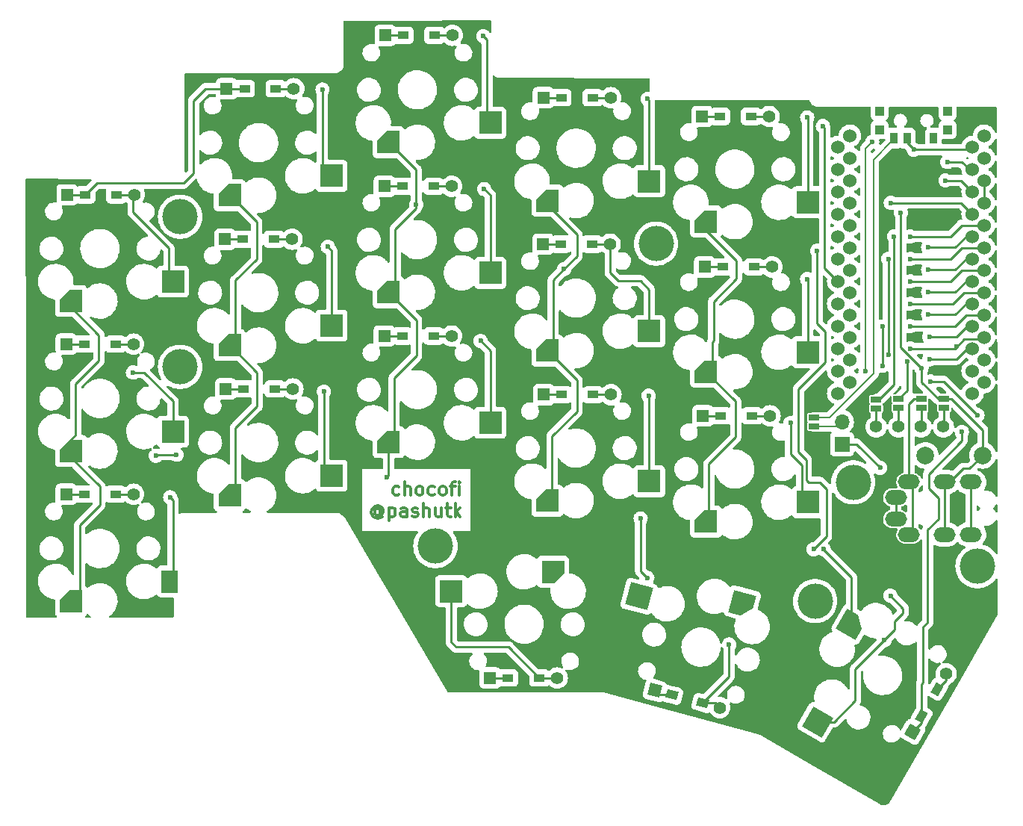
<source format=gtl>
G04 #@! TF.GenerationSoftware,KiCad,Pcbnew,(6.0.0)*
G04 #@! TF.CreationDate,2022-01-23T19:36:19+05:00*
G04 #@! TF.ProjectId,chocofi,63686f63-6f66-4692-9e6b-696361645f70,2.1*
G04 #@! TF.SameCoordinates,Original*
G04 #@! TF.FileFunction,Copper,L1,Top*
G04 #@! TF.FilePolarity,Positive*
%FSLAX46Y46*%
G04 Gerber Fmt 4.6, Leading zero omitted, Abs format (unit mm)*
G04 Created by KiCad (PCBNEW (6.0.0)) date 2022-01-23 19:36:19*
%MOMM*%
%LPD*%
G01*
G04 APERTURE LIST*
G04 Aperture macros list*
%AMRotRect*
0 Rectangle, with rotation*
0 The origin of the aperture is its center*
0 $1 length*
0 $2 width*
0 $3 Rotation angle, in degrees counterclockwise*
0 Add horizontal line*
21,1,$1,$2,0,0,$3*%
%AMOutline5P*
0 Free polygon, 5 corners , with rotation*
0 The origin of the aperture is its center*
0 number of corners: always 5*
0 $1 to $10 corner X, Y*
0 $11 Rotation angle, in degrees counterclockwise*
0 create outline with 5 corners*
4,1,5,$1,$2,$3,$4,$5,$6,$7,$8,$9,$10,$1,$2,$11*%
%AMOutline6P*
0 Free polygon, 6 corners , with rotation*
0 The origin of the aperture is its center*
0 number of corners: always 6*
0 $1 to $12 corner X, Y*
0 $13 Rotation angle, in degrees counterclockwise*
0 create outline with 6 corners*
4,1,6,$1,$2,$3,$4,$5,$6,$7,$8,$9,$10,$11,$12,$1,$2,$13*%
%AMOutline7P*
0 Free polygon, 7 corners , with rotation*
0 The origin of the aperture is its center*
0 number of corners: always 7*
0 $1 to $14 corner X, Y*
0 $15 Rotation angle, in degrees counterclockwise*
0 create outline with 7 corners*
4,1,7,$1,$2,$3,$4,$5,$6,$7,$8,$9,$10,$11,$12,$13,$14,$1,$2,$15*%
%AMOutline8P*
0 Free polygon, 8 corners , with rotation*
0 The origin of the aperture is its center*
0 number of corners: always 8*
0 $1 to $16 corner X, Y*
0 $17 Rotation angle, in degrees counterclockwise*
0 create outline with 8 corners*
4,1,8,$1,$2,$3,$4,$5,$6,$7,$8,$9,$10,$11,$12,$13,$14,$15,$16,$1,$2,$17*%
G04 Aperture macros list end*
%ADD10C,0.300000*%
G04 #@! TA.AperFunction,NonConductor*
%ADD11C,0.300000*%
G04 #@! TD*
G04 #@! TA.AperFunction,ComponentPad*
%ADD12O,1.700000X1.700000*%
G04 #@! TD*
G04 #@! TA.AperFunction,ComponentPad*
%ADD13R,1.700000X1.700000*%
G04 #@! TD*
G04 #@! TA.AperFunction,SMDPad,CuDef*
%ADD14R,1.143000X0.635000*%
G04 #@! TD*
G04 #@! TA.AperFunction,SMDPad,CuDef*
%ADD15R,0.900000X1.300000*%
G04 #@! TD*
G04 #@! TA.AperFunction,SMDPad,CuDef*
%ADD16R,1.000000X1.000000*%
G04 #@! TD*
G04 #@! TA.AperFunction,ComponentPad*
%ADD17R,1.397000X1.397000*%
G04 #@! TD*
G04 #@! TA.AperFunction,SMDPad,CuDef*
%ADD18R,1.300000X0.950000*%
G04 #@! TD*
G04 #@! TA.AperFunction,ComponentPad*
%ADD19C,1.397000*%
G04 #@! TD*
G04 #@! TA.AperFunction,SMDPad,CuDef*
%ADD20RotRect,1.300000X0.950000X345.000000*%
G04 #@! TD*
G04 #@! TA.AperFunction,ComponentPad*
%ADD21RotRect,1.397000X1.397000X345.000000*%
G04 #@! TD*
G04 #@! TA.AperFunction,ComponentPad*
%ADD22RotRect,1.397000X1.397000X60.000000*%
G04 #@! TD*
G04 #@! TA.AperFunction,SMDPad,CuDef*
%ADD23RotRect,1.300000X0.950000X60.000000*%
G04 #@! TD*
G04 #@! TA.AperFunction,ComponentPad*
%ADD24O,2.500000X1.700000*%
G04 #@! TD*
G04 #@! TA.AperFunction,SMDPad,CuDef*
%ADD25Outline5P,-1.300000X0.130000X-0.130000X1.300000X1.300000X1.300000X1.300000X-1.300000X-1.300000X-1.300000X0.000000*%
G04 #@! TD*
G04 #@! TA.AperFunction,SMDPad,CuDef*
%ADD26R,2.600000X2.600000*%
G04 #@! TD*
G04 #@! TA.AperFunction,SMDPad,CuDef*
%ADD27R,1.900000X2.600000*%
G04 #@! TD*
G04 #@! TA.AperFunction,SMDPad,CuDef*
%ADD28Outline5P,-1.300000X0.130000X-0.130000X1.300000X1.300000X1.300000X1.300000X-1.300000X-1.300000X-1.300000X180.000000*%
G04 #@! TD*
G04 #@! TA.AperFunction,SMDPad,CuDef*
%ADD29Outline5P,-1.300000X0.130000X-0.130000X1.300000X1.300000X1.300000X1.300000X-1.300000X-1.300000X-1.300000X165.000000*%
G04 #@! TD*
G04 #@! TA.AperFunction,SMDPad,CuDef*
%ADD30RotRect,2.600000X2.600000X165.000000*%
G04 #@! TD*
G04 #@! TA.AperFunction,SMDPad,CuDef*
%ADD31Outline5P,-1.300000X0.130000X-0.130000X1.300000X1.300000X1.300000X1.300000X-1.300000X-1.300000X-1.300000X240.000000*%
G04 #@! TD*
G04 #@! TA.AperFunction,SMDPad,CuDef*
%ADD32RotRect,2.600000X2.600000X240.000000*%
G04 #@! TD*
G04 #@! TA.AperFunction,ComponentPad*
%ADD33C,1.524000*%
G04 #@! TD*
G04 #@! TA.AperFunction,ComponentPad*
%ADD34C,2.000000*%
G04 #@! TD*
G04 #@! TA.AperFunction,ComponentPad*
%ADD35C,4.000000*%
G04 #@! TD*
G04 #@! TA.AperFunction,ViaPad*
%ADD36C,0.600000*%
G04 #@! TD*
G04 #@! TA.AperFunction,Conductor*
%ADD37C,0.200000*%
G04 #@! TD*
G04 #@! TA.AperFunction,Conductor*
%ADD38C,0.250000*%
G04 #@! TD*
G04 APERTURE END LIST*
D10*
D11*
X119830714Y-98289642D02*
X119687857Y-98361071D01*
X119402142Y-98361071D01*
X119259285Y-98289642D01*
X119187857Y-98218214D01*
X119116428Y-98075357D01*
X119116428Y-97646785D01*
X119187857Y-97503928D01*
X119259285Y-97432500D01*
X119402142Y-97361071D01*
X119687857Y-97361071D01*
X119830714Y-97432500D01*
X120473571Y-98361071D02*
X120473571Y-96861071D01*
X121116428Y-98361071D02*
X121116428Y-97575357D01*
X121045000Y-97432500D01*
X120902142Y-97361071D01*
X120687857Y-97361071D01*
X120545000Y-97432500D01*
X120473571Y-97503928D01*
X122045000Y-98361071D02*
X121902142Y-98289642D01*
X121830714Y-98218214D01*
X121759285Y-98075357D01*
X121759285Y-97646785D01*
X121830714Y-97503928D01*
X121902142Y-97432500D01*
X122045000Y-97361071D01*
X122259285Y-97361071D01*
X122402142Y-97432500D01*
X122473571Y-97503928D01*
X122545000Y-97646785D01*
X122545000Y-98075357D01*
X122473571Y-98218214D01*
X122402142Y-98289642D01*
X122259285Y-98361071D01*
X122045000Y-98361071D01*
X123830714Y-98289642D02*
X123687857Y-98361071D01*
X123402142Y-98361071D01*
X123259285Y-98289642D01*
X123187857Y-98218214D01*
X123116428Y-98075357D01*
X123116428Y-97646785D01*
X123187857Y-97503928D01*
X123259285Y-97432500D01*
X123402142Y-97361071D01*
X123687857Y-97361071D01*
X123830714Y-97432500D01*
X124687857Y-98361071D02*
X124545000Y-98289642D01*
X124473571Y-98218214D01*
X124402142Y-98075357D01*
X124402142Y-97646785D01*
X124473571Y-97503928D01*
X124545000Y-97432500D01*
X124687857Y-97361071D01*
X124902142Y-97361071D01*
X125045000Y-97432500D01*
X125116428Y-97503928D01*
X125187857Y-97646785D01*
X125187857Y-98075357D01*
X125116428Y-98218214D01*
X125045000Y-98289642D01*
X124902142Y-98361071D01*
X124687857Y-98361071D01*
X125616428Y-97361071D02*
X126187857Y-97361071D01*
X125830714Y-98361071D02*
X125830714Y-97075357D01*
X125902142Y-96932500D01*
X126045000Y-96861071D01*
X126187857Y-96861071D01*
X126687857Y-98361071D02*
X126687857Y-97361071D01*
X126687857Y-96861071D02*
X126616428Y-96932500D01*
X126687857Y-97003928D01*
X126759285Y-96932500D01*
X126687857Y-96861071D01*
X126687857Y-97003928D01*
X117687857Y-100061785D02*
X117616428Y-99990357D01*
X117473571Y-99918928D01*
X117330714Y-99918928D01*
X117187857Y-99990357D01*
X117116428Y-100061785D01*
X117045000Y-100204642D01*
X117045000Y-100347500D01*
X117116428Y-100490357D01*
X117187857Y-100561785D01*
X117330714Y-100633214D01*
X117473571Y-100633214D01*
X117616428Y-100561785D01*
X117687857Y-100490357D01*
X117687857Y-99918928D02*
X117687857Y-100490357D01*
X117759285Y-100561785D01*
X117830714Y-100561785D01*
X117973571Y-100490357D01*
X118045000Y-100347500D01*
X118045000Y-99990357D01*
X117902142Y-99776071D01*
X117687857Y-99633214D01*
X117402142Y-99561785D01*
X117116428Y-99633214D01*
X116902142Y-99776071D01*
X116759285Y-99990357D01*
X116687857Y-100276071D01*
X116759285Y-100561785D01*
X116902142Y-100776071D01*
X117116428Y-100918928D01*
X117402142Y-100990357D01*
X117687857Y-100918928D01*
X117902142Y-100776071D01*
X118687857Y-99776071D02*
X118687857Y-101276071D01*
X118687857Y-99847500D02*
X118830714Y-99776071D01*
X119116428Y-99776071D01*
X119259285Y-99847500D01*
X119330714Y-99918928D01*
X119402142Y-100061785D01*
X119402142Y-100490357D01*
X119330714Y-100633214D01*
X119259285Y-100704642D01*
X119116428Y-100776071D01*
X118830714Y-100776071D01*
X118687857Y-100704642D01*
X120687857Y-100776071D02*
X120687857Y-99990357D01*
X120616428Y-99847500D01*
X120473571Y-99776071D01*
X120187857Y-99776071D01*
X120045000Y-99847500D01*
X120687857Y-100704642D02*
X120545000Y-100776071D01*
X120187857Y-100776071D01*
X120045000Y-100704642D01*
X119973571Y-100561785D01*
X119973571Y-100418928D01*
X120045000Y-100276071D01*
X120187857Y-100204642D01*
X120545000Y-100204642D01*
X120687857Y-100133214D01*
X121330714Y-100704642D02*
X121473571Y-100776071D01*
X121759285Y-100776071D01*
X121902142Y-100704642D01*
X121973571Y-100561785D01*
X121973571Y-100490357D01*
X121902142Y-100347500D01*
X121759285Y-100276071D01*
X121545000Y-100276071D01*
X121402142Y-100204642D01*
X121330714Y-100061785D01*
X121330714Y-99990357D01*
X121402142Y-99847500D01*
X121545000Y-99776071D01*
X121759285Y-99776071D01*
X121902142Y-99847500D01*
X122616428Y-100776071D02*
X122616428Y-99276071D01*
X123259285Y-100776071D02*
X123259285Y-99990357D01*
X123187857Y-99847500D01*
X123045000Y-99776071D01*
X122830714Y-99776071D01*
X122687857Y-99847500D01*
X122616428Y-99918928D01*
X124616428Y-99776071D02*
X124616428Y-100776071D01*
X123973571Y-99776071D02*
X123973571Y-100561785D01*
X124045000Y-100704642D01*
X124187857Y-100776071D01*
X124402142Y-100776071D01*
X124545000Y-100704642D01*
X124616428Y-100633214D01*
X125116428Y-99776071D02*
X125687857Y-99776071D01*
X125330714Y-99276071D02*
X125330714Y-100561785D01*
X125402142Y-100704642D01*
X125545000Y-100776071D01*
X125687857Y-100776071D01*
X126187857Y-100776071D02*
X126187857Y-99276071D01*
X126330714Y-100204642D02*
X126759285Y-100776071D01*
X126759285Y-99776071D02*
X126187857Y-100347500D01*
D12*
X170053000Y-90043000D03*
D13*
X170053000Y-92583000D03*
D14*
X166878000Y-89542620D03*
X166878000Y-90543380D03*
D15*
X180431000Y-57880000D03*
X177431000Y-57880000D03*
X175931000Y-57880000D03*
D16*
X182031000Y-54830000D03*
X182031000Y-56930000D03*
X174331000Y-54830000D03*
X174331000Y-56930000D03*
D17*
X82194400Y-64312800D03*
D18*
X84229400Y-64312800D03*
D19*
X89814400Y-64312800D03*
D18*
X87779400Y-64312800D03*
D17*
X100279200Y-52273200D03*
D18*
X102314200Y-52273200D03*
X105864200Y-52273200D03*
D19*
X107899200Y-52273200D03*
D17*
X118262400Y-46228000D03*
D18*
X120297400Y-46228000D03*
D19*
X125882400Y-46228000D03*
D18*
X123847400Y-46228000D03*
X138229800Y-53289200D03*
D17*
X136194800Y-53289200D03*
D19*
X143814800Y-53289200D03*
D18*
X141779800Y-53289200D03*
X156213000Y-55422800D03*
D17*
X154178000Y-55422800D03*
D18*
X159763000Y-55422800D03*
D19*
X161798000Y-55422800D03*
D17*
X82092800Y-81229200D03*
D18*
X84127800Y-81229200D03*
D19*
X89712800Y-81229200D03*
D18*
X87677800Y-81229200D03*
D17*
X100076000Y-69342000D03*
D18*
X102111000Y-69342000D03*
D19*
X107696000Y-69342000D03*
D18*
X105661000Y-69342000D03*
D17*
X118160800Y-63347600D03*
D18*
X120195800Y-63347600D03*
X123745800Y-63347600D03*
D19*
X125780800Y-63347600D03*
D17*
X136144000Y-69900800D03*
D18*
X138179000Y-69900800D03*
D19*
X143764000Y-69900800D03*
D18*
X141729000Y-69900800D03*
D17*
X154482800Y-72491600D03*
D18*
X156517800Y-72491600D03*
D19*
X162102800Y-72491600D03*
D18*
X160067800Y-72491600D03*
D17*
X82092800Y-98247200D03*
D18*
X84127800Y-98247200D03*
D19*
X89712800Y-98247200D03*
D18*
X87677800Y-98247200D03*
D17*
X100177600Y-86309200D03*
D18*
X102212600Y-86309200D03*
X105762600Y-86309200D03*
D19*
X107797600Y-86309200D03*
D18*
X120195800Y-80314800D03*
D17*
X118160800Y-80314800D03*
D18*
X123745800Y-80314800D03*
D19*
X125780800Y-80314800D03*
D17*
X136245600Y-86969600D03*
D18*
X138280600Y-86969600D03*
X141830600Y-86969600D03*
D19*
X143865600Y-86969600D03*
D18*
X156314600Y-89357200D03*
D17*
X154279600Y-89357200D03*
D19*
X161899600Y-89357200D03*
D18*
X159864600Y-89357200D03*
D17*
X130149600Y-119075200D03*
D18*
X132184600Y-119075200D03*
X135734600Y-119075200D03*
D19*
X137769600Y-119075200D03*
D20*
X150799764Y-121001192D03*
D21*
X148834105Y-120474495D03*
D19*
X156194459Y-122446697D03*
D20*
X154228800Y-121920000D03*
D22*
X178053166Y-125194992D03*
D23*
X179070666Y-123432630D03*
X180845666Y-120358240D03*
D19*
X181863166Y-118595878D03*
D24*
X176160000Y-101061000D03*
X176160000Y-98611000D03*
X184660000Y-102811000D03*
X184660000Y-96861000D03*
X181660000Y-96861000D03*
X181660000Y-102811000D03*
X177660000Y-96861000D03*
X177660000Y-102811000D03*
D25*
X82635000Y-76350000D03*
D26*
X94185000Y-74150000D03*
D25*
X100635000Y-64350000D03*
D26*
X112185000Y-62150000D03*
D25*
X118635000Y-58350000D03*
D26*
X130185000Y-56150000D03*
D25*
X136635000Y-64970000D03*
D26*
X148185000Y-62770000D03*
D25*
X154635000Y-67350000D03*
D26*
X166185000Y-65150000D03*
D25*
X82635000Y-93350000D03*
D26*
X94185000Y-91150000D03*
D25*
X100635000Y-81350000D03*
D26*
X112185000Y-79150000D03*
D25*
X118635000Y-75350000D03*
D26*
X130185000Y-73150000D03*
D25*
X136635000Y-81970000D03*
D26*
X148185000Y-79770000D03*
D25*
X154635000Y-84350000D03*
D26*
X166185000Y-82150000D03*
D25*
X82635000Y-110350000D03*
D27*
X93810000Y-108150000D03*
D25*
X100635000Y-98350000D03*
D26*
X112185000Y-96150000D03*
D25*
X118635000Y-92350000D03*
D26*
X130185000Y-90150000D03*
D25*
X136635000Y-98975000D03*
D26*
X148185000Y-96775000D03*
D25*
X154635000Y-101350000D03*
D26*
X166185000Y-99150000D03*
D28*
X137285000Y-107040000D03*
D26*
X125735000Y-109240000D03*
D29*
X158763380Y-110680374D03*
D30*
X147037535Y-109816051D03*
D31*
X171144649Y-112978767D03*
D32*
X167274905Y-124081360D03*
D33*
X169620000Y-58870400D03*
X186166400Y-57600400D03*
X186166400Y-60140400D03*
X169620000Y-61410400D03*
X186166400Y-62680400D03*
X169620000Y-63950400D03*
X186166400Y-65220400D03*
X169620000Y-66490400D03*
X169620000Y-69030400D03*
X186166400Y-67760400D03*
X169620000Y-71570400D03*
X186166400Y-70300400D03*
X169620000Y-74110400D03*
X186166400Y-72840400D03*
X169620000Y-76650400D03*
X186166400Y-75380400D03*
X186166400Y-77920400D03*
X169620000Y-79190400D03*
X186166400Y-80460400D03*
X169620000Y-81730400D03*
X186166400Y-83000400D03*
X169620000Y-84270400D03*
X186166400Y-85540400D03*
X169620000Y-86810400D03*
X170946400Y-85540400D03*
X184860000Y-86810400D03*
X170946400Y-83000400D03*
X184860000Y-84270400D03*
X184860000Y-81730400D03*
X170946400Y-80460400D03*
X184860000Y-79190400D03*
X170946400Y-77920400D03*
X184860000Y-76650400D03*
X170946400Y-75380400D03*
X184860000Y-74110400D03*
X170946400Y-72840400D03*
X184860000Y-71570400D03*
X170946400Y-70300400D03*
X170946400Y-67760400D03*
X184860000Y-69030400D03*
X184860000Y-66490400D03*
X170946400Y-65220400D03*
X184860000Y-63950400D03*
X170946400Y-62680400D03*
X170946400Y-60140400D03*
X184860000Y-61410400D03*
X184860000Y-58870400D03*
X170946400Y-57600400D03*
D14*
X179070000Y-87448020D03*
X179070000Y-88448780D03*
D19*
X173930000Y-90608400D03*
X176470000Y-90608400D03*
X179010000Y-90608400D03*
X181550000Y-90608400D03*
D14*
X176470000Y-87468020D03*
X176470000Y-88468780D03*
X173930000Y-87498020D03*
X173930000Y-88498780D03*
X181640000Y-87438420D03*
X181640000Y-88439180D03*
D34*
X186003000Y-93853000D03*
X179503000Y-93853000D03*
D35*
X171323000Y-96901000D03*
X185420000Y-106426000D03*
X95000000Y-66802000D03*
X148971000Y-69850000D03*
X123952000Y-104140000D03*
X167005000Y-110363000D03*
X95000000Y-83820000D03*
D36*
X164211000Y-90170000D03*
X173482000Y-58293000D03*
X178181000Y-59182000D03*
X181991000Y-60579000D03*
X181794600Y-62680400D03*
X175583400Y-65220400D03*
X182118000Y-56896000D03*
X182118000Y-54864000D03*
X174371000Y-56896000D03*
X174371000Y-54864000D03*
X172720000Y-84328000D03*
X174371000Y-95250000D03*
X174625000Y-79248000D03*
X174625000Y-83693000D03*
X177419000Y-83185000D03*
X175317600Y-82480600D03*
X175317600Y-71570400D03*
X175952600Y-69030400D03*
X176714600Y-66351600D03*
X177800000Y-74110400D03*
X167894000Y-56515000D03*
X177800000Y-76650400D03*
X94185000Y-74150000D03*
X177800000Y-79190400D03*
X112185000Y-62150000D03*
X111150400Y-52374800D03*
X183032400Y-81534000D03*
X177800000Y-81730400D03*
X183642000Y-91186000D03*
X129387600Y-46329600D03*
X130185000Y-56150000D03*
X148031200Y-53441600D03*
X148185000Y-62770000D03*
X166116000Y-55524400D03*
X166185000Y-65150000D03*
X94185000Y-91150000D03*
X89662000Y-84455000D03*
X112185000Y-79150000D03*
X111760000Y-70205600D03*
X130185000Y-73150000D03*
X129489200Y-63652400D03*
X148185000Y-79770000D03*
X166185000Y-82150000D03*
X166116000Y-73863200D03*
X94185000Y-108150000D03*
X93878400Y-98602800D03*
X112185000Y-96150000D03*
X111302800Y-86614000D03*
X130185000Y-90150000D03*
X129082800Y-80873600D03*
X148185000Y-96775000D03*
X148132800Y-87071200D03*
X166185000Y-99150000D03*
X125735000Y-109240000D03*
X147037535Y-109816051D03*
X157251400Y-115290600D03*
X174866300Y-114795300D03*
X175549905Y-109748640D03*
X179070000Y-83947000D03*
X179832000Y-70256400D03*
X94589600Y-93776800D03*
X179832000Y-72796400D03*
X167233600Y-70662800D03*
X166830000Y-104495600D03*
X82635000Y-110350000D03*
X92252800Y-93878400D03*
X82635000Y-93350000D03*
X82635000Y-76350000D03*
X100635000Y-64350000D03*
X179832000Y-75336400D03*
X100635000Y-81350000D03*
X100635000Y-98350000D03*
X179832000Y-77876400D03*
X137285000Y-107040000D03*
X118635000Y-58350000D03*
X118635000Y-92350000D03*
X118635000Y-75350000D03*
X118480000Y-96334500D03*
X121767600Y-65430400D03*
X158763380Y-110680374D03*
X136635000Y-98975000D03*
X136635000Y-64970000D03*
X147980400Y-107746800D03*
X179959000Y-80416400D03*
X136635000Y-81970000D03*
X147218400Y-100990400D03*
X138531600Y-72745600D03*
X171144649Y-112978767D03*
X154635000Y-101350000D03*
X154635000Y-67350000D03*
X154635000Y-84350000D03*
X179959000Y-82956400D03*
X167970000Y-104480000D03*
X185420000Y-89281000D03*
X180086000Y-85471000D03*
X177800000Y-71570400D03*
X177800000Y-69030400D03*
D37*
X172720000Y-59055000D02*
X173482000Y-58293000D01*
X172720000Y-84328000D02*
X172720000Y-59055000D01*
X173609000Y-60325000D02*
X175768000Y-58166000D01*
X173609000Y-84582000D02*
X173609000Y-60325000D01*
X168648380Y-89542620D02*
X173609000Y-84582000D01*
X166878000Y-89542620D02*
X168648380Y-89542620D01*
X169298620Y-90543380D02*
X169418000Y-90424000D01*
X166878000Y-90543380D02*
X169298620Y-90543380D01*
D38*
X165100000Y-93472000D02*
X165100000Y-86360000D01*
X168148000Y-83312000D02*
X165100000Y-86360000D01*
X168148000Y-79806800D02*
X168148000Y-83312000D01*
X165989000Y-94361000D02*
X165100000Y-93472000D01*
X167513000Y-96901000D02*
X166243000Y-96901000D01*
X168275000Y-97663000D02*
X167513000Y-96901000D01*
X165989000Y-96647000D02*
X165989000Y-94361000D01*
X168275000Y-103050600D02*
X168275000Y-97663000D01*
X166243000Y-96901000D02*
X165989000Y-96647000D01*
X165481000Y-94996000D02*
X165481000Y-98171000D01*
X164211000Y-93726000D02*
X165481000Y-94996000D01*
X164211000Y-90170000D02*
X164211000Y-93726000D01*
X166830000Y-104495600D02*
X168275000Y-103050600D01*
X178181000Y-59182000D02*
X184404000Y-59182000D01*
X177431000Y-58432000D02*
X178181000Y-59182000D01*
X177431000Y-57880000D02*
X177431000Y-58432000D01*
X183642000Y-60579000D02*
X184277000Y-61214000D01*
X181991000Y-60579000D02*
X183642000Y-60579000D01*
X181794600Y-62680400D02*
X183590000Y-62680400D01*
X175583400Y-65220400D02*
X183590000Y-65220400D01*
X171704000Y-92583000D02*
X170053000Y-92583000D01*
X174371000Y-95250000D02*
X171704000Y-92583000D01*
X174625000Y-83693000D02*
X174625000Y-79248000D01*
X177419000Y-86487000D02*
X176530000Y-87376000D01*
X177419000Y-83185000D02*
X177419000Y-86487000D01*
X175317600Y-71570400D02*
X175317600Y-82480600D01*
X174244000Y-87503000D02*
X173990000Y-87503000D01*
X175952600Y-85794400D02*
X174244000Y-87503000D01*
X173890231Y-87602769D02*
X173990000Y-87503000D01*
X175952600Y-69030400D02*
X175952600Y-85794400D01*
X180970020Y-87438420D02*
X179070000Y-85538400D01*
X179070000Y-85538400D02*
X179070000Y-83947000D01*
X176714600Y-81591600D02*
X179070000Y-83947000D01*
X176714600Y-66351600D02*
X176714600Y-81591600D01*
X164973000Y-97938000D02*
X166185000Y-99150000D01*
X96520000Y-53644800D02*
X97891600Y-52273200D01*
X118262400Y-46228000D02*
X120297400Y-46228000D01*
X154178000Y-55422800D02*
X156213000Y-55422800D01*
X138229800Y-53289200D02*
X136194800Y-53289200D01*
X85550200Y-62992000D02*
X84229400Y-64312800D01*
X167894000Y-56515000D02*
X168097200Y-56718200D01*
X183598000Y-72840400D02*
X182328000Y-74110400D01*
X168097200Y-72587600D02*
X169620000Y-74110400D01*
X102314200Y-52273200D02*
X100279200Y-52273200D01*
X96520000Y-53644800D02*
X96520000Y-61849000D01*
X95377000Y-62992000D02*
X85550200Y-62992000D01*
X97891600Y-52273200D02*
X100279200Y-52273200D01*
X96520000Y-61849000D02*
X95377000Y-62992000D01*
X186166400Y-72840400D02*
X183598000Y-72840400D01*
X168097200Y-56718200D02*
X168097200Y-72587600D01*
X84229400Y-64312800D02*
X82194400Y-64312800D01*
X182328000Y-74110400D02*
X177800000Y-74110400D01*
X186166400Y-75380400D02*
X183852000Y-75380400D01*
X182582000Y-76650400D02*
X177800000Y-76650400D01*
X138179000Y-69900800D02*
X136144000Y-69900800D01*
X183852000Y-75380400D02*
X182582000Y-76650400D01*
X102111000Y-69342000D02*
X100076000Y-69342000D01*
X120195800Y-63347600D02*
X118160800Y-63347600D01*
X84127800Y-81229200D02*
X82092800Y-81229200D01*
X156517800Y-72491600D02*
X154482800Y-72491600D01*
X89662000Y-66294000D02*
X89662000Y-64465200D01*
X93726000Y-70358000D02*
X89662000Y-66294000D01*
X93726000Y-73691000D02*
X93726000Y-70358000D01*
X94185000Y-74150000D02*
X93726000Y-73691000D01*
X89662000Y-64465200D02*
X89814400Y-64312800D01*
X87779400Y-64312800D02*
X89814400Y-64312800D01*
X156314600Y-89357200D02*
X154279600Y-89357200D01*
X182836000Y-79190400D02*
X177800000Y-79190400D01*
X84127800Y-98247200D02*
X82092800Y-98247200D01*
X184106000Y-77920400D02*
X182836000Y-79190400D01*
X138280600Y-86969600D02*
X136245600Y-86969600D01*
X186166400Y-77920400D02*
X184106000Y-77920400D01*
X120195800Y-80314800D02*
X118160800Y-80314800D01*
X102212600Y-86309200D02*
X100177600Y-86309200D01*
X111150400Y-61115400D02*
X112185000Y-62150000D01*
X105864200Y-52273200D02*
X107899200Y-52273200D01*
X111150400Y-52374800D02*
X111150400Y-61115400D01*
X185983401Y-80643399D02*
X186166400Y-80460400D01*
X183923001Y-80643399D02*
X185983401Y-80643399D01*
X177800000Y-81730400D02*
X182836000Y-81730400D01*
X180975000Y-101092000D02*
X179781200Y-102285800D01*
X180975000Y-98679000D02*
X180975000Y-101092000D01*
X179781200Y-102285800D02*
X179781200Y-112776000D01*
X179882800Y-95961200D02*
X179882800Y-97586800D01*
X150799764Y-121001192D02*
X149360802Y-121001192D01*
X179781200Y-112776000D02*
X179197000Y-113360200D01*
X182836000Y-81730400D02*
X183923001Y-80643399D01*
X179070666Y-124177492D02*
X178053166Y-125194992D01*
X179197000Y-119634000D02*
X179070666Y-119760334D01*
X179197000Y-113360200D02*
X179197000Y-119634000D01*
X149360802Y-121001192D02*
X148834105Y-120474495D01*
X183642000Y-92202000D02*
X179882800Y-95961200D01*
X179070666Y-123432630D02*
X179070666Y-124177492D01*
X179882800Y-97586800D02*
X180975000Y-98679000D01*
X132184600Y-119075200D02*
X130149600Y-119075200D01*
X179070666Y-119760334D02*
X179070666Y-123432630D01*
X183642000Y-91186000D02*
X183642000Y-92202000D01*
X129794000Y-46736000D02*
X129794000Y-55759000D01*
X129794000Y-55759000D02*
X130185000Y-56150000D01*
X129387600Y-46329600D02*
X129794000Y-46736000D01*
X123847400Y-46228000D02*
X125882400Y-46228000D01*
X148185000Y-53595400D02*
X148185000Y-62770000D01*
X148031200Y-53441600D02*
X148185000Y-53595400D01*
X141779800Y-53289200D02*
X143814800Y-53289200D01*
X166185000Y-55593400D02*
X166116000Y-55524400D01*
X159763000Y-55422800D02*
X161798000Y-55422800D01*
X166185000Y-65150000D02*
X166185000Y-55593400D01*
X87677800Y-81229200D02*
X89712800Y-81229200D01*
X94185000Y-87708000D02*
X94185000Y-91150000D01*
X90932000Y-84455000D02*
X94185000Y-87708000D01*
X89662000Y-84455000D02*
X90932000Y-84455000D01*
X111760000Y-70205600D02*
X112185000Y-70630600D01*
X105661000Y-69342000D02*
X107696000Y-69342000D01*
X112185000Y-70630600D02*
X112185000Y-79150000D01*
X130185000Y-64348200D02*
X130185000Y-73150000D01*
X123745800Y-63347600D02*
X125780800Y-63347600D01*
X129489200Y-63652400D02*
X130185000Y-64348200D01*
X143764000Y-69900800D02*
X143764000Y-73152000D01*
X148185000Y-75033000D02*
X148185000Y-79770000D01*
X144653000Y-74041000D02*
X147193000Y-74041000D01*
X147193000Y-74041000D02*
X148185000Y-75033000D01*
X143764000Y-73152000D02*
X144653000Y-74041000D01*
X141729000Y-69900800D02*
X143764000Y-69900800D01*
X166185000Y-73932200D02*
X166185000Y-82150000D01*
X166116000Y-73863200D02*
X166185000Y-73932200D01*
X160067800Y-72491600D02*
X162102800Y-72491600D01*
X94185000Y-98909400D02*
X94185000Y-108150000D01*
X87677800Y-98247200D02*
X89712800Y-98247200D01*
X93878400Y-98602800D02*
X94185000Y-98909400D01*
X111302800Y-95267800D02*
X112185000Y-96150000D01*
X111302800Y-86614000D02*
X111302800Y-95267800D01*
X105762600Y-86309200D02*
X107797600Y-86309200D01*
X123745800Y-80314800D02*
X125780800Y-80314800D01*
X130185000Y-81975800D02*
X130185000Y-90150000D01*
X129082800Y-80873600D02*
X130185000Y-81975800D01*
X148185000Y-87123400D02*
X148185000Y-96775000D01*
X141830600Y-86969600D02*
X143865600Y-86969600D01*
X148132800Y-87071200D02*
X148185000Y-87123400D01*
X159864600Y-89357200D02*
X161899600Y-89357200D01*
X126288800Y-115570000D02*
X125735000Y-115016200D01*
X135734600Y-119075200D02*
X137769600Y-119075200D01*
X125735000Y-115016200D02*
X125735000Y-109240000D01*
X135734600Y-119075200D02*
X132229400Y-115570000D01*
X132229400Y-115570000D02*
X126288800Y-115570000D01*
X157251400Y-118897400D02*
X157251400Y-115290600D01*
X154228800Y-121920000D02*
X155667762Y-121920000D01*
X155667762Y-121920000D02*
X156194459Y-122446697D01*
X154228800Y-121920000D02*
X157251400Y-118897400D01*
X171551600Y-118110000D02*
X174866300Y-114795300D01*
X171551600Y-121666000D02*
X171551600Y-118110000D01*
X174866300Y-114795300D02*
X176022000Y-113639600D01*
X181863166Y-118595878D02*
X181863166Y-119340740D01*
X169136240Y-124081360D02*
X171551600Y-121666000D01*
X176022000Y-112674400D02*
X176987200Y-111709200D01*
X176022000Y-113639600D02*
X176022000Y-112674400D01*
X176987200Y-111185935D02*
X175549905Y-109748640D01*
X167274905Y-124081360D02*
X169136240Y-124081360D01*
X176987200Y-111709200D02*
X176987200Y-111185935D01*
X181863166Y-119340740D02*
X180845666Y-120358240D01*
X186003000Y-93853000D02*
X184507600Y-95348400D01*
X186003000Y-90979920D02*
X186003000Y-93853000D01*
X182287400Y-96861000D02*
X181660000Y-96861000D01*
X184507600Y-95348400D02*
X183800000Y-95348400D01*
X181640000Y-87438420D02*
X182461500Y-87438420D01*
X186166400Y-62680400D02*
X186166400Y-65220400D01*
X183800000Y-95348400D02*
X182287400Y-96861000D01*
X181660000Y-96861000D02*
X181660000Y-102811000D01*
X182461500Y-87438420D02*
X186003000Y-90979920D01*
X181640000Y-87438420D02*
X180970020Y-87438420D01*
X177660000Y-96861000D02*
X177660000Y-88036520D01*
X177660000Y-88036520D02*
X178248500Y-87448020D01*
X178248500Y-87448020D02*
X179070000Y-87448020D01*
X177660000Y-96861000D02*
X178054000Y-97255000D01*
X178054000Y-102417000D02*
X177660000Y-102811000D01*
X183590000Y-65220400D02*
X184860000Y-66490400D01*
X178054000Y-97255000D02*
X178054000Y-102417000D01*
X177660000Y-102811000D02*
X178257400Y-102811000D01*
X178257400Y-102811000D02*
X178300000Y-102768400D01*
X184106000Y-69030400D02*
X182880000Y-70256400D01*
X184733000Y-69030400D02*
X184106000Y-69030400D01*
X182880000Y-70256400D02*
X179832000Y-70256400D01*
X179832000Y-70256400D02*
X179832000Y-70256400D01*
X182880000Y-72796400D02*
X179832000Y-72796400D01*
X184106000Y-71570400D02*
X182880000Y-72796400D01*
X184733000Y-71570400D02*
X184106000Y-71570400D01*
X179832000Y-72796400D02*
X179832000Y-72796400D01*
X82635000Y-92066200D02*
X82635000Y-93350000D01*
X92252800Y-93878400D02*
X92354400Y-93776800D01*
X85902800Y-97383600D02*
X85902800Y-99466400D01*
X82635000Y-93350000D02*
X82635000Y-94115800D01*
X85801200Y-80213200D02*
X85801200Y-83108800D01*
X85801200Y-83108800D02*
X83159600Y-85750400D01*
X85902800Y-99466400D02*
X83616800Y-101752400D01*
X82635000Y-76350000D02*
X82635000Y-77047000D01*
X83159600Y-85750400D02*
X83159600Y-91541600D01*
X168148000Y-79806800D02*
X167233600Y-78892400D01*
X83159600Y-91541600D02*
X82635000Y-92066200D01*
X82635000Y-94115800D02*
X85902800Y-97383600D01*
X83616800Y-109368200D02*
X82635000Y-110350000D01*
X83616800Y-101752400D02*
X83616800Y-109368200D01*
X167233600Y-78892400D02*
X167233600Y-70662800D01*
X82635000Y-77047000D02*
X85801200Y-80213200D01*
X92354400Y-93776800D02*
X94589600Y-93776800D01*
X182880000Y-75336400D02*
X179832000Y-75336400D01*
X184733000Y-74110400D02*
X184106000Y-74110400D01*
X184106000Y-74110400D02*
X182880000Y-75336400D01*
X179832000Y-75336400D02*
X179832000Y-75336400D01*
X101295200Y-97689800D02*
X100635000Y-98350000D01*
X101295200Y-74015600D02*
X101295200Y-80689800D01*
X101295200Y-80689800D02*
X100635000Y-81350000D01*
X103733600Y-84448600D02*
X103733600Y-88290400D01*
X101295200Y-90728800D02*
X101295200Y-97689800D01*
X100635000Y-81350000D02*
X103733600Y-84448600D01*
X100635000Y-64350000D02*
X103682800Y-67397800D01*
X103733600Y-88290400D02*
X101295200Y-90728800D01*
X103682800Y-71628000D02*
X101295200Y-74015600D01*
X103682800Y-67397800D02*
X103682800Y-71628000D01*
X182880000Y-77876400D02*
X179832000Y-77876400D01*
X184106000Y-76650400D02*
X182880000Y-77876400D01*
X184733000Y-76650400D02*
X184106000Y-76650400D01*
X179832000Y-77876400D02*
X179832000Y-77876400D01*
X119278400Y-85090000D02*
X119278400Y-91706600D01*
X118635000Y-75350000D02*
X121818400Y-78533400D01*
X118635000Y-96179500D02*
X118635000Y-92350000D01*
X121767600Y-65836800D02*
X119380000Y-68224400D01*
X119278400Y-91706600D02*
X118635000Y-92350000D01*
X121818400Y-82550000D02*
X119278400Y-85090000D01*
X121767600Y-65430400D02*
X121767600Y-65836800D01*
X118480000Y-96334500D02*
X118635000Y-96179500D01*
X118635000Y-58350000D02*
X121767600Y-61482600D01*
X119380000Y-68224400D02*
X119380000Y-74605000D01*
X119380000Y-74605000D02*
X118635000Y-75350000D01*
X121767600Y-61482600D02*
X121767600Y-65430400D01*
X121818400Y-78533400D02*
X121818400Y-82550000D01*
X179959000Y-80416400D02*
X179959000Y-80416400D01*
X147218400Y-106984800D02*
X147980400Y-107746800D01*
X137160000Y-91694000D02*
X137160000Y-98450000D01*
X138531600Y-72745600D02*
X137312400Y-73964800D01*
X140004800Y-88849200D02*
X137160000Y-91694000D01*
X136635000Y-65464200D02*
X140004800Y-68834000D01*
X184233000Y-79190400D02*
X183007000Y-80416400D01*
X140004800Y-68834000D02*
X140004800Y-71272400D01*
X184860000Y-79190400D02*
X184233000Y-79190400D01*
X136635000Y-81970000D02*
X140004800Y-85339800D01*
X140004800Y-85339800D02*
X140004800Y-88849200D01*
X137312400Y-73964800D02*
X137312400Y-81292600D01*
X140004800Y-71272400D02*
X138531600Y-72745600D01*
X183007000Y-80416400D02*
X179959000Y-80416400D01*
X137160000Y-98450000D02*
X136635000Y-98975000D01*
X137312400Y-81292600D02*
X136635000Y-81970000D01*
X136635000Y-64970000D02*
X136635000Y-65464200D01*
X147218400Y-100990400D02*
X147218400Y-106984800D01*
X183007000Y-82956400D02*
X179959000Y-82956400D01*
X184233000Y-81730400D02*
X183007000Y-82956400D01*
X184860000Y-81730400D02*
X184233000Y-81730400D01*
X179959000Y-82956400D02*
X179959000Y-82956400D01*
X154940000Y-101045000D02*
X154635000Y-101350000D01*
X167970000Y-104530000D02*
X171144649Y-107704649D01*
X167970000Y-104480000D02*
X167970000Y-104530000D01*
X158089600Y-73812400D02*
X155498800Y-76403200D01*
X154940000Y-94843600D02*
X154940000Y-101045000D01*
X154635000Y-84378600D02*
X157988000Y-87731600D01*
X154635000Y-68325800D02*
X158089600Y-71780400D01*
X157988000Y-91795600D02*
X154940000Y-94843600D01*
X155397200Y-80975200D02*
X155397200Y-83587800D01*
X154635000Y-84350000D02*
X154635000Y-84378600D01*
X155397200Y-83587800D02*
X154635000Y-84350000D01*
X171144649Y-107704649D02*
X171144649Y-112978767D01*
X157988000Y-87731600D02*
X157988000Y-91795600D01*
X155498800Y-76403200D02*
X155498800Y-80873600D01*
X158089600Y-71780400D02*
X158089600Y-73812400D01*
X155498800Y-80873600D02*
X155397200Y-80975200D01*
X154635000Y-67350000D02*
X154635000Y-68325800D01*
X184660000Y-96861000D02*
X184660000Y-102811000D01*
X183590000Y-62680400D02*
X184860000Y-63950400D01*
X180086000Y-85471000D02*
X181610000Y-85471000D01*
X181610000Y-85471000D02*
X185420000Y-89281000D01*
X186166400Y-70300400D02*
X183598000Y-70300400D01*
X183598000Y-70300400D02*
X182328000Y-71570400D01*
X182328000Y-71570400D02*
X177800000Y-71570400D01*
X183598000Y-67760400D02*
X182328000Y-69030400D01*
X186166400Y-67760400D02*
X183598000Y-67760400D01*
X182328000Y-69030400D02*
X177800000Y-69030400D01*
X173930000Y-88498780D02*
X173930000Y-90608400D01*
X176470000Y-88468780D02*
X176470000Y-90608400D01*
X181640000Y-88439180D02*
X181640000Y-90518400D01*
X181640000Y-90518400D02*
X181550000Y-90608400D01*
X179070000Y-88448780D02*
X179070000Y-90548400D01*
X179070000Y-90548400D02*
X179010000Y-90608400D01*
X176160000Y-101061000D02*
X176160000Y-98611000D01*
G04 #@! TA.AperFunction,NonConductor*
G36*
X180964568Y-54336288D02*
G01*
X181011088Y-54389921D01*
X181022500Y-54442320D01*
X181022500Y-55378134D01*
X181029255Y-55440316D01*
X181080385Y-55576705D01*
X181167739Y-55693261D01*
X181174919Y-55698642D01*
X181174920Y-55698643D01*
X181282372Y-55779174D01*
X181324887Y-55836033D01*
X181329913Y-55906852D01*
X181295853Y-55969145D01*
X181282372Y-55980826D01*
X181236087Y-56015515D01*
X181167739Y-56066739D01*
X181080385Y-56183295D01*
X181029255Y-56319684D01*
X181022500Y-56381866D01*
X181022500Y-56595500D01*
X181002498Y-56663621D01*
X180948842Y-56710114D01*
X180896500Y-56721500D01*
X180188325Y-56721500D01*
X180120204Y-56701498D01*
X180073711Y-56647842D01*
X180063607Y-56577568D01*
X180093101Y-56512988D01*
X180119240Y-56490128D01*
X180151573Y-56468929D01*
X180165685Y-56459677D01*
X180286040Y-56332628D01*
X180373939Y-56181298D01*
X180424667Y-56013807D01*
X180435503Y-55839138D01*
X180432868Y-55823800D01*
X180407106Y-55673875D01*
X180407105Y-55673873D01*
X180405866Y-55666660D01*
X180343484Y-55520053D01*
X180340211Y-55512360D01*
X180340211Y-55512359D01*
X180337346Y-55505627D01*
X180233617Y-55364676D01*
X180228039Y-55359937D01*
X180228036Y-55359934D01*
X180105824Y-55256107D01*
X180105820Y-55256104D01*
X180100245Y-55251368D01*
X180013534Y-55207091D01*
X179950900Y-55175108D01*
X179950898Y-55175107D01*
X179944384Y-55171781D01*
X179937279Y-55170042D01*
X179937275Y-55170041D01*
X179843741Y-55147154D01*
X179774394Y-55130185D01*
X179768794Y-55129838D01*
X179768790Y-55129837D01*
X179765291Y-55129620D01*
X179765282Y-55129620D01*
X179763352Y-55129500D01*
X179637178Y-55129500D01*
X179550093Y-55139653D01*
X179514444Y-55143809D01*
X179514442Y-55143809D01*
X179507172Y-55144657D01*
X179500295Y-55147153D01*
X179500292Y-55147154D01*
X179411165Y-55179506D01*
X179342669Y-55204369D01*
X179196315Y-55300323D01*
X179075960Y-55427372D01*
X178988061Y-55578702D01*
X178937333Y-55746193D01*
X178926497Y-55920862D01*
X178927737Y-55928078D01*
X178927737Y-55928080D01*
X178953796Y-56079733D01*
X178956134Y-56093340D01*
X178991732Y-56177000D01*
X179016364Y-56234889D01*
X179024654Y-56254373D01*
X179128383Y-56395324D01*
X179133961Y-56400063D01*
X179133964Y-56400066D01*
X179256176Y-56503893D01*
X179256180Y-56503896D01*
X179261755Y-56508632D01*
X179337315Y-56547215D01*
X179410094Y-56584378D01*
X179417616Y-56588219D01*
X179424721Y-56589958D01*
X179424725Y-56589959D01*
X179587606Y-56629815D01*
X179587118Y-56631808D01*
X179643277Y-56658010D01*
X179681173Y-56718046D01*
X179680595Y-56789041D01*
X179641726Y-56848452D01*
X179635570Y-56853375D01*
X179617739Y-56866739D01*
X179530385Y-56983295D01*
X179479255Y-57119684D01*
X179472500Y-57181866D01*
X179472500Y-58422500D01*
X179452498Y-58490621D01*
X179398842Y-58537114D01*
X179346500Y-58548500D01*
X178728338Y-58548500D01*
X178660824Y-58528885D01*
X178600529Y-58490621D01*
X178537666Y-58450727D01*
X178473231Y-58427783D01*
X178415770Y-58386091D01*
X178389969Y-58319948D01*
X178389500Y-58309085D01*
X178389500Y-57181866D01*
X178382745Y-57119684D01*
X178331615Y-56983295D01*
X178244261Y-56866739D01*
X178127705Y-56779385D01*
X177991316Y-56728255D01*
X177929134Y-56721500D01*
X177188325Y-56721500D01*
X177120204Y-56701498D01*
X177073711Y-56647842D01*
X177063607Y-56577568D01*
X177093101Y-56512988D01*
X177119240Y-56490128D01*
X177151573Y-56468929D01*
X177165685Y-56459677D01*
X177286040Y-56332628D01*
X177373939Y-56181298D01*
X177424667Y-56013807D01*
X177435503Y-55839138D01*
X177432868Y-55823800D01*
X177407106Y-55673875D01*
X177407105Y-55673873D01*
X177405866Y-55666660D01*
X177343484Y-55520053D01*
X177340211Y-55512360D01*
X177340211Y-55512359D01*
X177337346Y-55505627D01*
X177233617Y-55364676D01*
X177228039Y-55359937D01*
X177228036Y-55359934D01*
X177105824Y-55256107D01*
X177105820Y-55256104D01*
X177100245Y-55251368D01*
X177013534Y-55207091D01*
X176950900Y-55175108D01*
X176950898Y-55175107D01*
X176944384Y-55171781D01*
X176937279Y-55170042D01*
X176937275Y-55170041D01*
X176843741Y-55147154D01*
X176774394Y-55130185D01*
X176768794Y-55129838D01*
X176768790Y-55129837D01*
X176765291Y-55129620D01*
X176765282Y-55129620D01*
X176763352Y-55129500D01*
X176637178Y-55129500D01*
X176550093Y-55139653D01*
X176514444Y-55143809D01*
X176514442Y-55143809D01*
X176507172Y-55144657D01*
X176500295Y-55147153D01*
X176500292Y-55147154D01*
X176411165Y-55179506D01*
X176342669Y-55204369D01*
X176196315Y-55300323D01*
X176075960Y-55427372D01*
X175988061Y-55578702D01*
X175937333Y-55746193D01*
X175926497Y-55920862D01*
X175927737Y-55928078D01*
X175927737Y-55928080D01*
X175953796Y-56079733D01*
X175956134Y-56093340D01*
X175991732Y-56177000D01*
X176016364Y-56234889D01*
X176024654Y-56254373D01*
X176128383Y-56395324D01*
X176133961Y-56400063D01*
X176133964Y-56400066D01*
X176181966Y-56440846D01*
X176239975Y-56490128D01*
X176250977Y-56499475D01*
X176289942Y-56558824D01*
X176290635Y-56629817D01*
X176252836Y-56689915D01*
X176188546Y-56720037D01*
X176169398Y-56721500D01*
X175465500Y-56721500D01*
X175397379Y-56701498D01*
X175350886Y-56647842D01*
X175339500Y-56595500D01*
X175339500Y-56381866D01*
X175332745Y-56319684D01*
X175281615Y-56183295D01*
X175194261Y-56066739D01*
X175125913Y-56015515D01*
X175079628Y-55980826D01*
X175037113Y-55923967D01*
X175032087Y-55853148D01*
X175066147Y-55790855D01*
X175079628Y-55779174D01*
X175187080Y-55698643D01*
X175187081Y-55698642D01*
X175194261Y-55693261D01*
X175281615Y-55576705D01*
X175332745Y-55440316D01*
X175339500Y-55378134D01*
X175339500Y-54445003D01*
X175359502Y-54376882D01*
X175413158Y-54330389D01*
X175465438Y-54319003D01*
X177827203Y-54317836D01*
X180896439Y-54316320D01*
X180964568Y-54336288D01*
G37*
G04 #@! TD.AperFunction*
G04 #@! TA.AperFunction,NonConductor*
G36*
X187554285Y-54333035D02*
G01*
X187600805Y-54386668D01*
X187612217Y-54438862D01*
X187616627Y-57145759D01*
X187616628Y-57146617D01*
X187596737Y-57214770D01*
X187543157Y-57261350D01*
X187472900Y-57271569D01*
X187408271Y-57242181D01*
X187368922Y-57179436D01*
X187366264Y-57169517D01*
X187366263Y-57169513D01*
X187364840Y-57164204D01*
X187356239Y-57145759D01*
X187273214Y-56967711D01*
X187273211Y-56967706D01*
X187270888Y-56962724D01*
X187261333Y-56949078D01*
X187146536Y-56785130D01*
X187146534Y-56785127D01*
X187143377Y-56780619D01*
X186986181Y-56623423D01*
X186981673Y-56620266D01*
X186981670Y-56620264D01*
X186864342Y-56538110D01*
X186804077Y-56495912D01*
X186799095Y-56493589D01*
X186799090Y-56493586D01*
X186607578Y-56404283D01*
X186607577Y-56404282D01*
X186602596Y-56401960D01*
X186597288Y-56400538D01*
X186597286Y-56400537D01*
X186463869Y-56364788D01*
X186387863Y-56344422D01*
X186166400Y-56325047D01*
X185944937Y-56344422D01*
X185868931Y-56364788D01*
X185735514Y-56400537D01*
X185735512Y-56400538D01*
X185730204Y-56401960D01*
X185725223Y-56404282D01*
X185725222Y-56404283D01*
X185533711Y-56493586D01*
X185533706Y-56493589D01*
X185528724Y-56495912D01*
X185524217Y-56499068D01*
X185524215Y-56499069D01*
X185351130Y-56620264D01*
X185351127Y-56620266D01*
X185346619Y-56623423D01*
X185189423Y-56780619D01*
X185186266Y-56785127D01*
X185186264Y-56785130D01*
X185071467Y-56949078D01*
X185061912Y-56962724D01*
X185059589Y-56967706D01*
X185059586Y-56967711D01*
X184976561Y-57145759D01*
X184967960Y-57164204D01*
X184966538Y-57169512D01*
X184966537Y-57169514D01*
X184963227Y-57181866D01*
X184910422Y-57378937D01*
X184903472Y-57458383D01*
X184900973Y-57486943D01*
X184875110Y-57553062D01*
X184817606Y-57594701D01*
X184786433Y-57601483D01*
X184761733Y-57603644D01*
X184638537Y-57614422D01*
X184514235Y-57647729D01*
X184429114Y-57670537D01*
X184429112Y-57670538D01*
X184423804Y-57671960D01*
X184418823Y-57674282D01*
X184418822Y-57674283D01*
X184227311Y-57763586D01*
X184227306Y-57763589D01*
X184222324Y-57765912D01*
X184217817Y-57769068D01*
X184217815Y-57769069D01*
X184044730Y-57890264D01*
X184044727Y-57890266D01*
X184040219Y-57893423D01*
X183883023Y-58050619D01*
X183879866Y-58055127D01*
X183879864Y-58055130D01*
X183763921Y-58220714D01*
X183755512Y-58232724D01*
X183753189Y-58237706D01*
X183753186Y-58237711D01*
X183714981Y-58319642D01*
X183661560Y-58434204D01*
X183660137Y-58439514D01*
X183660135Y-58439520D01*
X183655958Y-58455110D01*
X183619007Y-58515733D01*
X183555147Y-58546755D01*
X183534251Y-58548500D01*
X181515500Y-58548500D01*
X181447379Y-58528498D01*
X181400886Y-58474842D01*
X181389500Y-58422500D01*
X181389500Y-58064500D01*
X181409502Y-57996379D01*
X181463158Y-57949886D01*
X181515500Y-57938500D01*
X182579134Y-57938500D01*
X182641316Y-57931745D01*
X182777705Y-57880615D01*
X182894261Y-57793261D01*
X182981615Y-57676705D01*
X183032745Y-57540316D01*
X183039500Y-57478134D01*
X183039500Y-56381866D01*
X183032745Y-56319684D01*
X182981615Y-56183295D01*
X182894261Y-56066739D01*
X182825913Y-56015515D01*
X182779628Y-55980826D01*
X182737113Y-55923967D01*
X182732087Y-55853148D01*
X182766147Y-55790855D01*
X182779628Y-55779174D01*
X182887080Y-55698643D01*
X182887081Y-55698642D01*
X182894261Y-55693261D01*
X182981615Y-55576705D01*
X183032745Y-55440316D01*
X183039500Y-55378134D01*
X183039500Y-54441200D01*
X183059502Y-54373079D01*
X183113158Y-54326586D01*
X183165438Y-54315200D01*
X187486155Y-54313067D01*
X187554285Y-54333035D01*
G37*
G04 #@! TD.AperFunction*
G04 #@! TA.AperFunction,NonConductor*
G36*
X174898882Y-57958502D02*
G01*
X174945375Y-58012158D01*
X174955479Y-58082432D01*
X174925985Y-58147012D01*
X174919856Y-58153595D01*
X174485959Y-58587492D01*
X174423647Y-58621518D01*
X174352832Y-58616453D01*
X174295996Y-58573906D01*
X174271185Y-58507386D01*
X174272090Y-58480862D01*
X174294748Y-58319642D01*
X174294749Y-58319632D01*
X174295299Y-58315717D01*
X174295452Y-58304738D01*
X174295561Y-58296962D01*
X174295561Y-58296957D01*
X174295616Y-58293000D01*
X174275397Y-58112745D01*
X174273027Y-58105939D01*
X174273022Y-58105836D01*
X174271520Y-58099226D01*
X174272681Y-58098962D01*
X174269512Y-58035031D01*
X174304891Y-57973478D01*
X174367933Y-57940823D01*
X174392017Y-57938500D01*
X174830761Y-57938500D01*
X174898882Y-57958502D01*
G37*
G04 #@! TD.AperFunction*
G04 #@! TA.AperFunction,NonConductor*
G36*
X173659775Y-59089198D02*
G01*
X173717908Y-59087545D01*
X173778701Y-59124215D01*
X173810017Y-59187932D01*
X173801915Y-59258464D01*
X173774955Y-59298496D01*
X173543595Y-59529856D01*
X173481283Y-59563882D01*
X173410468Y-59558817D01*
X173353632Y-59516270D01*
X173328821Y-59449750D01*
X173328500Y-59440761D01*
X173328500Y-59359239D01*
X173348502Y-59291118D01*
X173365405Y-59270144D01*
X173503282Y-59132267D01*
X173565594Y-59098241D01*
X173580955Y-59095881D01*
X173645600Y-59089998D01*
X173652304Y-59087820D01*
X173659201Y-59086404D01*
X173659775Y-59089198D01*
G37*
G04 #@! TD.AperFunction*
G04 #@! TA.AperFunction,NonConductor*
G36*
X187541695Y-57932670D02*
G01*
X187596442Y-57977872D01*
X187618096Y-58048292D01*
X187620790Y-59702152D01*
X187600899Y-59770305D01*
X187547319Y-59816885D01*
X187477062Y-59827104D01*
X187412433Y-59797716D01*
X187373083Y-59734968D01*
X187372048Y-59731103D01*
X187364840Y-59704204D01*
X187362010Y-59698134D01*
X187273214Y-59507711D01*
X187273211Y-59507706D01*
X187270888Y-59502724D01*
X187259835Y-59486939D01*
X187146536Y-59325130D01*
X187146534Y-59325127D01*
X187143377Y-59320619D01*
X186986181Y-59163423D01*
X186981673Y-59160266D01*
X186981670Y-59160264D01*
X186905905Y-59107213D01*
X186804077Y-59035912D01*
X186799095Y-59033589D01*
X186799090Y-59033586D01*
X186694027Y-58984595D01*
X186640742Y-58937678D01*
X186621281Y-58869401D01*
X186641823Y-58801441D01*
X186694027Y-58756205D01*
X186799090Y-58707214D01*
X186799095Y-58707211D01*
X186804077Y-58704888D01*
X186930375Y-58616453D01*
X186981670Y-58580536D01*
X186981673Y-58580534D01*
X186986181Y-58577377D01*
X187143377Y-58420181D01*
X187151335Y-58408817D01*
X187267731Y-58242585D01*
X187267732Y-58242583D01*
X187270888Y-58238076D01*
X187273211Y-58233094D01*
X187273214Y-58233089D01*
X187362517Y-58041578D01*
X187362518Y-58041577D01*
X187364840Y-58036596D01*
X187366263Y-58031286D01*
X187366264Y-58031284D01*
X187370389Y-58015887D01*
X187407340Y-57955264D01*
X187471200Y-57924242D01*
X187541695Y-57932670D01*
G37*
G04 #@! TD.AperFunction*
G04 #@! TA.AperFunction,NonConductor*
G36*
X184329329Y-60024786D02*
G01*
X184332381Y-60026209D01*
X184385662Y-60073129D01*
X184405119Y-60141407D01*
X184384573Y-60209366D01*
X184332407Y-60254579D01*
X184331297Y-60255097D01*
X184261108Y-60265779D01*
X184196287Y-60236818D01*
X184188895Y-60229990D01*
X184186956Y-60228050D01*
X184152947Y-60165729D01*
X184158030Y-60094915D01*
X184200591Y-60038090D01*
X184267118Y-60013297D01*
X184329329Y-60024786D01*
G37*
G04 #@! TD.AperFunction*
G04 #@! TA.AperFunction,NonConductor*
G36*
X168928970Y-59937529D02*
G01*
X168982323Y-59974888D01*
X168987305Y-59977211D01*
X168987310Y-59977214D01*
X169092373Y-60026205D01*
X169145658Y-60073122D01*
X169165119Y-60141399D01*
X169144577Y-60209359D01*
X169092373Y-60254595D01*
X168987311Y-60303586D01*
X168987306Y-60303589D01*
X168982324Y-60305912D01*
X168977816Y-60309069D01*
X168977810Y-60309072D01*
X168928970Y-60343270D01*
X168861696Y-60365958D01*
X168792836Y-60348673D01*
X168744252Y-60296903D01*
X168730700Y-60240057D01*
X168730700Y-60040743D01*
X168750702Y-59972622D01*
X168804358Y-59926129D01*
X168874632Y-59916025D01*
X168928970Y-59937529D01*
G37*
G04 #@! TD.AperFunction*
G04 #@! TA.AperFunction,NonConductor*
G36*
X172029532Y-60958192D02*
G01*
X172086368Y-61000739D01*
X172111179Y-61067259D01*
X172111500Y-61076248D01*
X172111500Y-61744552D01*
X172091498Y-61812673D01*
X172037842Y-61859166D01*
X171967568Y-61869270D01*
X171902988Y-61839776D01*
X171896405Y-61833647D01*
X171766181Y-61703423D01*
X171761673Y-61700266D01*
X171761670Y-61700264D01*
X171652041Y-61623501D01*
X171584077Y-61575912D01*
X171579095Y-61573589D01*
X171579090Y-61573586D01*
X171474027Y-61524595D01*
X171420742Y-61477678D01*
X171401281Y-61409401D01*
X171421823Y-61341441D01*
X171474027Y-61296205D01*
X171579090Y-61247214D01*
X171579095Y-61247211D01*
X171584077Y-61244888D01*
X171717234Y-61151650D01*
X171761670Y-61120536D01*
X171761673Y-61120534D01*
X171766181Y-61117377D01*
X171896405Y-60987153D01*
X171958717Y-60953127D01*
X172029532Y-60958192D01*
G37*
G04 #@! TD.AperFunction*
G04 #@! TA.AperFunction,NonConductor*
G36*
X187545811Y-60457324D02*
G01*
X187600557Y-60502528D01*
X187622209Y-60572944D01*
X187624950Y-62255780D01*
X187624953Y-62257687D01*
X187605062Y-62325840D01*
X187551482Y-62372420D01*
X187481224Y-62382639D01*
X187416596Y-62353251D01*
X187377246Y-62290504D01*
X187366262Y-62249511D01*
X187364840Y-62244204D01*
X187351629Y-62215873D01*
X187273214Y-62047711D01*
X187273211Y-62047706D01*
X187270888Y-62042724D01*
X187264062Y-62032975D01*
X187146536Y-61865130D01*
X187146534Y-61865127D01*
X187143377Y-61860619D01*
X186986181Y-61703423D01*
X186981673Y-61700266D01*
X186981670Y-61700264D01*
X186872041Y-61623501D01*
X186804077Y-61575912D01*
X186799095Y-61573589D01*
X186799090Y-61573586D01*
X186694027Y-61524595D01*
X186640742Y-61477678D01*
X186621281Y-61409401D01*
X186641823Y-61341441D01*
X186694027Y-61296205D01*
X186799090Y-61247214D01*
X186799095Y-61247211D01*
X186804077Y-61244888D01*
X186937234Y-61151650D01*
X186981670Y-61120536D01*
X186981673Y-61120534D01*
X186986181Y-61117377D01*
X187143377Y-60960181D01*
X187148317Y-60953127D01*
X187267731Y-60782585D01*
X187267732Y-60782583D01*
X187270888Y-60778076D01*
X187273211Y-60773094D01*
X187273214Y-60773089D01*
X187362517Y-60581578D01*
X187362518Y-60581577D01*
X187364840Y-60576596D01*
X187366263Y-60571286D01*
X187366265Y-60571280D01*
X187374503Y-60540537D01*
X187411455Y-60479915D01*
X187475316Y-60448894D01*
X187545811Y-60457324D01*
G37*
G04 #@! TD.AperFunction*
G04 #@! TA.AperFunction,NonConductor*
G36*
X168928970Y-62477529D02*
G01*
X168982323Y-62514888D01*
X168987305Y-62517211D01*
X168987310Y-62517214D01*
X169092373Y-62566205D01*
X169145658Y-62613122D01*
X169165119Y-62681399D01*
X169144577Y-62749359D01*
X169092373Y-62794595D01*
X168987311Y-62843586D01*
X168987306Y-62843589D01*
X168982324Y-62845912D01*
X168977816Y-62849069D01*
X168977810Y-62849072D01*
X168928970Y-62883270D01*
X168861696Y-62905958D01*
X168792836Y-62888673D01*
X168744252Y-62836903D01*
X168730700Y-62780057D01*
X168730700Y-62580743D01*
X168750702Y-62512622D01*
X168804358Y-62466129D01*
X168874632Y-62456025D01*
X168928970Y-62477529D01*
G37*
G04 #@! TD.AperFunction*
G04 #@! TA.AperFunction,NonConductor*
G36*
X172029532Y-63498192D02*
G01*
X172086368Y-63540739D01*
X172111179Y-63607259D01*
X172111500Y-63616248D01*
X172111500Y-64284552D01*
X172091498Y-64352673D01*
X172037842Y-64399166D01*
X171967568Y-64409270D01*
X171902988Y-64379776D01*
X171896405Y-64373647D01*
X171766181Y-64243423D01*
X171761673Y-64240266D01*
X171761670Y-64240264D01*
X171644680Y-64158347D01*
X171584077Y-64115912D01*
X171579095Y-64113589D01*
X171579090Y-64113586D01*
X171474027Y-64064595D01*
X171420742Y-64017678D01*
X171401281Y-63949401D01*
X171421823Y-63881441D01*
X171474027Y-63836205D01*
X171579090Y-63787214D01*
X171579095Y-63787211D01*
X171584077Y-63784888D01*
X171716243Y-63692344D01*
X171761670Y-63660536D01*
X171761673Y-63660534D01*
X171766181Y-63657377D01*
X171896405Y-63527153D01*
X171958717Y-63493127D01*
X172029532Y-63498192D01*
G37*
G04 #@! TD.AperFunction*
G04 #@! TA.AperFunction,NonConductor*
G36*
X187549922Y-62981977D02*
G01*
X187604668Y-63027180D01*
X187626321Y-63097598D01*
X187626802Y-63392848D01*
X187629115Y-64813222D01*
X187609224Y-64881375D01*
X187555644Y-64927955D01*
X187485386Y-64938174D01*
X187420758Y-64908786D01*
X187381409Y-64846039D01*
X187368622Y-64798317D01*
X187366263Y-64789514D01*
X187366262Y-64789512D01*
X187364840Y-64784204D01*
X187355331Y-64763811D01*
X187273214Y-64587711D01*
X187273211Y-64587706D01*
X187270888Y-64582724D01*
X187265876Y-64575566D01*
X187146536Y-64405130D01*
X187146534Y-64405127D01*
X187143377Y-64400619D01*
X186986181Y-64243423D01*
X186981673Y-64240266D01*
X186981670Y-64240264D01*
X186864025Y-64157888D01*
X186853629Y-64150609D01*
X186809301Y-64095152D01*
X186799900Y-64047396D01*
X186799900Y-63853404D01*
X186819902Y-63785283D01*
X186853629Y-63750191D01*
X186981670Y-63660536D01*
X186981673Y-63660534D01*
X186986181Y-63657377D01*
X187143377Y-63500181D01*
X187147819Y-63493838D01*
X187267731Y-63322585D01*
X187267732Y-63322583D01*
X187270888Y-63318076D01*
X187273211Y-63313094D01*
X187273214Y-63313089D01*
X187362517Y-63121578D01*
X187362518Y-63121577D01*
X187364840Y-63116596D01*
X187366262Y-63111289D01*
X187366266Y-63111278D01*
X187378615Y-63065191D01*
X187415566Y-63004569D01*
X187479427Y-62973547D01*
X187549922Y-62981977D01*
G37*
G04 #@! TD.AperFunction*
G04 #@! TA.AperFunction,NonConductor*
G36*
X168928970Y-65017529D02*
G01*
X168982323Y-65054888D01*
X168987305Y-65057211D01*
X168987310Y-65057214D01*
X169092373Y-65106205D01*
X169145658Y-65153122D01*
X169165119Y-65221399D01*
X169144577Y-65289359D01*
X169092373Y-65334595D01*
X168987311Y-65383586D01*
X168987306Y-65383589D01*
X168982324Y-65385912D01*
X168977816Y-65389069D01*
X168977810Y-65389072D01*
X168928970Y-65423270D01*
X168861696Y-65445958D01*
X168792836Y-65428673D01*
X168744252Y-65376903D01*
X168730700Y-65320057D01*
X168730700Y-65120743D01*
X168750702Y-65052622D01*
X168804358Y-65006129D01*
X168874632Y-64996025D01*
X168928970Y-65017529D01*
G37*
G04 #@! TD.AperFunction*
G04 #@! TA.AperFunction,NonConductor*
G36*
X172029532Y-66038192D02*
G01*
X172086368Y-66080739D01*
X172111179Y-66147259D01*
X172111500Y-66156248D01*
X172111500Y-66824552D01*
X172091498Y-66892673D01*
X172037842Y-66939166D01*
X171967568Y-66949270D01*
X171902988Y-66919776D01*
X171896405Y-66913647D01*
X171766181Y-66783423D01*
X171761673Y-66780266D01*
X171761670Y-66780264D01*
X171668790Y-66715229D01*
X171584077Y-66655912D01*
X171579095Y-66653589D01*
X171579090Y-66653586D01*
X171474027Y-66604595D01*
X171420742Y-66557678D01*
X171401281Y-66489401D01*
X171421823Y-66421441D01*
X171474027Y-66376205D01*
X171579090Y-66327214D01*
X171579095Y-66327211D01*
X171584077Y-66324888D01*
X171714008Y-66233909D01*
X171761670Y-66200536D01*
X171761673Y-66200534D01*
X171766181Y-66197377D01*
X171896405Y-66067153D01*
X171958717Y-66033127D01*
X172029532Y-66038192D01*
G37*
G04 #@! TD.AperFunction*
G04 #@! TA.AperFunction,NonConductor*
G36*
X187554033Y-65506628D02*
G01*
X187608780Y-65551831D01*
X187630433Y-65622250D01*
X187633278Y-67368757D01*
X187613387Y-67436910D01*
X187559807Y-67483490D01*
X187489550Y-67493709D01*
X187424921Y-67464321D01*
X187385571Y-67401573D01*
X187366263Y-67329514D01*
X187366262Y-67329512D01*
X187364840Y-67324204D01*
X187352579Y-67297910D01*
X187273214Y-67127711D01*
X187273211Y-67127706D01*
X187270888Y-67122724D01*
X187264119Y-67113057D01*
X187146536Y-66945130D01*
X187146534Y-66945127D01*
X187143377Y-66940619D01*
X186986181Y-66783423D01*
X186981673Y-66780266D01*
X186981670Y-66780264D01*
X186888790Y-66715229D01*
X186804077Y-66655912D01*
X186799095Y-66653589D01*
X186799090Y-66653586D01*
X186694027Y-66604595D01*
X186640742Y-66557678D01*
X186621281Y-66489401D01*
X186641823Y-66421441D01*
X186694027Y-66376205D01*
X186799090Y-66327214D01*
X186799095Y-66327211D01*
X186804077Y-66324888D01*
X186934008Y-66233909D01*
X186981670Y-66200536D01*
X186981673Y-66200534D01*
X186986181Y-66197377D01*
X187143377Y-66040181D01*
X187147819Y-66033838D01*
X187267731Y-65862585D01*
X187267732Y-65862583D01*
X187270888Y-65858076D01*
X187273211Y-65853094D01*
X187273214Y-65853089D01*
X187362517Y-65661578D01*
X187362518Y-65661577D01*
X187364840Y-65656596D01*
X187368280Y-65643760D01*
X187378333Y-65606240D01*
X187382727Y-65589843D01*
X187419678Y-65529221D01*
X187483538Y-65498200D01*
X187554033Y-65506628D01*
G37*
G04 #@! TD.AperFunction*
G04 #@! TA.AperFunction,NonConductor*
G36*
X168928970Y-67557529D02*
G01*
X168982323Y-67594888D01*
X168987305Y-67597211D01*
X168987310Y-67597214D01*
X169092373Y-67646205D01*
X169145658Y-67693122D01*
X169165119Y-67761399D01*
X169144577Y-67829359D01*
X169092373Y-67874595D01*
X168987311Y-67923586D01*
X168987306Y-67923589D01*
X168982324Y-67925912D01*
X168977816Y-67929069D01*
X168977810Y-67929072D01*
X168928970Y-67963270D01*
X168861696Y-67985958D01*
X168792836Y-67968673D01*
X168744252Y-67916903D01*
X168730700Y-67860057D01*
X168730700Y-67660743D01*
X168750702Y-67592622D01*
X168804358Y-67546129D01*
X168874632Y-67536025D01*
X168928970Y-67557529D01*
G37*
G04 #@! TD.AperFunction*
G04 #@! TA.AperFunction,NonConductor*
G36*
X183343527Y-65873902D02*
G01*
X183364501Y-65890805D01*
X183581874Y-66108178D01*
X183615900Y-66170490D01*
X183614486Y-66229884D01*
X183604022Y-66268937D01*
X183584647Y-66490400D01*
X183604022Y-66711863D01*
X183640507Y-66848024D01*
X183659733Y-66919776D01*
X183661560Y-66926596D01*
X183663883Y-66931578D01*
X183663885Y-66931583D01*
X183671405Y-66947710D01*
X183682066Y-67017901D01*
X183653086Y-67082714D01*
X183593666Y-67121570D01*
X183565116Y-67126711D01*
X183562111Y-67126900D01*
X183558144Y-67126900D01*
X183554193Y-67127399D01*
X183554144Y-67127405D01*
X183542307Y-67128338D01*
X183511788Y-67129297D01*
X183506029Y-67129478D01*
X183498110Y-67129727D01*
X183480454Y-67134856D01*
X183478658Y-67135378D01*
X183459306Y-67139386D01*
X183452235Y-67140280D01*
X183439203Y-67141926D01*
X183431834Y-67144843D01*
X183431832Y-67144844D01*
X183398097Y-67158200D01*
X183386869Y-67162045D01*
X183344407Y-67174382D01*
X183337585Y-67178416D01*
X183337579Y-67178419D01*
X183326968Y-67184694D01*
X183309218Y-67193390D01*
X183297756Y-67197928D01*
X183297751Y-67197931D01*
X183290383Y-67200848D01*
X183283968Y-67205509D01*
X183254625Y-67226827D01*
X183244707Y-67233343D01*
X183235137Y-67239003D01*
X183206637Y-67255858D01*
X183192313Y-67270182D01*
X183177281Y-67283021D01*
X183160893Y-67294928D01*
X183136674Y-67324204D01*
X183132712Y-67328993D01*
X183124722Y-67337773D01*
X182102500Y-68359995D01*
X182040188Y-68394021D01*
X182013405Y-68396900D01*
X178347338Y-68396900D01*
X178279824Y-68377285D01*
X178233645Y-68347979D01*
X178156666Y-68299127D01*
X178091785Y-68276024D01*
X177992425Y-68240643D01*
X177992420Y-68240642D01*
X177985790Y-68238281D01*
X177978802Y-68237448D01*
X177978799Y-68237447D01*
X177855698Y-68222768D01*
X177805680Y-68216804D01*
X177798677Y-68217540D01*
X177798676Y-68217540D01*
X177632288Y-68235028D01*
X177632286Y-68235029D01*
X177625288Y-68235764D01*
X177579569Y-68251328D01*
X177514705Y-68273409D01*
X177443773Y-68276427D01*
X177382469Y-68240616D01*
X177350257Y-68177348D01*
X177348100Y-68154131D01*
X177348100Y-66897220D01*
X177369152Y-66827493D01*
X177401451Y-66778879D01*
X177438243Y-66723502D01*
X177495200Y-66573563D01*
X177500155Y-66560520D01*
X177500156Y-66560518D01*
X177502655Y-66553938D01*
X177504616Y-66539983D01*
X177527348Y-66378239D01*
X177527348Y-66378236D01*
X177527899Y-66374317D01*
X177528216Y-66351600D01*
X177507997Y-66171345D01*
X177505109Y-66163052D01*
X177455759Y-66021337D01*
X177452245Y-65950427D01*
X177487627Y-65888875D01*
X177550669Y-65856223D01*
X177574750Y-65853900D01*
X183275406Y-65853900D01*
X183343527Y-65873902D01*
G37*
G04 #@! TD.AperFunction*
G04 #@! TA.AperFunction,NonConductor*
G36*
X172029532Y-68578192D02*
G01*
X172086368Y-68620739D01*
X172111179Y-68687259D01*
X172111500Y-68696248D01*
X172111500Y-69364552D01*
X172091498Y-69432673D01*
X172037842Y-69479166D01*
X171967568Y-69489270D01*
X171902988Y-69459776D01*
X171896405Y-69453647D01*
X171766181Y-69323423D01*
X171761673Y-69320266D01*
X171761670Y-69320264D01*
X171651602Y-69243194D01*
X171584077Y-69195912D01*
X171579095Y-69193589D01*
X171579090Y-69193586D01*
X171487267Y-69150769D01*
X171474027Y-69144595D01*
X171420742Y-69097678D01*
X171401281Y-69029401D01*
X171421823Y-68961441D01*
X171474027Y-68916205D01*
X171479687Y-68913566D01*
X171515845Y-68896705D01*
X171579090Y-68867214D01*
X171579095Y-68867211D01*
X171584077Y-68864888D01*
X171686204Y-68793378D01*
X171761670Y-68740536D01*
X171761673Y-68740534D01*
X171766181Y-68737377D01*
X171896405Y-68607153D01*
X171958717Y-68573127D01*
X172029532Y-68578192D01*
G37*
G04 #@! TD.AperFunction*
G04 #@! TA.AperFunction,NonConductor*
G36*
X187558147Y-68031282D02*
G01*
X187612893Y-68076485D01*
X187634546Y-68146901D01*
X187637435Y-69920893D01*
X187637441Y-69924292D01*
X187617550Y-69992445D01*
X187563970Y-70039025D01*
X187493712Y-70049244D01*
X187429084Y-70019856D01*
X187389734Y-69957109D01*
X187388447Y-69952304D01*
X187364840Y-69864204D01*
X187362517Y-69859222D01*
X187273214Y-69667711D01*
X187273211Y-69667706D01*
X187270888Y-69662724D01*
X187267731Y-69658215D01*
X187146536Y-69485130D01*
X187146534Y-69485127D01*
X187143377Y-69480619D01*
X186986181Y-69323423D01*
X186981673Y-69320266D01*
X186981670Y-69320264D01*
X186871602Y-69243194D01*
X186804077Y-69195912D01*
X186799095Y-69193589D01*
X186799090Y-69193586D01*
X186707267Y-69150769D01*
X186694027Y-69144595D01*
X186640742Y-69097678D01*
X186621281Y-69029401D01*
X186641823Y-68961441D01*
X186694027Y-68916205D01*
X186699687Y-68913566D01*
X186735845Y-68896705D01*
X186799090Y-68867214D01*
X186799095Y-68867211D01*
X186804077Y-68864888D01*
X186906204Y-68793378D01*
X186981670Y-68740536D01*
X186981673Y-68740534D01*
X186986181Y-68737377D01*
X187143377Y-68580181D01*
X187147999Y-68573581D01*
X187267731Y-68402585D01*
X187267732Y-68402583D01*
X187270888Y-68398076D01*
X187273211Y-68393094D01*
X187273214Y-68393089D01*
X187362517Y-68201578D01*
X187362518Y-68201577D01*
X187364840Y-68196596D01*
X187366262Y-68191289D01*
X187366266Y-68191278D01*
X187386840Y-68114496D01*
X187423791Y-68053874D01*
X187487652Y-68022852D01*
X187558147Y-68031282D01*
G37*
G04 #@! TD.AperFunction*
G04 #@! TA.AperFunction,NonConductor*
G36*
X168928970Y-70097529D02*
G01*
X168982323Y-70134888D01*
X168987305Y-70137211D01*
X168987310Y-70137214D01*
X169064228Y-70173081D01*
X169091166Y-70185642D01*
X169092373Y-70186205D01*
X169145658Y-70233122D01*
X169165119Y-70301399D01*
X169144577Y-70369359D01*
X169092373Y-70414595D01*
X168987311Y-70463586D01*
X168987306Y-70463589D01*
X168982324Y-70465912D01*
X168977816Y-70469069D01*
X168977810Y-70469072D01*
X168928970Y-70503270D01*
X168861696Y-70525958D01*
X168792836Y-70508673D01*
X168744252Y-70456903D01*
X168730700Y-70400057D01*
X168730700Y-70200743D01*
X168750702Y-70132622D01*
X168804358Y-70086129D01*
X168874632Y-70076025D01*
X168928970Y-70097529D01*
G37*
G04 #@! TD.AperFunction*
G04 #@! TA.AperFunction,NonConductor*
G36*
X179088957Y-69683902D02*
G01*
X179135450Y-69737558D01*
X179145554Y-69807832D01*
X179126748Y-69858152D01*
X179103235Y-69894638D01*
X179100826Y-69901258D01*
X179100824Y-69901261D01*
X179057002Y-70021662D01*
X179041197Y-70065085D01*
X179018463Y-70245040D01*
X179036163Y-70425560D01*
X179093418Y-70597673D01*
X179097065Y-70603695D01*
X179097066Y-70603697D01*
X179119244Y-70640317D01*
X179180570Y-70741578D01*
X179183023Y-70745629D01*
X179201202Y-70814258D01*
X179179392Y-70881822D01*
X179124516Y-70926868D01*
X179075247Y-70936900D01*
X178347338Y-70936900D01*
X178279824Y-70917285D01*
X178217203Y-70877545D01*
X178156666Y-70839127D01*
X178123828Y-70827434D01*
X177992425Y-70780643D01*
X177992420Y-70780642D01*
X177985790Y-70778281D01*
X177978802Y-70777448D01*
X177978799Y-70777447D01*
X177855698Y-70762768D01*
X177805680Y-70756804D01*
X177798677Y-70757540D01*
X177798676Y-70757540D01*
X177632288Y-70775028D01*
X177632286Y-70775029D01*
X177625288Y-70775764D01*
X177592779Y-70786831D01*
X177514705Y-70813409D01*
X177443773Y-70816427D01*
X177382469Y-70780616D01*
X177350257Y-70717348D01*
X177348100Y-70694131D01*
X177348100Y-69906279D01*
X177368102Y-69838158D01*
X177421758Y-69791665D01*
X177492032Y-69781561D01*
X177518015Y-69788180D01*
X177603168Y-69819848D01*
X177686995Y-69831033D01*
X177775980Y-69842907D01*
X177775984Y-69842907D01*
X177782961Y-69843838D01*
X177789972Y-69843200D01*
X177789976Y-69843200D01*
X177932459Y-69830232D01*
X177963600Y-69827398D01*
X177970302Y-69825220D01*
X177970304Y-69825220D01*
X178129409Y-69773524D01*
X178129412Y-69773523D01*
X178136108Y-69771347D01*
X178245396Y-69706198D01*
X178286541Y-69681671D01*
X178351058Y-69663900D01*
X179020836Y-69663900D01*
X179088957Y-69683902D01*
G37*
G04 #@! TD.AperFunction*
G04 #@! TA.AperFunction,NonConductor*
G36*
X172029532Y-71118192D02*
G01*
X172086368Y-71160739D01*
X172111179Y-71227259D01*
X172111500Y-71236248D01*
X172111500Y-71904552D01*
X172091498Y-71972673D01*
X172037842Y-72019166D01*
X171967568Y-72029270D01*
X171902988Y-71999776D01*
X171896405Y-71993647D01*
X171766181Y-71863423D01*
X171761673Y-71860266D01*
X171761670Y-71860264D01*
X171673190Y-71798310D01*
X171584077Y-71735912D01*
X171579095Y-71733589D01*
X171579090Y-71733586D01*
X171486991Y-71690640D01*
X171474027Y-71684595D01*
X171420742Y-71637678D01*
X171401281Y-71569401D01*
X171421823Y-71501441D01*
X171474027Y-71456205D01*
X171476082Y-71455247D01*
X171497793Y-71445123D01*
X171579090Y-71407214D01*
X171579095Y-71407211D01*
X171584077Y-71404888D01*
X171715688Y-71312733D01*
X171761670Y-71280536D01*
X171761673Y-71280534D01*
X171766181Y-71277377D01*
X171896405Y-71147153D01*
X171958717Y-71113127D01*
X172029532Y-71118192D01*
G37*
G04 #@! TD.AperFunction*
G04 #@! TA.AperFunction,NonConductor*
G36*
X187562258Y-70555934D02*
G01*
X187617005Y-70601137D01*
X187638658Y-70671555D01*
X187639598Y-71248446D01*
X187641603Y-72479827D01*
X187621712Y-72547980D01*
X187568132Y-72594560D01*
X187497874Y-72604779D01*
X187433246Y-72575391D01*
X187393896Y-72512643D01*
X187385514Y-72481358D01*
X187374500Y-72440256D01*
X187366263Y-72409514D01*
X187366262Y-72409512D01*
X187364840Y-72404204D01*
X187351034Y-72374596D01*
X187273214Y-72207711D01*
X187273211Y-72207706D01*
X187270888Y-72202724D01*
X187259500Y-72186460D01*
X187146536Y-72025130D01*
X187146534Y-72025127D01*
X187143377Y-72020619D01*
X186986181Y-71863423D01*
X186981673Y-71860266D01*
X186981670Y-71860264D01*
X186893190Y-71798310D01*
X186804077Y-71735912D01*
X186799095Y-71733589D01*
X186799090Y-71733586D01*
X186706991Y-71690640D01*
X186694027Y-71684595D01*
X186640742Y-71637678D01*
X186621281Y-71569401D01*
X186641823Y-71501441D01*
X186694027Y-71456205D01*
X186696082Y-71455247D01*
X186717793Y-71445123D01*
X186799090Y-71407214D01*
X186799095Y-71407211D01*
X186804077Y-71404888D01*
X186935688Y-71312733D01*
X186981670Y-71280536D01*
X186981673Y-71280534D01*
X186986181Y-71277377D01*
X187143377Y-71120181D01*
X187147577Y-71114184D01*
X187267731Y-70942585D01*
X187267732Y-70942583D01*
X187270888Y-70938076D01*
X187273211Y-70933094D01*
X187273214Y-70933089D01*
X187362517Y-70741578D01*
X187362518Y-70741577D01*
X187364840Y-70736596D01*
X187390951Y-70639149D01*
X187427903Y-70578527D01*
X187491764Y-70547505D01*
X187562258Y-70555934D01*
G37*
G04 #@! TD.AperFunction*
G04 #@! TA.AperFunction,NonConductor*
G36*
X179088957Y-72223902D02*
G01*
X179135450Y-72277558D01*
X179145554Y-72347832D01*
X179126748Y-72398152D01*
X179103235Y-72434638D01*
X179100826Y-72441258D01*
X179100824Y-72441261D01*
X179053018Y-72572608D01*
X179041197Y-72605085D01*
X179018463Y-72785040D01*
X179036163Y-72965560D01*
X179093418Y-73137673D01*
X179097065Y-73143695D01*
X179097066Y-73143697D01*
X179126075Y-73191597D01*
X179180570Y-73281578D01*
X179183023Y-73285629D01*
X179201202Y-73354258D01*
X179179392Y-73421822D01*
X179124516Y-73466868D01*
X179075247Y-73476900D01*
X178347338Y-73476900D01*
X178279824Y-73457285D01*
X178236672Y-73429900D01*
X178156666Y-73379127D01*
X178104237Y-73360458D01*
X177992425Y-73320643D01*
X177992420Y-73320642D01*
X177985790Y-73318281D01*
X177978802Y-73317448D01*
X177978799Y-73317447D01*
X177855698Y-73302768D01*
X177805680Y-73296804D01*
X177798677Y-73297540D01*
X177798676Y-73297540D01*
X177632288Y-73315028D01*
X177632286Y-73315029D01*
X177625288Y-73315764D01*
X177549688Y-73341500D01*
X177514705Y-73353409D01*
X177443773Y-73356427D01*
X177382469Y-73320616D01*
X177350257Y-73257348D01*
X177348100Y-73234131D01*
X177348100Y-72446279D01*
X177368102Y-72378158D01*
X177421758Y-72331665D01*
X177492032Y-72321561D01*
X177518015Y-72328180D01*
X177603168Y-72359848D01*
X177686995Y-72371033D01*
X177775980Y-72382907D01*
X177775984Y-72382907D01*
X177782961Y-72383838D01*
X177789972Y-72383200D01*
X177789976Y-72383200D01*
X177947074Y-72368902D01*
X177963600Y-72367398D01*
X177970302Y-72365220D01*
X177970304Y-72365220D01*
X178129409Y-72313524D01*
X178129412Y-72313523D01*
X178136108Y-72311347D01*
X178253405Y-72241424D01*
X178286541Y-72221671D01*
X178351058Y-72203900D01*
X179020836Y-72203900D01*
X179088957Y-72223902D01*
G37*
G04 #@! TD.AperFunction*
G04 #@! TA.AperFunction,NonConductor*
G36*
X172029532Y-73658192D02*
G01*
X172086368Y-73700739D01*
X172111179Y-73767259D01*
X172111500Y-73776248D01*
X172111500Y-74444552D01*
X172091498Y-74512673D01*
X172037842Y-74559166D01*
X171967568Y-74569270D01*
X171902988Y-74539776D01*
X171896405Y-74533647D01*
X171766181Y-74403423D01*
X171761673Y-74400266D01*
X171761670Y-74400264D01*
X171637131Y-74313061D01*
X171584077Y-74275912D01*
X171579095Y-74273589D01*
X171579090Y-74273586D01*
X171474027Y-74224595D01*
X171420742Y-74177678D01*
X171401281Y-74109401D01*
X171421823Y-74041441D01*
X171474027Y-73996205D01*
X171579090Y-73947214D01*
X171579095Y-73947211D01*
X171584077Y-73944888D01*
X171713194Y-73854479D01*
X171761670Y-73820536D01*
X171761673Y-73820534D01*
X171766181Y-73817377D01*
X171896405Y-73687153D01*
X171958717Y-73653127D01*
X172029532Y-73658192D01*
G37*
G04 #@! TD.AperFunction*
G04 #@! TA.AperFunction,NonConductor*
G36*
X187566370Y-73080587D02*
G01*
X187621117Y-73125790D01*
X187642770Y-73196209D01*
X187644453Y-74229168D01*
X187645618Y-74944204D01*
X187645766Y-75035362D01*
X187625875Y-75103515D01*
X187572295Y-75150095D01*
X187502038Y-75160314D01*
X187437409Y-75130926D01*
X187398059Y-75068178D01*
X187366263Y-74949514D01*
X187366262Y-74949512D01*
X187364840Y-74944204D01*
X187357991Y-74929516D01*
X187273214Y-74747711D01*
X187273211Y-74747706D01*
X187270888Y-74742724D01*
X187263907Y-74732754D01*
X187146536Y-74565130D01*
X187146534Y-74565127D01*
X187143377Y-74560619D01*
X186986181Y-74403423D01*
X186981673Y-74400266D01*
X186981670Y-74400264D01*
X186857131Y-74313061D01*
X186804077Y-74275912D01*
X186799095Y-74273589D01*
X186799090Y-74273586D01*
X186694027Y-74224595D01*
X186640742Y-74177678D01*
X186621281Y-74109401D01*
X186641823Y-74041441D01*
X186694027Y-73996205D01*
X186799090Y-73947214D01*
X186799095Y-73947211D01*
X186804077Y-73944888D01*
X186933194Y-73854479D01*
X186981670Y-73820536D01*
X186981673Y-73820534D01*
X186986181Y-73817377D01*
X187143377Y-73660181D01*
X187148317Y-73653127D01*
X187267731Y-73482585D01*
X187267732Y-73482583D01*
X187270888Y-73478076D01*
X187273211Y-73473094D01*
X187273214Y-73473089D01*
X187362517Y-73281578D01*
X187362518Y-73281577D01*
X187364840Y-73276596D01*
X187366988Y-73268582D01*
X187395063Y-73163803D01*
X187432015Y-73103180D01*
X187495876Y-73072159D01*
X187566370Y-73080587D01*
G37*
G04 #@! TD.AperFunction*
G04 #@! TA.AperFunction,NonConductor*
G36*
X179088957Y-74763902D02*
G01*
X179135450Y-74817558D01*
X179145554Y-74887832D01*
X179126748Y-74938152D01*
X179103235Y-74974638D01*
X179100826Y-74981258D01*
X179100824Y-74981261D01*
X179047639Y-75127386D01*
X179041197Y-75145085D01*
X179018463Y-75325040D01*
X179036163Y-75505560D01*
X179093418Y-75677673D01*
X179097065Y-75683695D01*
X179097066Y-75683697D01*
X179104944Y-75696705D01*
X179180570Y-75821578D01*
X179183023Y-75825629D01*
X179201202Y-75894258D01*
X179179392Y-75961822D01*
X179124516Y-76006868D01*
X179075247Y-76016900D01*
X178347338Y-76016900D01*
X178279824Y-75997285D01*
X178222747Y-75961063D01*
X178156666Y-75919127D01*
X178092917Y-75896427D01*
X177992425Y-75860643D01*
X177992420Y-75860642D01*
X177985790Y-75858281D01*
X177978802Y-75857448D01*
X177978799Y-75857447D01*
X177855698Y-75842768D01*
X177805680Y-75836804D01*
X177798677Y-75837540D01*
X177798676Y-75837540D01*
X177632288Y-75855028D01*
X177632286Y-75855029D01*
X177625288Y-75855764D01*
X177548171Y-75882016D01*
X177514705Y-75893409D01*
X177443773Y-75896427D01*
X177382469Y-75860616D01*
X177350257Y-75797348D01*
X177348100Y-75774131D01*
X177348100Y-74986279D01*
X177368102Y-74918158D01*
X177421758Y-74871665D01*
X177492032Y-74861561D01*
X177518015Y-74868180D01*
X177603168Y-74899848D01*
X177665710Y-74908193D01*
X177775980Y-74922907D01*
X177775984Y-74922907D01*
X177782961Y-74923838D01*
X177789972Y-74923200D01*
X177789976Y-74923200D01*
X177932459Y-74910232D01*
X177963600Y-74907398D01*
X177970302Y-74905220D01*
X177970304Y-74905220D01*
X178129409Y-74853524D01*
X178129412Y-74853523D01*
X178136108Y-74851347D01*
X178244014Y-74787022D01*
X178286541Y-74761671D01*
X178351058Y-74743900D01*
X179020836Y-74743900D01*
X179088957Y-74763902D01*
G37*
G04 #@! TD.AperFunction*
G04 #@! TA.AperFunction,NonConductor*
G36*
X172029532Y-76198192D02*
G01*
X172086368Y-76240739D01*
X172111179Y-76307259D01*
X172111500Y-76316248D01*
X172111500Y-76984552D01*
X172091498Y-77052673D01*
X172037842Y-77099166D01*
X171967568Y-77109270D01*
X171902988Y-77079776D01*
X171896405Y-77073647D01*
X171766181Y-76943423D01*
X171761673Y-76940266D01*
X171761670Y-76940264D01*
X171656158Y-76866384D01*
X171584077Y-76815912D01*
X171579095Y-76813589D01*
X171579090Y-76813586D01*
X171474027Y-76764595D01*
X171420742Y-76717678D01*
X171401281Y-76649401D01*
X171421823Y-76581441D01*
X171474027Y-76536205D01*
X171579090Y-76487214D01*
X171579095Y-76487211D01*
X171584077Y-76484888D01*
X171718113Y-76391035D01*
X171761670Y-76360536D01*
X171761673Y-76360534D01*
X171766181Y-76357377D01*
X171896405Y-76227153D01*
X171958717Y-76193127D01*
X172029532Y-76198192D01*
G37*
G04 #@! TD.AperFunction*
G04 #@! TA.AperFunction,NonConductor*
G36*
X187570482Y-75605239D02*
G01*
X187625229Y-75650442D01*
X187646882Y-75720861D01*
X187648106Y-76472071D01*
X187649914Y-77581617D01*
X187649929Y-77590897D01*
X187630038Y-77659050D01*
X187576458Y-77705630D01*
X187506201Y-77715849D01*
X187441572Y-77686461D01*
X187402222Y-77623714D01*
X187366262Y-77489511D01*
X187364840Y-77484204D01*
X187362020Y-77478156D01*
X187273214Y-77287711D01*
X187273211Y-77287706D01*
X187270888Y-77282724D01*
X187260468Y-77267842D01*
X187146536Y-77105130D01*
X187146534Y-77105127D01*
X187143377Y-77100619D01*
X186986181Y-76943423D01*
X186981673Y-76940266D01*
X186981670Y-76940264D01*
X186876158Y-76866384D01*
X186804077Y-76815912D01*
X186799095Y-76813589D01*
X186799090Y-76813586D01*
X186694027Y-76764595D01*
X186640742Y-76717678D01*
X186621281Y-76649401D01*
X186641823Y-76581441D01*
X186694027Y-76536205D01*
X186799090Y-76487214D01*
X186799095Y-76487211D01*
X186804077Y-76484888D01*
X186938113Y-76391035D01*
X186981670Y-76360536D01*
X186981673Y-76360534D01*
X186986181Y-76357377D01*
X187143377Y-76200181D01*
X187148317Y-76193127D01*
X187267731Y-76022585D01*
X187267732Y-76022583D01*
X187270888Y-76018076D01*
X187273211Y-76013094D01*
X187273214Y-76013089D01*
X187362517Y-75821578D01*
X187362518Y-75821577D01*
X187364840Y-75816596D01*
X187399176Y-75688453D01*
X187436127Y-75627832D01*
X187499987Y-75596811D01*
X187570482Y-75605239D01*
G37*
G04 #@! TD.AperFunction*
G04 #@! TA.AperFunction,NonConductor*
G36*
X176734166Y-58980958D02*
G01*
X176734295Y-58980615D01*
X176738981Y-58982372D01*
X176738985Y-58982373D01*
X176742696Y-58983764D01*
X176742699Y-58983766D01*
X176815835Y-59011183D01*
X176870684Y-59031745D01*
X176932866Y-59038500D01*
X177089406Y-59038500D01*
X177157527Y-59058502D01*
X177178501Y-59075405D01*
X177345750Y-59242654D01*
X177379776Y-59304966D01*
X177382054Y-59319453D01*
X177385163Y-59351160D01*
X177442418Y-59523273D01*
X177446065Y-59529295D01*
X177446066Y-59529297D01*
X177520968Y-59652975D01*
X177536380Y-59678424D01*
X177541269Y-59683487D01*
X177541270Y-59683488D01*
X177590984Y-59734968D01*
X177662382Y-59808902D01*
X177721178Y-59847377D01*
X177807541Y-59903891D01*
X177814159Y-59908222D01*
X177820763Y-59910678D01*
X177820765Y-59910679D01*
X177977558Y-59968990D01*
X177977560Y-59968990D01*
X177984168Y-59971448D01*
X178067995Y-59982633D01*
X178156980Y-59994507D01*
X178156984Y-59994507D01*
X178163961Y-59995438D01*
X178170972Y-59994800D01*
X178170976Y-59994800D01*
X178313459Y-59981832D01*
X178344600Y-59978998D01*
X178351302Y-59976820D01*
X178351304Y-59976820D01*
X178510409Y-59925124D01*
X178510412Y-59925123D01*
X178517108Y-59922947D01*
X178619320Y-59862016D01*
X178667541Y-59833271D01*
X178732058Y-59815500D01*
X181306287Y-59815500D01*
X181374408Y-59835502D01*
X181420901Y-59889158D01*
X181431005Y-59959432D01*
X181401511Y-60024012D01*
X181394448Y-60031520D01*
X181360493Y-60064771D01*
X181262235Y-60217238D01*
X181259826Y-60223858D01*
X181259824Y-60223861D01*
X181202606Y-60381066D01*
X181200197Y-60387685D01*
X181177463Y-60567640D01*
X181195163Y-60748160D01*
X181252418Y-60920273D01*
X181256065Y-60926295D01*
X181256066Y-60926297D01*
X181340142Y-61065123D01*
X181346380Y-61075424D01*
X181351269Y-61080487D01*
X181351270Y-61080488D01*
X181383554Y-61113919D01*
X181472382Y-61205902D01*
X181528861Y-61242861D01*
X181610380Y-61296205D01*
X181624159Y-61305222D01*
X181630763Y-61307678D01*
X181630765Y-61307679D01*
X181787558Y-61365990D01*
X181787560Y-61365990D01*
X181794168Y-61368448D01*
X181877995Y-61379633D01*
X181966980Y-61391507D01*
X181966984Y-61391507D01*
X181973961Y-61392438D01*
X181980972Y-61391800D01*
X181980976Y-61391800D01*
X182123459Y-61378832D01*
X182154600Y-61375998D01*
X182161302Y-61373820D01*
X182161304Y-61373820D01*
X182320409Y-61322124D01*
X182320412Y-61322123D01*
X182327108Y-61319947D01*
X182449119Y-61247214D01*
X182477541Y-61230271D01*
X182542058Y-61212500D01*
X183327406Y-61212500D01*
X183395527Y-61232502D01*
X183416501Y-61249405D01*
X183552904Y-61385808D01*
X183586930Y-61448120D01*
X183589329Y-61463918D01*
X183604022Y-61631863D01*
X183634217Y-61744552D01*
X183659733Y-61839776D01*
X183661560Y-61846596D01*
X183663883Y-61851578D01*
X183663885Y-61851583D01*
X183671250Y-61867377D01*
X183681912Y-61937569D01*
X183652933Y-62002382D01*
X183593513Y-62041238D01*
X183568924Y-62046068D01*
X183566049Y-62046340D01*
X183554181Y-62046900D01*
X182341938Y-62046900D01*
X182274424Y-62027285D01*
X182234047Y-62001661D01*
X182151266Y-61949127D01*
X182111247Y-61934877D01*
X181987025Y-61890643D01*
X181987020Y-61890642D01*
X181980390Y-61888281D01*
X181973402Y-61887448D01*
X181973399Y-61887447D01*
X181820960Y-61869270D01*
X181800280Y-61866804D01*
X181793277Y-61867540D01*
X181793276Y-61867540D01*
X181626888Y-61885028D01*
X181626886Y-61885029D01*
X181619888Y-61885764D01*
X181448179Y-61944218D01*
X181442175Y-61947912D01*
X181299695Y-62035566D01*
X181299692Y-62035568D01*
X181293688Y-62039262D01*
X181288653Y-62044193D01*
X181288650Y-62044195D01*
X181178463Y-62152099D01*
X181164093Y-62166171D01*
X181065835Y-62318638D01*
X181063426Y-62325258D01*
X181063424Y-62325261D01*
X181014770Y-62458937D01*
X181003797Y-62489085D01*
X180981063Y-62669040D01*
X180998763Y-62849560D01*
X181056018Y-63021673D01*
X181059665Y-63027695D01*
X181059666Y-63027697D01*
X181145285Y-63169071D01*
X181149980Y-63176824D01*
X181154869Y-63181887D01*
X181154870Y-63181888D01*
X181186451Y-63214591D01*
X181275982Y-63307302D01*
X181313222Y-63331671D01*
X181416700Y-63399385D01*
X181427759Y-63406622D01*
X181434363Y-63409078D01*
X181434365Y-63409079D01*
X181591158Y-63467390D01*
X181591160Y-63467390D01*
X181597768Y-63469848D01*
X181681595Y-63481033D01*
X181770580Y-63492907D01*
X181770584Y-63492907D01*
X181777561Y-63493838D01*
X181784572Y-63493200D01*
X181784576Y-63493200D01*
X181939004Y-63479145D01*
X181958200Y-63477398D01*
X181964902Y-63475220D01*
X181964904Y-63475220D01*
X182124009Y-63423524D01*
X182124012Y-63423523D01*
X182130708Y-63421347D01*
X182263604Y-63342125D01*
X182281141Y-63331671D01*
X182345658Y-63313900D01*
X183275406Y-63313900D01*
X183343527Y-63333902D01*
X183364501Y-63350805D01*
X183581874Y-63568178D01*
X183615900Y-63630490D01*
X183614486Y-63689884D01*
X183612082Y-63698856D01*
X183604022Y-63728937D01*
X183584647Y-63950400D01*
X183604022Y-64171863D01*
X183633592Y-64282219D01*
X183659733Y-64379776D01*
X183661560Y-64386596D01*
X183663883Y-64391578D01*
X183663885Y-64391583D01*
X183671250Y-64407377D01*
X183681912Y-64477569D01*
X183652933Y-64542382D01*
X183593513Y-64581238D01*
X183568924Y-64586068D01*
X183566049Y-64586340D01*
X183554181Y-64586900D01*
X176130738Y-64586900D01*
X176063224Y-64567285D01*
X175981196Y-64515229D01*
X175940066Y-64489127D01*
X175900047Y-64474877D01*
X175775825Y-64430643D01*
X175775820Y-64430642D01*
X175769190Y-64428281D01*
X175762202Y-64427448D01*
X175762199Y-64427447D01*
X175636252Y-64412429D01*
X175589080Y-64406804D01*
X175582077Y-64407540D01*
X175582076Y-64407540D01*
X175415688Y-64425028D01*
X175415686Y-64425029D01*
X175408688Y-64425764D01*
X175236979Y-64484218D01*
X175204515Y-64504190D01*
X175088495Y-64575566D01*
X175088492Y-64575568D01*
X175082488Y-64579262D01*
X175077453Y-64584193D01*
X175077450Y-64584195D01*
X174957925Y-64701243D01*
X174952893Y-64706171D01*
X174854635Y-64858638D01*
X174852226Y-64865258D01*
X174852224Y-64865261D01*
X174821717Y-64949078D01*
X174792597Y-65029085D01*
X174769863Y-65209040D01*
X174787563Y-65389560D01*
X174844818Y-65561673D01*
X174848465Y-65567695D01*
X174848466Y-65567697D01*
X174930100Y-65702491D01*
X174938780Y-65716824D01*
X174943669Y-65721887D01*
X174943670Y-65721888D01*
X174978078Y-65757518D01*
X175064782Y-65847302D01*
X175104273Y-65873144D01*
X175205957Y-65939684D01*
X175216559Y-65946622D01*
X175223163Y-65949078D01*
X175379958Y-66007390D01*
X175379960Y-66007390D01*
X175386568Y-66009848D01*
X175452475Y-66018642D01*
X175559380Y-66032907D01*
X175559384Y-66032907D01*
X175566361Y-66033838D01*
X175573372Y-66033200D01*
X175573376Y-66033200D01*
X175733331Y-66018642D01*
X175747000Y-66017398D01*
X175762856Y-66012246D01*
X175833823Y-66010217D01*
X175894621Y-66046878D01*
X175925948Y-66110589D01*
X175924360Y-66158739D01*
X175923797Y-66160285D01*
X175922914Y-66167271D01*
X175922914Y-66167273D01*
X175921202Y-66180829D01*
X175901063Y-66340240D01*
X175918763Y-66520760D01*
X175976018Y-66692873D01*
X175979665Y-66698895D01*
X175979666Y-66698897D01*
X176062876Y-66836294D01*
X176081100Y-66901565D01*
X176081100Y-68091564D01*
X176061098Y-68159685D01*
X176007442Y-68206178D01*
X175958268Y-68216695D01*
X175958280Y-68216804D01*
X175957251Y-68216912D01*
X175957250Y-68216912D01*
X175951277Y-68217540D01*
X175951274Y-68217540D01*
X175784888Y-68235028D01*
X175784886Y-68235029D01*
X175777888Y-68235764D01*
X175606179Y-68294218D01*
X175567033Y-68318301D01*
X175457695Y-68385566D01*
X175457692Y-68385568D01*
X175451688Y-68389262D01*
X175446653Y-68394193D01*
X175446650Y-68394195D01*
X175336866Y-68501704D01*
X175322093Y-68516171D01*
X175223835Y-68668638D01*
X175221426Y-68675258D01*
X175221424Y-68675261D01*
X175164206Y-68832466D01*
X175161797Y-68839085D01*
X175139063Y-69019040D01*
X175156763Y-69199560D01*
X175214018Y-69371673D01*
X175217665Y-69377695D01*
X175217666Y-69377697D01*
X175300876Y-69515094D01*
X175319100Y-69580365D01*
X175319100Y-70643792D01*
X175299098Y-70711913D01*
X175245442Y-70758406D01*
X175206271Y-70769102D01*
X175149888Y-70775028D01*
X175149886Y-70775028D01*
X175142888Y-70775764D01*
X174971179Y-70834218D01*
X174934523Y-70856769D01*
X174822695Y-70925566D01*
X174822692Y-70925568D01*
X174816688Y-70929262D01*
X174811653Y-70934193D01*
X174811650Y-70934195D01*
X174698981Y-71044529D01*
X174687093Y-71056171D01*
X174588835Y-71208638D01*
X174586426Y-71215258D01*
X174586424Y-71215261D01*
X174529278Y-71372269D01*
X174526797Y-71379085D01*
X174504063Y-71559040D01*
X174521763Y-71739560D01*
X174579018Y-71911673D01*
X174582665Y-71917695D01*
X174582666Y-71917697D01*
X174665876Y-72055094D01*
X174684100Y-72120365D01*
X174684100Y-78315338D01*
X174664098Y-78383459D01*
X174610442Y-78429952D01*
X174571271Y-78440648D01*
X174457288Y-78452628D01*
X174457286Y-78452629D01*
X174450288Y-78453364D01*
X174410843Y-78466792D01*
X174384105Y-78475894D01*
X174313172Y-78478912D01*
X174251869Y-78443101D01*
X174219657Y-78379832D01*
X174217500Y-78356616D01*
X174217500Y-60629239D01*
X174237502Y-60561118D01*
X174254405Y-60540144D01*
X175719144Y-59075405D01*
X175781456Y-59041379D01*
X175808239Y-59038500D01*
X176429134Y-59038500D01*
X176491316Y-59031745D01*
X176546165Y-59011183D01*
X176619301Y-58983766D01*
X176619304Y-58983764D01*
X176627705Y-58980615D01*
X176628024Y-58981466D01*
X176689849Y-58967945D01*
X176734166Y-58980958D01*
G37*
G04 #@! TD.AperFunction*
G04 #@! TA.AperFunction,NonConductor*
G36*
X179088957Y-77303902D02*
G01*
X179135450Y-77357558D01*
X179145554Y-77427832D01*
X179126748Y-77478152D01*
X179103235Y-77514638D01*
X179100826Y-77521258D01*
X179100824Y-77521261D01*
X179043606Y-77678466D01*
X179041197Y-77685085D01*
X179018463Y-77865040D01*
X179036163Y-78045560D01*
X179093418Y-78217673D01*
X179097065Y-78223695D01*
X179097066Y-78223697D01*
X179105883Y-78238255D01*
X179180570Y-78361578D01*
X179183023Y-78365629D01*
X179201202Y-78434258D01*
X179179392Y-78501822D01*
X179124516Y-78546868D01*
X179075247Y-78556900D01*
X178347338Y-78556900D01*
X178279824Y-78537285D01*
X178217131Y-78497499D01*
X178156666Y-78459127D01*
X178087236Y-78434404D01*
X177992425Y-78400643D01*
X177992420Y-78400642D01*
X177985790Y-78398281D01*
X177978802Y-78397448D01*
X177978799Y-78397447D01*
X177831073Y-78379832D01*
X177805680Y-78376804D01*
X177798677Y-78377540D01*
X177798676Y-78377540D01*
X177632288Y-78395028D01*
X177632286Y-78395029D01*
X177625288Y-78395764D01*
X177558592Y-78418469D01*
X177514705Y-78433409D01*
X177443773Y-78436427D01*
X177382469Y-78400616D01*
X177350257Y-78337348D01*
X177348100Y-78314131D01*
X177348100Y-77526279D01*
X177368102Y-77458158D01*
X177421758Y-77411665D01*
X177492032Y-77401561D01*
X177518015Y-77408180D01*
X177603168Y-77439848D01*
X177686995Y-77451033D01*
X177775980Y-77462907D01*
X177775984Y-77462907D01*
X177782961Y-77463838D01*
X177789972Y-77463200D01*
X177789976Y-77463200D01*
X177932459Y-77450232D01*
X177963600Y-77447398D01*
X177970302Y-77445220D01*
X177970304Y-77445220D01*
X178129409Y-77393524D01*
X178129412Y-77393523D01*
X178136108Y-77391347D01*
X178249872Y-77323530D01*
X178286541Y-77301671D01*
X178351058Y-77283900D01*
X179020836Y-77283900D01*
X179088957Y-77303902D01*
G37*
G04 #@! TD.AperFunction*
G04 #@! TA.AperFunction,NonConductor*
G36*
X168075612Y-73462370D02*
G01*
X168082195Y-73468499D01*
X168341874Y-73728178D01*
X168375900Y-73790490D01*
X168374486Y-73849884D01*
X168373255Y-73854479D01*
X168364022Y-73888937D01*
X168344647Y-74110400D01*
X168364022Y-74331863D01*
X168400732Y-74468866D01*
X168419733Y-74539776D01*
X168421560Y-74546596D01*
X168423882Y-74551577D01*
X168423883Y-74551578D01*
X168513186Y-74743089D01*
X168513189Y-74743094D01*
X168515512Y-74748076D01*
X168518668Y-74752583D01*
X168518669Y-74752585D01*
X168639740Y-74925492D01*
X168643023Y-74930181D01*
X168800219Y-75087377D01*
X168804727Y-75090534D01*
X168804730Y-75090536D01*
X168860087Y-75129297D01*
X168982323Y-75214888D01*
X168987305Y-75217211D01*
X168987310Y-75217214D01*
X169092373Y-75266205D01*
X169145658Y-75313122D01*
X169165119Y-75381399D01*
X169144577Y-75449359D01*
X169092373Y-75494595D01*
X168987311Y-75543586D01*
X168987306Y-75543589D01*
X168982324Y-75545912D01*
X168977817Y-75549068D01*
X168977815Y-75549069D01*
X168804730Y-75670264D01*
X168804727Y-75670266D01*
X168800219Y-75673423D01*
X168643023Y-75830619D01*
X168639866Y-75835127D01*
X168639864Y-75835130D01*
X168519612Y-76006868D01*
X168515512Y-76012724D01*
X168513189Y-76017706D01*
X168513186Y-76017711D01*
X168426282Y-76204078D01*
X168421560Y-76214204D01*
X168420138Y-76219512D01*
X168420137Y-76219514D01*
X168406951Y-76268724D01*
X168364022Y-76428937D01*
X168344647Y-76650400D01*
X168364022Y-76871863D01*
X168388072Y-76961617D01*
X168419733Y-77079776D01*
X168421560Y-77086596D01*
X168423882Y-77091577D01*
X168423883Y-77091578D01*
X168513186Y-77283089D01*
X168513189Y-77283094D01*
X168515512Y-77288076D01*
X168518668Y-77292583D01*
X168518669Y-77292585D01*
X168638582Y-77463838D01*
X168643023Y-77470181D01*
X168800219Y-77627377D01*
X168804727Y-77630534D01*
X168804730Y-77630536D01*
X168845674Y-77659205D01*
X168982323Y-77754888D01*
X168987305Y-77757211D01*
X168987310Y-77757214D01*
X169092373Y-77806205D01*
X169145658Y-77853122D01*
X169165119Y-77921399D01*
X169144577Y-77989359D01*
X169092373Y-78034595D01*
X168987311Y-78083586D01*
X168987306Y-78083589D01*
X168982324Y-78085912D01*
X168977817Y-78089068D01*
X168977815Y-78089069D01*
X168804730Y-78210264D01*
X168804727Y-78210266D01*
X168800219Y-78213423D01*
X168643023Y-78370619D01*
X168639866Y-78375127D01*
X168639864Y-78375130D01*
X168529954Y-78532099D01*
X168515512Y-78552724D01*
X168513189Y-78557706D01*
X168513186Y-78557711D01*
X168428099Y-78740181D01*
X168421560Y-78754204D01*
X168420138Y-78759511D01*
X168387121Y-78882731D01*
X168350169Y-78943353D01*
X168286308Y-78974375D01*
X168215814Y-78965946D01*
X168176319Y-78939214D01*
X167904005Y-78666900D01*
X167869979Y-78604588D01*
X167867100Y-78577805D01*
X167867100Y-73557594D01*
X167887102Y-73489473D01*
X167940758Y-73442980D01*
X168011032Y-73432876D01*
X168075612Y-73462370D01*
G37*
G04 #@! TD.AperFunction*
G04 #@! TA.AperFunction,NonConductor*
G36*
X172029532Y-78738192D02*
G01*
X172086368Y-78780739D01*
X172111179Y-78847259D01*
X172111500Y-78856248D01*
X172111500Y-79524552D01*
X172091498Y-79592673D01*
X172037842Y-79639166D01*
X171967568Y-79649270D01*
X171902988Y-79619776D01*
X171896405Y-79613647D01*
X171766181Y-79483423D01*
X171761673Y-79480266D01*
X171761670Y-79480264D01*
X171666575Y-79413678D01*
X171584077Y-79355912D01*
X171579095Y-79353589D01*
X171579090Y-79353586D01*
X171474027Y-79304595D01*
X171420742Y-79257678D01*
X171401281Y-79189401D01*
X171421823Y-79121441D01*
X171474027Y-79076205D01*
X171579090Y-79027214D01*
X171579095Y-79027211D01*
X171584077Y-79024888D01*
X171750746Y-78908185D01*
X171761670Y-78900536D01*
X171761673Y-78900534D01*
X171766181Y-78897377D01*
X171896405Y-78767153D01*
X171958717Y-78733127D01*
X172029532Y-78738192D01*
G37*
G04 #@! TD.AperFunction*
G04 #@! TA.AperFunction,NonConductor*
G36*
X187574595Y-78129892D02*
G01*
X187629342Y-78175095D01*
X187650995Y-78245513D01*
X187652494Y-79165685D01*
X187654091Y-80146432D01*
X187634200Y-80214585D01*
X187580620Y-80261165D01*
X187510362Y-80271384D01*
X187445734Y-80241996D01*
X187406384Y-80179248D01*
X187403439Y-80168255D01*
X187375038Y-80062264D01*
X187366263Y-80029514D01*
X187366262Y-80029512D01*
X187364840Y-80024204D01*
X187361979Y-80018068D01*
X187273214Y-79827711D01*
X187273211Y-79827706D01*
X187270888Y-79822724D01*
X187260680Y-79808145D01*
X187146536Y-79645130D01*
X187146534Y-79645127D01*
X187143377Y-79640619D01*
X186986181Y-79483423D01*
X186981673Y-79480266D01*
X186981670Y-79480264D01*
X186886575Y-79413678D01*
X186804077Y-79355912D01*
X186799095Y-79353589D01*
X186799090Y-79353586D01*
X186694027Y-79304595D01*
X186640742Y-79257678D01*
X186621281Y-79189401D01*
X186641823Y-79121441D01*
X186694027Y-79076205D01*
X186799090Y-79027214D01*
X186799095Y-79027211D01*
X186804077Y-79024888D01*
X186970746Y-78908185D01*
X186981670Y-78900536D01*
X186981673Y-78900534D01*
X186986181Y-78897377D01*
X187143377Y-78740181D01*
X187148317Y-78733127D01*
X187267731Y-78562585D01*
X187267732Y-78562583D01*
X187270888Y-78558076D01*
X187273211Y-78553094D01*
X187273214Y-78553089D01*
X187362517Y-78361578D01*
X187362518Y-78361577D01*
X187364840Y-78356596D01*
X187403288Y-78213107D01*
X187440240Y-78152485D01*
X187504101Y-78121463D01*
X187574595Y-78129892D01*
G37*
G04 #@! TD.AperFunction*
G04 #@! TA.AperFunction,NonConductor*
G36*
X167027012Y-79582171D02*
G01*
X167033592Y-79588296D01*
X167255995Y-79810700D01*
X167477596Y-80032301D01*
X167511621Y-80094613D01*
X167514500Y-80121396D01*
X167514500Y-80215500D01*
X167494498Y-80283621D01*
X167440842Y-80330114D01*
X167388500Y-80341500D01*
X166944500Y-80341500D01*
X166876379Y-80321498D01*
X166829886Y-80267842D01*
X166818500Y-80215500D01*
X166818500Y-79677395D01*
X166838502Y-79609274D01*
X166892158Y-79562781D01*
X166962432Y-79552677D01*
X167027012Y-79582171D01*
G37*
G04 #@! TD.AperFunction*
G04 #@! TA.AperFunction,NonConductor*
G36*
X168972367Y-80290171D02*
G01*
X168973053Y-80288982D01*
X168977816Y-80291732D01*
X168982323Y-80294888D01*
X168987305Y-80297211D01*
X168987310Y-80297214D01*
X169076469Y-80338789D01*
X169092159Y-80346105D01*
X169092373Y-80346205D01*
X169145658Y-80393122D01*
X169165119Y-80461399D01*
X169144577Y-80529359D01*
X169092373Y-80574595D01*
X168987311Y-80623586D01*
X168987306Y-80623589D01*
X168982324Y-80625912D01*
X168977817Y-80629068D01*
X168973054Y-80631818D01*
X168972157Y-80630265D01*
X168912509Y-80650387D01*
X168843647Y-80633109D01*
X168795058Y-80581344D01*
X168781500Y-80524487D01*
X168781500Y-80396314D01*
X168801502Y-80328193D01*
X168855158Y-80281700D01*
X168925432Y-80271596D01*
X168972367Y-80290171D01*
G37*
G04 #@! TD.AperFunction*
G04 #@! TA.AperFunction,NonConductor*
G36*
X179215957Y-79843902D02*
G01*
X179262450Y-79897558D01*
X179272554Y-79967832D01*
X179253748Y-80018152D01*
X179230235Y-80054638D01*
X179227826Y-80061258D01*
X179227824Y-80061261D01*
X179171686Y-80215500D01*
X179168197Y-80225085D01*
X179145463Y-80405040D01*
X179163163Y-80585560D01*
X179220418Y-80757673D01*
X179224065Y-80763695D01*
X179224066Y-80763697D01*
X179244268Y-80797055D01*
X179307570Y-80901578D01*
X179310023Y-80905629D01*
X179328202Y-80974258D01*
X179306392Y-81041822D01*
X179251516Y-81086868D01*
X179202247Y-81096900D01*
X178347338Y-81096900D01*
X178279824Y-81077285D01*
X178214376Y-81035751D01*
X178156666Y-80999127D01*
X178089794Y-80975315D01*
X177992425Y-80940643D01*
X177992420Y-80940642D01*
X177985790Y-80938281D01*
X177978802Y-80937448D01*
X177978799Y-80937447D01*
X177855698Y-80922768D01*
X177805680Y-80916804D01*
X177798677Y-80917540D01*
X177798676Y-80917540D01*
X177632288Y-80935028D01*
X177632286Y-80935029D01*
X177625288Y-80935764D01*
X177578344Y-80951745D01*
X177514705Y-80973409D01*
X177443773Y-80976427D01*
X177382469Y-80940616D01*
X177350257Y-80877348D01*
X177348100Y-80854131D01*
X177348100Y-80066279D01*
X177368102Y-79998158D01*
X177421758Y-79951665D01*
X177492032Y-79941561D01*
X177518015Y-79948180D01*
X177603168Y-79979848D01*
X177686995Y-79991033D01*
X177775980Y-80002907D01*
X177775984Y-80002907D01*
X177782961Y-80003838D01*
X177789972Y-80003200D01*
X177789976Y-80003200D01*
X177932459Y-79990232D01*
X177963600Y-79987398D01*
X177970302Y-79985220D01*
X177970304Y-79985220D01*
X178129409Y-79933524D01*
X178129412Y-79933523D01*
X178136108Y-79931347D01*
X178239332Y-79869813D01*
X178286541Y-79841671D01*
X178351058Y-79823900D01*
X179147836Y-79823900D01*
X179215957Y-79843902D01*
G37*
G04 #@! TD.AperFunction*
G04 #@! TA.AperFunction,NonConductor*
G36*
X172029532Y-81278192D02*
G01*
X172086368Y-81320739D01*
X172111179Y-81387259D01*
X172111500Y-81396248D01*
X172111500Y-82064552D01*
X172091498Y-82132673D01*
X172037842Y-82179166D01*
X171967568Y-82189270D01*
X171902988Y-82159776D01*
X171896405Y-82153647D01*
X171766181Y-82023423D01*
X171761673Y-82020266D01*
X171761670Y-82020264D01*
X171660006Y-81949078D01*
X171584077Y-81895912D01*
X171579095Y-81893589D01*
X171579090Y-81893586D01*
X171474027Y-81844595D01*
X171420742Y-81797678D01*
X171401281Y-81729401D01*
X171421823Y-81661441D01*
X171474027Y-81616205D01*
X171579090Y-81567214D01*
X171579095Y-81567211D01*
X171584077Y-81564888D01*
X171701149Y-81482913D01*
X171761670Y-81440536D01*
X171761673Y-81440534D01*
X171766181Y-81437377D01*
X171896405Y-81307153D01*
X171958717Y-81273127D01*
X172029532Y-81278192D01*
G37*
G04 #@! TD.AperFunction*
G04 #@! TA.AperFunction,NonConductor*
G36*
X187578707Y-80654545D02*
G01*
X187633454Y-80699748D01*
X187655107Y-80770167D01*
X187655931Y-81275712D01*
X187658241Y-82693764D01*
X187658254Y-82701967D01*
X187638363Y-82770120D01*
X187584783Y-82816700D01*
X187514526Y-82826919D01*
X187449897Y-82797531D01*
X187410547Y-82734784D01*
X187396232Y-82681358D01*
X187364840Y-82564204D01*
X187357403Y-82548255D01*
X187273214Y-82367711D01*
X187273211Y-82367706D01*
X187270888Y-82362724D01*
X187267731Y-82358215D01*
X187146536Y-82185130D01*
X187146534Y-82185127D01*
X187143377Y-82180619D01*
X186986181Y-82023423D01*
X186981673Y-82020266D01*
X186981670Y-82020264D01*
X186880006Y-81949078D01*
X186804077Y-81895912D01*
X186799095Y-81893589D01*
X186799090Y-81893586D01*
X186694027Y-81844595D01*
X186640742Y-81797678D01*
X186621281Y-81729401D01*
X186641823Y-81661441D01*
X186694027Y-81616205D01*
X186799090Y-81567214D01*
X186799095Y-81567211D01*
X186804077Y-81564888D01*
X186921149Y-81482913D01*
X186981670Y-81440536D01*
X186981673Y-81440534D01*
X186986181Y-81437377D01*
X187143377Y-81280181D01*
X187148317Y-81273127D01*
X187267731Y-81102585D01*
X187267732Y-81102583D01*
X187270888Y-81098076D01*
X187273211Y-81093094D01*
X187273214Y-81093089D01*
X187362517Y-80901578D01*
X187362518Y-80901577D01*
X187364840Y-80896596D01*
X187367279Y-80887496D01*
X187407400Y-80737761D01*
X187444352Y-80677138D01*
X187508213Y-80646117D01*
X187578707Y-80654545D01*
G37*
G04 #@! TD.AperFunction*
G04 #@! TA.AperFunction,NonConductor*
G36*
X179215957Y-82383902D02*
G01*
X179262450Y-82437558D01*
X179272554Y-82507832D01*
X179253748Y-82558152D01*
X179230235Y-82594638D01*
X179227826Y-82601258D01*
X179227824Y-82601261D01*
X179183169Y-82723949D01*
X179168197Y-82765085D01*
X179167314Y-82772073D01*
X179167314Y-82772074D01*
X179157339Y-82851032D01*
X179128957Y-82916108D01*
X179069897Y-82955509D01*
X178998911Y-82956725D01*
X178943238Y-82924334D01*
X178597899Y-82578995D01*
X178563873Y-82516683D01*
X178568938Y-82445868D01*
X178611485Y-82389032D01*
X178678005Y-82364221D01*
X178686994Y-82363900D01*
X179147836Y-82363900D01*
X179215957Y-82383902D01*
G37*
G04 #@! TD.AperFunction*
G04 #@! TA.AperFunction,NonConductor*
G36*
X168972367Y-82830171D02*
G01*
X168973053Y-82828982D01*
X168977811Y-82831729D01*
X168982323Y-82834888D01*
X168987305Y-82837211D01*
X168987310Y-82837214D01*
X169092373Y-82886205D01*
X169145658Y-82933122D01*
X169165119Y-83001399D01*
X169144577Y-83069359D01*
X169092373Y-83114595D01*
X168987311Y-83163586D01*
X168987306Y-83163589D01*
X168982324Y-83165912D01*
X168977817Y-83169068D01*
X168973054Y-83171818D01*
X168972157Y-83170265D01*
X168912509Y-83190387D01*
X168843647Y-83173109D01*
X168795058Y-83121344D01*
X168781500Y-83064487D01*
X168781500Y-82936314D01*
X168801502Y-82868193D01*
X168855158Y-82821700D01*
X168925432Y-82811596D01*
X168972367Y-82830171D01*
G37*
G04 #@! TD.AperFunction*
G04 #@! TA.AperFunction,NonConductor*
G36*
X171872805Y-83992637D02*
G01*
X171921390Y-84044406D01*
X171934273Y-84114224D01*
X171931499Y-84130360D01*
X171929197Y-84136685D01*
X171928314Y-84143675D01*
X171928313Y-84143679D01*
X171922295Y-84191320D01*
X171906463Y-84316640D01*
X171916053Y-84414446D01*
X171902794Y-84484193D01*
X171853931Y-84535700D01*
X171784978Y-84552613D01*
X171718383Y-84529954D01*
X171588586Y-84439069D01*
X171588584Y-84439068D01*
X171584077Y-84435912D01*
X171579095Y-84433589D01*
X171579090Y-84433586D01*
X171474027Y-84384595D01*
X171420742Y-84337678D01*
X171401281Y-84269401D01*
X171421823Y-84201441D01*
X171474027Y-84156205D01*
X171579090Y-84107214D01*
X171579095Y-84107211D01*
X171584077Y-84104888D01*
X171736672Y-83998040D01*
X171803945Y-83975352D01*
X171872805Y-83992637D01*
G37*
G04 #@! TD.AperFunction*
G04 #@! TA.AperFunction,NonConductor*
G36*
X187582819Y-83179198D02*
G01*
X187637566Y-83224401D01*
X187659219Y-83294820D01*
X187662416Y-85257502D01*
X187642525Y-85325655D01*
X187588945Y-85372235D01*
X187518688Y-85382454D01*
X187454059Y-85353066D01*
X187414709Y-85290318D01*
X187414637Y-85290047D01*
X187367824Y-85115340D01*
X187366263Y-85109514D01*
X187366262Y-85109512D01*
X187364840Y-85104204D01*
X187361979Y-85098068D01*
X187273214Y-84907711D01*
X187273211Y-84907706D01*
X187270888Y-84902724D01*
X187265780Y-84895429D01*
X187146536Y-84725130D01*
X187146534Y-84725127D01*
X187143377Y-84720619D01*
X186986181Y-84563423D01*
X186981673Y-84560266D01*
X186981670Y-84560264D01*
X186882232Y-84490637D01*
X186804077Y-84435912D01*
X186799095Y-84433589D01*
X186799090Y-84433586D01*
X186694027Y-84384595D01*
X186640742Y-84337678D01*
X186621281Y-84269401D01*
X186641823Y-84201441D01*
X186694027Y-84156205D01*
X186799090Y-84107214D01*
X186799095Y-84107211D01*
X186804077Y-84104888D01*
X186928300Y-84017906D01*
X186981670Y-83980536D01*
X186981673Y-83980534D01*
X186986181Y-83977377D01*
X187143377Y-83820181D01*
X187146570Y-83815622D01*
X187267731Y-83642585D01*
X187267732Y-83642583D01*
X187270888Y-83638076D01*
X187273211Y-83633094D01*
X187273214Y-83633089D01*
X187362517Y-83441578D01*
X187362518Y-83441577D01*
X187364840Y-83436596D01*
X187367527Y-83426570D01*
X187385807Y-83358347D01*
X187411513Y-83262413D01*
X187448464Y-83201791D01*
X187512324Y-83170770D01*
X187582819Y-83179198D01*
G37*
G04 #@! TD.AperFunction*
G04 #@! TA.AperFunction,NonConductor*
G36*
X184164290Y-82799183D02*
G01*
X184192526Y-82814025D01*
X184217810Y-82831729D01*
X184217818Y-82831734D01*
X184222323Y-82834888D01*
X184227305Y-82837211D01*
X184227310Y-82837214D01*
X184332373Y-82886205D01*
X184385658Y-82933122D01*
X184405119Y-83001399D01*
X184384577Y-83069359D01*
X184332373Y-83114595D01*
X184227311Y-83163586D01*
X184227306Y-83163589D01*
X184222324Y-83165912D01*
X184217817Y-83169068D01*
X184217815Y-83169069D01*
X184044730Y-83290264D01*
X184044727Y-83290266D01*
X184040219Y-83293423D01*
X183883023Y-83450619D01*
X183879866Y-83455127D01*
X183879864Y-83455130D01*
X183775297Y-83604468D01*
X183755512Y-83632724D01*
X183753189Y-83637706D01*
X183753186Y-83637711D01*
X183663883Y-83829222D01*
X183661560Y-83834204D01*
X183604022Y-84048937D01*
X183584647Y-84270400D01*
X183604022Y-84491863D01*
X183629499Y-84586942D01*
X183658025Y-84693402D01*
X183661560Y-84706596D01*
X183663882Y-84711577D01*
X183663883Y-84711578D01*
X183753186Y-84903089D01*
X183753189Y-84903094D01*
X183755512Y-84908076D01*
X183758668Y-84912583D01*
X183758669Y-84912585D01*
X183879123Y-85084611D01*
X183883023Y-85090181D01*
X184040219Y-85247377D01*
X184044727Y-85250534D01*
X184044730Y-85250536D01*
X184092680Y-85284111D01*
X184222323Y-85374888D01*
X184227305Y-85377211D01*
X184227310Y-85377214D01*
X184332373Y-85426205D01*
X184385658Y-85473122D01*
X184405119Y-85541399D01*
X184384577Y-85609359D01*
X184332373Y-85654595D01*
X184227311Y-85703586D01*
X184227306Y-85703589D01*
X184222324Y-85705912D01*
X184217817Y-85709068D01*
X184217815Y-85709069D01*
X184044730Y-85830264D01*
X184044727Y-85830266D01*
X184040219Y-85833423D01*
X183883023Y-85990619D01*
X183879866Y-85995127D01*
X183879864Y-85995130D01*
X183761516Y-86164149D01*
X183755512Y-86172724D01*
X183753189Y-86177706D01*
X183753186Y-86177711D01*
X183714114Y-86261501D01*
X183661560Y-86374204D01*
X183661351Y-86374985D01*
X183620113Y-86430987D01*
X183553790Y-86456321D01*
X183484299Y-86441777D01*
X183454716Y-86419812D01*
X182856786Y-85821881D01*
X182113652Y-85078747D01*
X182106112Y-85070461D01*
X182102000Y-85063982D01*
X182078315Y-85041740D01*
X182052349Y-85017357D01*
X182049507Y-85014602D01*
X182029770Y-84994865D01*
X182026573Y-84992385D01*
X182017551Y-84984680D01*
X182016904Y-84984072D01*
X181985321Y-84954414D01*
X181978375Y-84950595D01*
X181978372Y-84950593D01*
X181967566Y-84944652D01*
X181951047Y-84933801D01*
X181950583Y-84933441D01*
X181935041Y-84921386D01*
X181927772Y-84918241D01*
X181927768Y-84918238D01*
X181894463Y-84903826D01*
X181883813Y-84898609D01*
X181845060Y-84877305D01*
X181825437Y-84872267D01*
X181806734Y-84865863D01*
X181795420Y-84860967D01*
X181795419Y-84860967D01*
X181788145Y-84857819D01*
X181780322Y-84856580D01*
X181780312Y-84856577D01*
X181744476Y-84850901D01*
X181732856Y-84848495D01*
X181697711Y-84839472D01*
X181697710Y-84839472D01*
X181690030Y-84837500D01*
X181669776Y-84837500D01*
X181650065Y-84835949D01*
X181637886Y-84834020D01*
X181630057Y-84832780D01*
X181622165Y-84833526D01*
X181586039Y-84836941D01*
X181574181Y-84837500D01*
X180633338Y-84837500D01*
X180565824Y-84817885D01*
X180499628Y-84775876D01*
X180442666Y-84739727D01*
X180391838Y-84721628D01*
X180278425Y-84681243D01*
X180278420Y-84681242D01*
X180271790Y-84678881D01*
X180264802Y-84678048D01*
X180264799Y-84678047D01*
X180141698Y-84663368D01*
X180091680Y-84657404D01*
X180084677Y-84658140D01*
X180084676Y-84658140D01*
X179918288Y-84675628D01*
X179918286Y-84675629D01*
X179911288Y-84676364D01*
X179870104Y-84690384D01*
X179799173Y-84693402D01*
X179737870Y-84657592D01*
X179705658Y-84594324D01*
X179703500Y-84571106D01*
X179703500Y-84492620D01*
X179724552Y-84422893D01*
X179731319Y-84412708D01*
X179793643Y-84318902D01*
X179843228Y-84188369D01*
X179855555Y-84155920D01*
X179855556Y-84155918D01*
X179858055Y-84149338D01*
X179859432Y-84139542D01*
X179882748Y-83973639D01*
X179882748Y-83973636D01*
X179883299Y-83969717D01*
X179883616Y-83947000D01*
X179881194Y-83925404D01*
X179878877Y-83904748D01*
X179891162Y-83834823D01*
X179939301Y-83782639D01*
X179992672Y-83765223D01*
X180084723Y-83756845D01*
X180122600Y-83753398D01*
X180129302Y-83751220D01*
X180129304Y-83751220D01*
X180288409Y-83699524D01*
X180288412Y-83699523D01*
X180295108Y-83697347D01*
X180445540Y-83607671D01*
X180510058Y-83589900D01*
X182928233Y-83589900D01*
X182939416Y-83590427D01*
X182946909Y-83592102D01*
X182954835Y-83591853D01*
X182954836Y-83591853D01*
X183014986Y-83589962D01*
X183018945Y-83589900D01*
X183046856Y-83589900D01*
X183050791Y-83589403D01*
X183050856Y-83589395D01*
X183062693Y-83588462D01*
X183094951Y-83587448D01*
X183098970Y-83587322D01*
X183106889Y-83587073D01*
X183126343Y-83581421D01*
X183145700Y-83577413D01*
X183157930Y-83575868D01*
X183157931Y-83575868D01*
X183165797Y-83574874D01*
X183173168Y-83571955D01*
X183173170Y-83571955D01*
X183206912Y-83558596D01*
X183218142Y-83554751D01*
X183252983Y-83544629D01*
X183252984Y-83544629D01*
X183260593Y-83542418D01*
X183267412Y-83538385D01*
X183267417Y-83538383D01*
X183278028Y-83532107D01*
X183295776Y-83523412D01*
X183314617Y-83515952D01*
X183321044Y-83511283D01*
X183350387Y-83489964D01*
X183360307Y-83483448D01*
X183391535Y-83464980D01*
X183391538Y-83464978D01*
X183398362Y-83460942D01*
X183412683Y-83446621D01*
X183427717Y-83433780D01*
X183431150Y-83431286D01*
X183444107Y-83421872D01*
X183449157Y-83415768D01*
X183449162Y-83415763D01*
X183472293Y-83387802D01*
X183480283Y-83379021D01*
X184031162Y-82828143D01*
X184093474Y-82794118D01*
X184164290Y-82799183D01*
G37*
G04 #@! TD.AperFunction*
G04 #@! TA.AperFunction,NonConductor*
G36*
X181363527Y-86124502D02*
G01*
X181384501Y-86141405D01*
X181832921Y-86589825D01*
X181866947Y-86652137D01*
X181861882Y-86722952D01*
X181819335Y-86779788D01*
X181752815Y-86804599D01*
X181743826Y-86804920D01*
X181284615Y-86804920D01*
X181216494Y-86784918D01*
X181195519Y-86768015D01*
X180747100Y-86319595D01*
X180713075Y-86257283D01*
X180718140Y-86186467D01*
X180760687Y-86129632D01*
X180827207Y-86104821D01*
X180836196Y-86104500D01*
X181295406Y-86104500D01*
X181363527Y-86124502D01*
G37*
G04 #@! TD.AperFunction*
G04 #@! TA.AperFunction,NonConductor*
G36*
X178261012Y-84132538D02*
G01*
X178298058Y-84187990D01*
X178331418Y-84288273D01*
X178335065Y-84294295D01*
X178335066Y-84294297D01*
X178418276Y-84431694D01*
X178436500Y-84496965D01*
X178436500Y-85459633D01*
X178435973Y-85470816D01*
X178434298Y-85478309D01*
X178434547Y-85486235D01*
X178434547Y-85486236D01*
X178436438Y-85546386D01*
X178436500Y-85550345D01*
X178436500Y-85578256D01*
X178436997Y-85582190D01*
X178436997Y-85582191D01*
X178437005Y-85582256D01*
X178437938Y-85594093D01*
X178439327Y-85638289D01*
X178444978Y-85657739D01*
X178448987Y-85677100D01*
X178451526Y-85697197D01*
X178454445Y-85704568D01*
X178454445Y-85704570D01*
X178467804Y-85738312D01*
X178471649Y-85749542D01*
X178479451Y-85776396D01*
X178483982Y-85791993D01*
X178488015Y-85798812D01*
X178488017Y-85798817D01*
X178494293Y-85809428D01*
X178502988Y-85827176D01*
X178510448Y-85846017D01*
X178515110Y-85852433D01*
X178515110Y-85852434D01*
X178536436Y-85881787D01*
X178542952Y-85891707D01*
X178558497Y-85917991D01*
X178565458Y-85929762D01*
X178579779Y-85944083D01*
X178592619Y-85959116D01*
X178604528Y-85975507D01*
X178610632Y-85980557D01*
X178610637Y-85980562D01*
X178638598Y-86003693D01*
X178647379Y-86011683D01*
X179235120Y-86599425D01*
X179269145Y-86661737D01*
X179264080Y-86732553D01*
X179221533Y-86789388D01*
X179155013Y-86814199D01*
X179146024Y-86814520D01*
X178327268Y-86814520D01*
X178316085Y-86813993D01*
X178308592Y-86812318D01*
X178300666Y-86812567D01*
X178300665Y-86812567D01*
X178240502Y-86814458D01*
X178236544Y-86814520D01*
X178208644Y-86814520D01*
X178204654Y-86815024D01*
X178192816Y-86815956D01*
X178178982Y-86816391D01*
X178158775Y-86817026D01*
X178090060Y-86799172D01*
X178041905Y-86747003D01*
X178029600Y-86677081D01*
X178031814Y-86665992D01*
X178032181Y-86665145D01*
X178032940Y-86660356D01*
X178039100Y-86621470D01*
X178041503Y-86609861D01*
X178052500Y-86567030D01*
X178052500Y-86546776D01*
X178054051Y-86527065D01*
X178054393Y-86524909D01*
X178057220Y-86507057D01*
X178053059Y-86463038D01*
X178052500Y-86451181D01*
X178052500Y-84227762D01*
X178072502Y-84159641D01*
X178126158Y-84113148D01*
X178196432Y-84103044D01*
X178261012Y-84132538D01*
G37*
G04 #@! TD.AperFunction*
G04 #@! TA.AperFunction,NonConductor*
G36*
X176722083Y-85973754D02*
G01*
X176771272Y-86024949D01*
X176785500Y-86083113D01*
X176785500Y-86172405D01*
X176765498Y-86240526D01*
X176748595Y-86261501D01*
X176096979Y-86913116D01*
X176034667Y-86947141D01*
X176007884Y-86950020D01*
X175997074Y-86950020D01*
X175928953Y-86930018D01*
X175882460Y-86876362D01*
X175872356Y-86806088D01*
X175901850Y-86741508D01*
X175907979Y-86734925D01*
X176344847Y-86298057D01*
X176353137Y-86290513D01*
X176359618Y-86286400D01*
X176406259Y-86236732D01*
X176409013Y-86233891D01*
X176428734Y-86214170D01*
X176431212Y-86210975D01*
X176438918Y-86201953D01*
X176452709Y-86187267D01*
X176469186Y-86169721D01*
X176477095Y-86155335D01*
X176478946Y-86151968D01*
X176489799Y-86135445D01*
X176497353Y-86125706D01*
X176502213Y-86119441D01*
X176519776Y-86078857D01*
X176524983Y-86068227D01*
X176546295Y-86029460D01*
X176546295Y-86029459D01*
X176547503Y-86030123D01*
X176586021Y-85980756D01*
X176653024Y-85957280D01*
X176722083Y-85973754D01*
G37*
G04 #@! TD.AperFunction*
G04 #@! TA.AperFunction,NonConductor*
G36*
X180050512Y-87415271D02*
G01*
X180057095Y-87421400D01*
X180466368Y-87830673D01*
X180473908Y-87838959D01*
X180478020Y-87845438D01*
X180483797Y-87850863D01*
X180527671Y-87892063D01*
X180530513Y-87894818D01*
X180550250Y-87914555D01*
X180553447Y-87917035D01*
X180562467Y-87924738D01*
X180594699Y-87955006D01*
X180601645Y-87958825D01*
X180601648Y-87958827D01*
X180612454Y-87964768D01*
X180628973Y-87975619D01*
X180644979Y-87988034D01*
X180652248Y-87991179D01*
X180652252Y-87991182D01*
X180685557Y-88005594D01*
X180696207Y-88010811D01*
X180734960Y-88032115D01*
X180752927Y-88036728D01*
X180754582Y-88037153D01*
X180773286Y-88043557D01*
X180791875Y-88051601D01*
X180790491Y-88054798D01*
X180837018Y-88084535D01*
X180866672Y-88149042D01*
X180868000Y-88167286D01*
X180868000Y-88776428D01*
X180869207Y-88782496D01*
X180873740Y-88805283D01*
X180879633Y-88834911D01*
X180923948Y-88901232D01*
X180934261Y-88908123D01*
X180934264Y-88908126D01*
X180950503Y-88918977D01*
X180996030Y-88973454D01*
X181006500Y-89023741D01*
X181006500Y-89450950D01*
X180986498Y-89519071D01*
X180944797Y-89558833D01*
X180944195Y-89559114D01*
X180771191Y-89680252D01*
X180621852Y-89829591D01*
X180500714Y-90002595D01*
X180498393Y-90007573D01*
X180498391Y-90007576D01*
X180419358Y-90177064D01*
X180411458Y-90194005D01*
X180410036Y-90199313D01*
X180410035Y-90199315D01*
X180401707Y-90230396D01*
X180364755Y-90291019D01*
X180300894Y-90322040D01*
X180230400Y-90313612D01*
X180175653Y-90268409D01*
X180158293Y-90230396D01*
X180149965Y-90199315D01*
X180149964Y-90199313D01*
X180148542Y-90194005D01*
X180140642Y-90177064D01*
X180061609Y-90007576D01*
X180061607Y-90007573D01*
X180059286Y-90002595D01*
X179938148Y-89829591D01*
X179788809Y-89680252D01*
X179779249Y-89673558D01*
X179757228Y-89658138D01*
X179712900Y-89602681D01*
X179703500Y-89554926D01*
X179703500Y-89033341D01*
X179723502Y-88965220D01*
X179759497Y-88928577D01*
X179775736Y-88917726D01*
X179775739Y-88917723D01*
X179786052Y-88910832D01*
X179830367Y-88844511D01*
X179834201Y-88825239D01*
X179840793Y-88792096D01*
X179842000Y-88786028D01*
X179842000Y-88111532D01*
X179833421Y-88068402D01*
X179832788Y-88065219D01*
X179832788Y-88065218D01*
X179830367Y-88053049D01*
X179823475Y-88042734D01*
X179823473Y-88042730D01*
X179807217Y-88018402D01*
X179786002Y-87950650D01*
X179807217Y-87878398D01*
X179823473Y-87854070D01*
X179823475Y-87854066D01*
X179830367Y-87843751D01*
X179832969Y-87830673D01*
X179840793Y-87791336D01*
X179842000Y-87785268D01*
X179842000Y-87510495D01*
X179862002Y-87442374D01*
X179915658Y-87395881D01*
X179985932Y-87385777D01*
X180050512Y-87415271D01*
G37*
G04 #@! TD.AperFunction*
G04 #@! TA.AperFunction,NonConductor*
G36*
X175616032Y-87131038D02*
G01*
X175672868Y-87173585D01*
X175697679Y-87240105D01*
X175698000Y-87249094D01*
X175698000Y-87805268D01*
X175699207Y-87811336D01*
X175704800Y-87839452D01*
X175709633Y-87863751D01*
X175716525Y-87874066D01*
X175716527Y-87874070D01*
X175732783Y-87898398D01*
X175753998Y-87966150D01*
X175732783Y-88038402D01*
X175716527Y-88062730D01*
X175716525Y-88062734D01*
X175709633Y-88073049D01*
X175707212Y-88085218D01*
X175707212Y-88085219D01*
X175701978Y-88111532D01*
X175698000Y-88131532D01*
X175698000Y-88806028D01*
X175699207Y-88812096D01*
X175705181Y-88842127D01*
X175709633Y-88864511D01*
X175716526Y-88874827D01*
X175721547Y-88882341D01*
X175753948Y-88930832D01*
X175764261Y-88937723D01*
X175764264Y-88937726D01*
X175780503Y-88948577D01*
X175826030Y-89003054D01*
X175836500Y-89053341D01*
X175836500Y-89512915D01*
X175816498Y-89581036D01*
X175782770Y-89616128D01*
X175691191Y-89680252D01*
X175541852Y-89829591D01*
X175420714Y-90002595D01*
X175418393Y-90007573D01*
X175418391Y-90007576D01*
X175339358Y-90177064D01*
X175331458Y-90194005D01*
X175330036Y-90199313D01*
X175330035Y-90199315D01*
X175321707Y-90230396D01*
X175284755Y-90291019D01*
X175220894Y-90322040D01*
X175150400Y-90313612D01*
X175095653Y-90268409D01*
X175078293Y-90230396D01*
X175069965Y-90199315D01*
X175069964Y-90199313D01*
X175068542Y-90194005D01*
X175060642Y-90177064D01*
X174981609Y-90007576D01*
X174981607Y-90007573D01*
X174979286Y-90002595D01*
X174858148Y-89829591D01*
X174708809Y-89680252D01*
X174617230Y-89616128D01*
X174572901Y-89560671D01*
X174563500Y-89512915D01*
X174563500Y-89083341D01*
X174583502Y-89015220D01*
X174619497Y-88978577D01*
X174635736Y-88967726D01*
X174635739Y-88967723D01*
X174646052Y-88960832D01*
X174674855Y-88917726D01*
X174683474Y-88904827D01*
X174690367Y-88894511D01*
X174694283Y-88874827D01*
X174700793Y-88842096D01*
X174702000Y-88836028D01*
X174702000Y-88161532D01*
X174694826Y-88125464D01*
X174692788Y-88115219D01*
X174692788Y-88115218D01*
X174690367Y-88103049D01*
X174683474Y-88092733D01*
X174678723Y-88081263D01*
X174682169Y-88079836D01*
X174667402Y-88032677D01*
X174686184Y-87964210D01*
X174696296Y-87950113D01*
X174709297Y-87934397D01*
X174717288Y-87925616D01*
X175482905Y-87159999D01*
X175545217Y-87125973D01*
X175616032Y-87131038D01*
G37*
G04 #@! TD.AperFunction*
G04 #@! TA.AperFunction,NonConductor*
G36*
X92369013Y-92635585D02*
G01*
X92425099Y-92679116D01*
X92431729Y-92689621D01*
X92434385Y-92696705D01*
X92439769Y-92703888D01*
X92439769Y-92703889D01*
X92439772Y-92703893D01*
X92521739Y-92813261D01*
X92626335Y-92891652D01*
X92668849Y-92948509D01*
X92673875Y-93019327D01*
X92639815Y-93081621D01*
X92577484Y-93115611D01*
X92508503Y-93111176D01*
X92445220Y-93088642D01*
X92445221Y-93088642D01*
X92438590Y-93086281D01*
X92431602Y-93085448D01*
X92431599Y-93085447D01*
X92308498Y-93070768D01*
X92258480Y-93064804D01*
X92251477Y-93065540D01*
X92251476Y-93065540D01*
X92189711Y-93072032D01*
X92078088Y-93083764D01*
X92072425Y-93085692D01*
X92002018Y-93080815D01*
X91945087Y-93038397D01*
X91920127Y-92971932D01*
X91935062Y-92902525D01*
X91977165Y-92857771D01*
X91976942Y-92857464D01*
X91978559Y-92856289D01*
X91980492Y-92854885D01*
X91980498Y-92854881D01*
X92200629Y-92694947D01*
X92200632Y-92694944D01*
X92204192Y-92692358D01*
X92235403Y-92662218D01*
X92298297Y-92629286D01*
X92369013Y-92635585D01*
G37*
G04 #@! TD.AperFunction*
G04 #@! TA.AperFunction,NonConductor*
G36*
X187586932Y-85703850D02*
G01*
X187641679Y-85749053D01*
X187663332Y-85819471D01*
X187667248Y-88223954D01*
X187675541Y-93315321D01*
X187655650Y-93383474D01*
X187602070Y-93430054D01*
X187531812Y-93440273D01*
X187467184Y-93410885D01*
X187433132Y-93363744D01*
X187411600Y-93311759D01*
X187376654Y-93227392D01*
X187353135Y-93170611D01*
X187353133Y-93170607D01*
X187351240Y-93166037D01*
X187317424Y-93110854D01*
X187229759Y-92967798D01*
X187229755Y-92967792D01*
X187227176Y-92963584D01*
X187072969Y-92783031D01*
X187064797Y-92776051D01*
X186980308Y-92703891D01*
X186892416Y-92628824D01*
X186888208Y-92626245D01*
X186888202Y-92626241D01*
X186696665Y-92508867D01*
X186649034Y-92456219D01*
X186636500Y-92401434D01*
X186636500Y-91058683D01*
X186637027Y-91047499D01*
X186638701Y-91040011D01*
X186638317Y-91027777D01*
X186636562Y-90971953D01*
X186636500Y-90967995D01*
X186636500Y-90940064D01*
X186635994Y-90936058D01*
X186635061Y-90924212D01*
X186634434Y-90904235D01*
X186633673Y-90880030D01*
X186628022Y-90860578D01*
X186624014Y-90841226D01*
X186622467Y-90828983D01*
X186621474Y-90821123D01*
X186618556Y-90813752D01*
X186605200Y-90780017D01*
X186601355Y-90768790D01*
X186599871Y-90763684D01*
X186589018Y-90726327D01*
X186584984Y-90719505D01*
X186584981Y-90719499D01*
X186578706Y-90708888D01*
X186570010Y-90691138D01*
X186565472Y-90679676D01*
X186565469Y-90679671D01*
X186562552Y-90672303D01*
X186549901Y-90654890D01*
X186536573Y-90636545D01*
X186530057Y-90626627D01*
X186514421Y-90600189D01*
X186507542Y-90588557D01*
X186493218Y-90574233D01*
X186480376Y-90559198D01*
X186468472Y-90542813D01*
X186434406Y-90514631D01*
X186425627Y-90506642D01*
X185970502Y-90051517D01*
X185936476Y-89989205D01*
X185941541Y-89918390D01*
X185972704Y-89871177D01*
X186043266Y-89803982D01*
X186143643Y-89652902D01*
X186192707Y-89523741D01*
X186205555Y-89489920D01*
X186205556Y-89489918D01*
X186208055Y-89483338D01*
X186214080Y-89440470D01*
X186232748Y-89307639D01*
X186232748Y-89307636D01*
X186233299Y-89303717D01*
X186233489Y-89290121D01*
X186233561Y-89284962D01*
X186233561Y-89284957D01*
X186233616Y-89281000D01*
X186213397Y-89100745D01*
X186211080Y-89094091D01*
X186156064Y-88936106D01*
X186156062Y-88936103D01*
X186153745Y-88929448D01*
X186140092Y-88907598D01*
X186061359Y-88781598D01*
X186057626Y-88775624D01*
X186052664Y-88770627D01*
X185934778Y-88651915D01*
X185934774Y-88651912D01*
X185929815Y-88646918D01*
X185919414Y-88640317D01*
X185860181Y-88602727D01*
X185776666Y-88549727D01*
X185605790Y-88488881D01*
X185556007Y-88482945D01*
X185490733Y-88455018D01*
X185481830Y-88446926D01*
X185250588Y-88215684D01*
X185216562Y-88153372D01*
X185221627Y-88082557D01*
X185264174Y-88025721D01*
X185294580Y-88009273D01*
X185296196Y-88008840D01*
X185390709Y-87964768D01*
X185492690Y-87917214D01*
X185492695Y-87917211D01*
X185497677Y-87914888D01*
X185645757Y-87811201D01*
X185675270Y-87790536D01*
X185675273Y-87790534D01*
X185679781Y-87787377D01*
X185836977Y-87630181D01*
X185846882Y-87616036D01*
X185961331Y-87452585D01*
X185961332Y-87452583D01*
X185964488Y-87448076D01*
X185966811Y-87443094D01*
X185966814Y-87443089D01*
X186056117Y-87251578D01*
X186056118Y-87251577D01*
X186058440Y-87246596D01*
X186060459Y-87239063D01*
X186083063Y-87154704D01*
X186115978Y-87031863D01*
X186125427Y-86923857D01*
X186151290Y-86857738D01*
X186208794Y-86816099D01*
X186239967Y-86809317D01*
X186276874Y-86806088D01*
X186387863Y-86796378D01*
X186531451Y-86757903D01*
X186597286Y-86740263D01*
X186597288Y-86740262D01*
X186602596Y-86738840D01*
X186624605Y-86728577D01*
X186799090Y-86647214D01*
X186799095Y-86647211D01*
X186804077Y-86644888D01*
X186944195Y-86546776D01*
X186981670Y-86520536D01*
X186981673Y-86520534D01*
X186986181Y-86517377D01*
X187143377Y-86360181D01*
X187148167Y-86353341D01*
X187267731Y-86182585D01*
X187267732Y-86182583D01*
X187270888Y-86178076D01*
X187273211Y-86173094D01*
X187273214Y-86173089D01*
X187362517Y-85981578D01*
X187362518Y-85981577D01*
X187364840Y-85976596D01*
X187415625Y-85787065D01*
X187452577Y-85726443D01*
X187516438Y-85695421D01*
X187586932Y-85703850D01*
G37*
G04 #@! TD.AperFunction*
G04 #@! TA.AperFunction,NonConductor*
G36*
X180329600Y-90903188D02*
G01*
X180384347Y-90948391D01*
X180401707Y-90986404D01*
X180406806Y-91005432D01*
X180411458Y-91022795D01*
X180413780Y-91027776D01*
X180413781Y-91027777D01*
X180497717Y-91207777D01*
X180500714Y-91214205D01*
X180621852Y-91387209D01*
X180771191Y-91536548D01*
X180775699Y-91539705D01*
X180775702Y-91539707D01*
X180924851Y-91644142D01*
X180944194Y-91657686D01*
X180949176Y-91660009D01*
X180949181Y-91660012D01*
X181121447Y-91740340D01*
X181135605Y-91746942D01*
X181140913Y-91748364D01*
X181140915Y-91748365D01*
X181334291Y-91800180D01*
X181334293Y-91800180D01*
X181339606Y-91801604D01*
X181550000Y-91820011D01*
X181760394Y-91801604D01*
X181765707Y-91800180D01*
X181765709Y-91800180D01*
X181959085Y-91748365D01*
X181959087Y-91748364D01*
X181964395Y-91746942D01*
X181978553Y-91740340D01*
X182150819Y-91660012D01*
X182150824Y-91660009D01*
X182155806Y-91657686D01*
X182175149Y-91644142D01*
X182324298Y-91539707D01*
X182324301Y-91539705D01*
X182328809Y-91536548D01*
X182478148Y-91387209D01*
X182599286Y-91214205D01*
X182601609Y-91209223D01*
X182602208Y-91208186D01*
X182653592Y-91159194D01*
X182723306Y-91145760D01*
X182789216Y-91172149D01*
X182830396Y-91229982D01*
X182836724Y-91258894D01*
X182837953Y-91271426D01*
X182846163Y-91355160D01*
X182903418Y-91527273D01*
X182907065Y-91533295D01*
X182907066Y-91533297D01*
X182990276Y-91670694D01*
X183008500Y-91735965D01*
X183008500Y-91887406D01*
X182988498Y-91955527D01*
X182971595Y-91976501D01*
X181215186Y-93732909D01*
X181152874Y-93766935D01*
X181082058Y-93761870D01*
X181025223Y-93719323D01*
X181000479Y-93653699D01*
X180999426Y-93640317D01*
X180997535Y-93616289D01*
X180994476Y-93603544D01*
X180943260Y-93390218D01*
X180942105Y-93385406D01*
X180940211Y-93380833D01*
X180853135Y-93170611D01*
X180853133Y-93170607D01*
X180851240Y-93166037D01*
X180817424Y-93110854D01*
X180729759Y-92967798D01*
X180729755Y-92967792D01*
X180727176Y-92963584D01*
X180572969Y-92783031D01*
X180564797Y-92776051D01*
X180480308Y-92703891D01*
X180392416Y-92628824D01*
X180388208Y-92626245D01*
X180388202Y-92626241D01*
X180194183Y-92507346D01*
X180189963Y-92504760D01*
X180185393Y-92502867D01*
X180185389Y-92502865D01*
X179975167Y-92415789D01*
X179975165Y-92415788D01*
X179970594Y-92413895D01*
X179869298Y-92389576D01*
X179744524Y-92359620D01*
X179744518Y-92359619D01*
X179739711Y-92358465D01*
X179503000Y-92339835D01*
X179266289Y-92358465D01*
X179261482Y-92359619D01*
X179261476Y-92359620D01*
X179136702Y-92389576D01*
X179035406Y-92413895D01*
X179030835Y-92415788D01*
X179030833Y-92415789D01*
X178820611Y-92502865D01*
X178820607Y-92502867D01*
X178816037Y-92504760D01*
X178811817Y-92507346D01*
X178617798Y-92626241D01*
X178617792Y-92626245D01*
X178613584Y-92628824D01*
X178609822Y-92632037D01*
X178609818Y-92632040D01*
X178501330Y-92724697D01*
X178436541Y-92753728D01*
X178366341Y-92743123D01*
X178313018Y-92696248D01*
X178293500Y-92628886D01*
X178293500Y-91803849D01*
X178313502Y-91735728D01*
X178367158Y-91689235D01*
X178437432Y-91679131D01*
X178472750Y-91689654D01*
X178580107Y-91739715D01*
X178595605Y-91746942D01*
X178600913Y-91748364D01*
X178600915Y-91748365D01*
X178794291Y-91800180D01*
X178794293Y-91800180D01*
X178799606Y-91801604D01*
X179010000Y-91820011D01*
X179220394Y-91801604D01*
X179225707Y-91800180D01*
X179225709Y-91800180D01*
X179419085Y-91748365D01*
X179419087Y-91748364D01*
X179424395Y-91746942D01*
X179438553Y-91740340D01*
X179610819Y-91660012D01*
X179610824Y-91660009D01*
X179615806Y-91657686D01*
X179635149Y-91644142D01*
X179784298Y-91539707D01*
X179784301Y-91539705D01*
X179788809Y-91536548D01*
X179938148Y-91387209D01*
X180059286Y-91214205D01*
X180062284Y-91207777D01*
X180146219Y-91027777D01*
X180146220Y-91027776D01*
X180148542Y-91022795D01*
X180153195Y-91005432D01*
X180158293Y-90986404D01*
X180195245Y-90925781D01*
X180259106Y-90894760D01*
X180329600Y-90903188D01*
G37*
G04 #@! TD.AperFunction*
G04 #@! TA.AperFunction,NonConductor*
G36*
X182620512Y-88493790D02*
G01*
X182627095Y-88499919D01*
X185332595Y-91205419D01*
X185366621Y-91267731D01*
X185369500Y-91294514D01*
X185369500Y-92401434D01*
X185349498Y-92469555D01*
X185309335Y-92508867D01*
X185117798Y-92626241D01*
X185117792Y-92626245D01*
X185113584Y-92628824D01*
X185025692Y-92703891D01*
X184941204Y-92776051D01*
X184933031Y-92783031D01*
X184778824Y-92963584D01*
X184776245Y-92967792D01*
X184776241Y-92967798D01*
X184688576Y-93110854D01*
X184654760Y-93166037D01*
X184652867Y-93170607D01*
X184652865Y-93170611D01*
X184565789Y-93380833D01*
X184563895Y-93385406D01*
X184562740Y-93390218D01*
X184511525Y-93603544D01*
X184508465Y-93616289D01*
X184489835Y-93853000D01*
X184508465Y-94089711D01*
X184509619Y-94094518D01*
X184509620Y-94094524D01*
X184541946Y-94229168D01*
X184561797Y-94311853D01*
X184562060Y-94312950D01*
X184558513Y-94383858D01*
X184528636Y-94431459D01*
X184282100Y-94677995D01*
X184219788Y-94712021D01*
X184193005Y-94714900D01*
X183878763Y-94714900D01*
X183867579Y-94714373D01*
X183860091Y-94712699D01*
X183852168Y-94712948D01*
X183792033Y-94714838D01*
X183788075Y-94714900D01*
X183760144Y-94714900D01*
X183756229Y-94715395D01*
X183756225Y-94715395D01*
X183756167Y-94715403D01*
X183756138Y-94715406D01*
X183744296Y-94716339D01*
X183700110Y-94717727D01*
X183689725Y-94720744D01*
X183680658Y-94723378D01*
X183661306Y-94727386D01*
X183649068Y-94728932D01*
X183649066Y-94728933D01*
X183641203Y-94729926D01*
X183600086Y-94746206D01*
X183588885Y-94750041D01*
X183546406Y-94762382D01*
X183539587Y-94766415D01*
X183539582Y-94766417D01*
X183528971Y-94772693D01*
X183511221Y-94781390D01*
X183492383Y-94788848D01*
X183485967Y-94793509D01*
X183485966Y-94793510D01*
X183456625Y-94814828D01*
X183446701Y-94821347D01*
X183415460Y-94839822D01*
X183415455Y-94839826D01*
X183408637Y-94843858D01*
X183394313Y-94858182D01*
X183379281Y-94871021D01*
X183362893Y-94882928D01*
X183334712Y-94916993D01*
X183326722Y-94925773D01*
X182686599Y-95565896D01*
X182624287Y-95599922D01*
X182554513Y-95595240D01*
X182448708Y-95556835D01*
X182415175Y-95544663D01*
X182409926Y-95543714D01*
X182409923Y-95543713D01*
X182192392Y-95504377D01*
X182192385Y-95504376D01*
X182188308Y-95503639D01*
X182170586Y-95502803D01*
X182165644Y-95502570D01*
X182165637Y-95502570D01*
X182164156Y-95502500D01*
X181541594Y-95502500D01*
X181473473Y-95482498D01*
X181426980Y-95428842D01*
X181416876Y-95358568D01*
X181446370Y-95293988D01*
X181452499Y-95287405D01*
X184034247Y-92705657D01*
X184042537Y-92698113D01*
X184049018Y-92694000D01*
X184095659Y-92644332D01*
X184098413Y-92641491D01*
X184118135Y-92621769D01*
X184120612Y-92618576D01*
X184128317Y-92609555D01*
X184153159Y-92583100D01*
X184158586Y-92577321D01*
X184163867Y-92567715D01*
X184168346Y-92559568D01*
X184179202Y-92543041D01*
X184186757Y-92533302D01*
X184186758Y-92533300D01*
X184191614Y-92527040D01*
X184209174Y-92486460D01*
X184214391Y-92475812D01*
X184231875Y-92444009D01*
X184231876Y-92444007D01*
X184235695Y-92437060D01*
X184240733Y-92417437D01*
X184247137Y-92398734D01*
X184252033Y-92387420D01*
X184252033Y-92387419D01*
X184255181Y-92380145D01*
X184256420Y-92372322D01*
X184256423Y-92372312D01*
X184262099Y-92336476D01*
X184264505Y-92324856D01*
X184273528Y-92289711D01*
X184273528Y-92289710D01*
X184275500Y-92282030D01*
X184275500Y-92261776D01*
X184277051Y-92242065D01*
X184277527Y-92239063D01*
X184280220Y-92222057D01*
X184276059Y-92178038D01*
X184275500Y-92166181D01*
X184275500Y-91731620D01*
X184296552Y-91661893D01*
X184333495Y-91606289D01*
X184365643Y-91557902D01*
X184408681Y-91444605D01*
X184427555Y-91394920D01*
X184427556Y-91394918D01*
X184430055Y-91388338D01*
X184431035Y-91381366D01*
X184454748Y-91212639D01*
X184454748Y-91212636D01*
X184455299Y-91208717D01*
X184455486Y-91195318D01*
X184455561Y-91189962D01*
X184455561Y-91189957D01*
X184455616Y-91186000D01*
X184435397Y-91005745D01*
X184433080Y-90999091D01*
X184378064Y-90841106D01*
X184378062Y-90841103D01*
X184375745Y-90834448D01*
X184364591Y-90816597D01*
X184283359Y-90686598D01*
X184279626Y-90680624D01*
X184269515Y-90670442D01*
X184156778Y-90556915D01*
X184156774Y-90556912D01*
X184151815Y-90551918D01*
X184140697Y-90544862D01*
X184084923Y-90509467D01*
X183998666Y-90454727D01*
X183913335Y-90424342D01*
X183834425Y-90396243D01*
X183834420Y-90396242D01*
X183827790Y-90393881D01*
X183820802Y-90393048D01*
X183820799Y-90393047D01*
X183697698Y-90378368D01*
X183647680Y-90372404D01*
X183640677Y-90373140D01*
X183640676Y-90373140D01*
X183474288Y-90390628D01*
X183474286Y-90390629D01*
X183467288Y-90391364D01*
X183295579Y-90449818D01*
X183249216Y-90478341D01*
X183147095Y-90541166D01*
X183147092Y-90541168D01*
X183141088Y-90544862D01*
X183136053Y-90549793D01*
X183136050Y-90549795D01*
X183016525Y-90666843D01*
X183011493Y-90671771D01*
X182991749Y-90702407D01*
X182938037Y-90748830D01*
X182867751Y-90758845D01*
X182803207Y-90729270D01*
X182764899Y-90669496D01*
X182760319Y-90623169D01*
X182761132Y-90613876D01*
X182761132Y-90613875D01*
X182761611Y-90608400D01*
X182743204Y-90398006D01*
X182737365Y-90376215D01*
X182689965Y-90199315D01*
X182689964Y-90199313D01*
X182688542Y-90194005D01*
X182680642Y-90177064D01*
X182601609Y-90007576D01*
X182601607Y-90007573D01*
X182599286Y-90002595D01*
X182478148Y-89829591D01*
X182328809Y-89680252D01*
X182324295Y-89677091D01*
X182320085Y-89673558D01*
X182321459Y-89671921D01*
X182282907Y-89623705D01*
X182273500Y-89575933D01*
X182273500Y-89023741D01*
X182293502Y-88955620D01*
X182329497Y-88918977D01*
X182345736Y-88908126D01*
X182345739Y-88908123D01*
X182356052Y-88901232D01*
X182400367Y-88834911D01*
X182406261Y-88805283D01*
X182410793Y-88782496D01*
X182412000Y-88776428D01*
X182412000Y-88589014D01*
X182432002Y-88520893D01*
X182485658Y-88474400D01*
X182555932Y-88464296D01*
X182620512Y-88493790D01*
G37*
G04 #@! TD.AperFunction*
G04 #@! TA.AperFunction,NonConductor*
G36*
X178501330Y-94981303D02*
G01*
X178609818Y-95073960D01*
X178609822Y-95073963D01*
X178613584Y-95077176D01*
X178617792Y-95079755D01*
X178617798Y-95079759D01*
X178748384Y-95159782D01*
X178816037Y-95201240D01*
X178820607Y-95203133D01*
X178820611Y-95203135D01*
X179024059Y-95287405D01*
X179035406Y-95292105D01*
X179104879Y-95308784D01*
X179261476Y-95346380D01*
X179261482Y-95346381D01*
X179266289Y-95347535D01*
X179271226Y-95347924D01*
X179271235Y-95347925D01*
X179306169Y-95350675D01*
X179372510Y-95375960D01*
X179414650Y-95433099D01*
X179419208Y-95503949D01*
X179388131Y-95562539D01*
X179366214Y-95585879D01*
X179362395Y-95592825D01*
X179362393Y-95592828D01*
X179356452Y-95603634D01*
X179345601Y-95620153D01*
X179333186Y-95636159D01*
X179330041Y-95643428D01*
X179330038Y-95643432D01*
X179315626Y-95676737D01*
X179310409Y-95687387D01*
X179289105Y-95726140D01*
X179287134Y-95733815D01*
X179287134Y-95733816D01*
X179284067Y-95745762D01*
X179277663Y-95764466D01*
X179276519Y-95767111D01*
X179269619Y-95783055D01*
X179268380Y-95790878D01*
X179268377Y-95790888D01*
X179262701Y-95826724D01*
X179260295Y-95838344D01*
X179254525Y-95860819D01*
X179249300Y-95881170D01*
X179249300Y-95901424D01*
X179247749Y-95921134D01*
X179244580Y-95941143D01*
X179248207Y-95979507D01*
X179248741Y-95985161D01*
X179249300Y-95997019D01*
X179249300Y-96355395D01*
X179229298Y-96423516D01*
X179175642Y-96470009D01*
X179105368Y-96480113D01*
X179040788Y-96450619D01*
X179011639Y-96413771D01*
X178946131Y-96288467D01*
X178943274Y-96283002D01*
X178937587Y-96275928D01*
X178818050Y-96127254D01*
X178818050Y-96127253D01*
X178814185Y-96122447D01*
X178656370Y-95990024D01*
X178650972Y-95987056D01*
X178650967Y-95987053D01*
X178481233Y-95893742D01*
X178481234Y-95893742D01*
X178475838Y-95890776D01*
X178469969Y-95888914D01*
X178469966Y-95888913D01*
X178381402Y-95860819D01*
X178322517Y-95821156D01*
X178294425Y-95755954D01*
X178293500Y-95740717D01*
X178293500Y-95077114D01*
X178313502Y-95008993D01*
X178367158Y-94962500D01*
X178437432Y-94952396D01*
X178501330Y-94981303D01*
G37*
G04 #@! TD.AperFunction*
G04 #@! TA.AperFunction,NonConductor*
G36*
X168265860Y-84194210D02*
G01*
X168322696Y-84236757D01*
X168347349Y-84301285D01*
X168364022Y-84491863D01*
X168389499Y-84586942D01*
X168418025Y-84693402D01*
X168421560Y-84706596D01*
X168423882Y-84711577D01*
X168423883Y-84711578D01*
X168513186Y-84903089D01*
X168513189Y-84903094D01*
X168515512Y-84908076D01*
X168518668Y-84912583D01*
X168518669Y-84912585D01*
X168639123Y-85084611D01*
X168643023Y-85090181D01*
X168800219Y-85247377D01*
X168804727Y-85250534D01*
X168804730Y-85250536D01*
X168852680Y-85284111D01*
X168982323Y-85374888D01*
X168987305Y-85377211D01*
X168987310Y-85377214D01*
X169092373Y-85426205D01*
X169145658Y-85473122D01*
X169165119Y-85541399D01*
X169144577Y-85609359D01*
X169092373Y-85654595D01*
X168987311Y-85703586D01*
X168987306Y-85703589D01*
X168982324Y-85705912D01*
X168977817Y-85709068D01*
X168977815Y-85709069D01*
X168804730Y-85830264D01*
X168804727Y-85830266D01*
X168800219Y-85833423D01*
X168643023Y-85990619D01*
X168639866Y-85995127D01*
X168639864Y-85995130D01*
X168521516Y-86164149D01*
X168515512Y-86172724D01*
X168513189Y-86177706D01*
X168513186Y-86177711D01*
X168428099Y-86360181D01*
X168421560Y-86374204D01*
X168420138Y-86379512D01*
X168420137Y-86379514D01*
X168418859Y-86384284D01*
X168364022Y-86588937D01*
X168359842Y-86636717D01*
X168345155Y-86804599D01*
X168344647Y-86810400D01*
X168364022Y-87031863D01*
X168396937Y-87154704D01*
X168419542Y-87239063D01*
X168421560Y-87246596D01*
X168423882Y-87251577D01*
X168423883Y-87251578D01*
X168513186Y-87443089D01*
X168513189Y-87443094D01*
X168515512Y-87448076D01*
X168518668Y-87452583D01*
X168518669Y-87452585D01*
X168633119Y-87616036D01*
X168643023Y-87630181D01*
X168800219Y-87787377D01*
X168804727Y-87790534D01*
X168804730Y-87790536D01*
X168834243Y-87811201D01*
X168982323Y-87914888D01*
X168987305Y-87917211D01*
X168987310Y-87917214D01*
X169039834Y-87941706D01*
X169114701Y-87976617D01*
X169167985Y-88023533D01*
X169187446Y-88091810D01*
X169166904Y-88159770D01*
X169150545Y-88179906D01*
X168433236Y-88897215D01*
X168370924Y-88931241D01*
X168344141Y-88934120D01*
X166838115Y-88934120D01*
X166834029Y-88934658D01*
X166834028Y-88934658D01*
X166751318Y-88945547D01*
X166719150Y-88949782D01*
X166711521Y-88952942D01*
X166651482Y-88977811D01*
X166571125Y-89011096D01*
X166570670Y-89009997D01*
X166516095Y-89024620D01*
X166286752Y-89024620D01*
X166280684Y-89025827D01*
X166240439Y-89033832D01*
X166240438Y-89033832D01*
X166228269Y-89036253D01*
X166161948Y-89080568D01*
X166117633Y-89146889D01*
X166115212Y-89159058D01*
X166115212Y-89159059D01*
X166107450Y-89198083D01*
X166106000Y-89205372D01*
X166106000Y-89879868D01*
X166107207Y-89885936D01*
X166113663Y-89918390D01*
X166117633Y-89938351D01*
X166124525Y-89948666D01*
X166124527Y-89948670D01*
X166140783Y-89972998D01*
X166161998Y-90040750D01*
X166140783Y-90113002D01*
X166124527Y-90137330D01*
X166124525Y-90137334D01*
X166117633Y-90147649D01*
X166115212Y-90159818D01*
X166115212Y-90159819D01*
X166107911Y-90196523D01*
X166106000Y-90206132D01*
X166106000Y-90880628D01*
X166117633Y-90939111D01*
X166161948Y-91005432D01*
X166172261Y-91012323D01*
X166214917Y-91040825D01*
X166228269Y-91049747D01*
X166240438Y-91052168D01*
X166240439Y-91052168D01*
X166273193Y-91058683D01*
X166286752Y-91061380D01*
X166516095Y-91061380D01*
X166570670Y-91076003D01*
X166571125Y-91074904D01*
X166648979Y-91107152D01*
X166719150Y-91136218D01*
X166727338Y-91137296D01*
X166791629Y-91145760D01*
X166838115Y-91151880D01*
X168755207Y-91151880D01*
X168823328Y-91171882D01*
X168869821Y-91225538D01*
X168879925Y-91295812D01*
X168850431Y-91360392D01*
X168846322Y-91364805D01*
X168839739Y-91369739D01*
X168752385Y-91486295D01*
X168701255Y-91622684D01*
X168694500Y-91684866D01*
X168694500Y-93481134D01*
X168701255Y-93543316D01*
X168709008Y-93563996D01*
X168744658Y-93659093D01*
X168752385Y-93679705D01*
X168839739Y-93796261D01*
X168956295Y-93883615D01*
X169092684Y-93934745D01*
X169154866Y-93941500D01*
X170951134Y-93941500D01*
X171013316Y-93934745D01*
X171149705Y-93883615D01*
X171266261Y-93796261D01*
X171353615Y-93679705D01*
X171361343Y-93659093D01*
X171396992Y-93563996D01*
X171404745Y-93543316D01*
X171411500Y-93481134D01*
X171411944Y-93481182D01*
X171434856Y-93416354D01*
X171490947Y-93372831D01*
X171561665Y-93366543D01*
X171626109Y-93401013D01*
X172785878Y-94560782D01*
X172819904Y-94623094D01*
X172814839Y-94693909D01*
X172772292Y-94750745D01*
X172705772Y-94775556D01*
X172636082Y-94760291D01*
X172635868Y-94760173D01*
X172438690Y-94651773D01*
X172396648Y-94628660D01*
X172396647Y-94628659D01*
X172393179Y-94626753D01*
X172389510Y-94625300D01*
X172389505Y-94625298D01*
X172103372Y-94512010D01*
X172103371Y-94512010D01*
X172099702Y-94510557D01*
X171793975Y-94432060D01*
X171480821Y-94392500D01*
X171165179Y-94392500D01*
X170852025Y-94432060D01*
X170546298Y-94510557D01*
X170542629Y-94512010D01*
X170542628Y-94512010D01*
X170256495Y-94625298D01*
X170256490Y-94625300D01*
X170252821Y-94626753D01*
X170249353Y-94628659D01*
X170249352Y-94628660D01*
X169982151Y-94775556D01*
X169976221Y-94778816D01*
X169720860Y-94964346D01*
X169490767Y-95180418D01*
X169488243Y-95183469D01*
X169488242Y-95183470D01*
X169415449Y-95271461D01*
X169289568Y-95423625D01*
X169120438Y-95690131D01*
X169118754Y-95693710D01*
X169118750Y-95693717D01*
X169042784Y-95855154D01*
X168986044Y-95975734D01*
X168984818Y-95979506D01*
X168984818Y-95979507D01*
X168957547Y-96063438D01*
X168888505Y-96275928D01*
X168829359Y-96585980D01*
X168809540Y-96901000D01*
X168815281Y-96992238D01*
X168815501Y-96995742D01*
X168799816Y-97064984D01*
X168749186Y-97114755D01*
X168679685Y-97129251D01*
X168613380Y-97103872D01*
X168600655Y-97092749D01*
X168016648Y-96508742D01*
X168009113Y-96500462D01*
X168005000Y-96493982D01*
X167955348Y-96447356D01*
X167952507Y-96444602D01*
X167932770Y-96424865D01*
X167929573Y-96422385D01*
X167920551Y-96414680D01*
X167894100Y-96389841D01*
X167888321Y-96384414D01*
X167881375Y-96380595D01*
X167881372Y-96380593D01*
X167870566Y-96374652D01*
X167854047Y-96363801D01*
X167845410Y-96357102D01*
X167838041Y-96351386D01*
X167830772Y-96348241D01*
X167830768Y-96348238D01*
X167797463Y-96333826D01*
X167786813Y-96328609D01*
X167748060Y-96307305D01*
X167728437Y-96302267D01*
X167709734Y-96295863D01*
X167698420Y-96290967D01*
X167698419Y-96290967D01*
X167691145Y-96287819D01*
X167683322Y-96286580D01*
X167683312Y-96286577D01*
X167647476Y-96280901D01*
X167635856Y-96278495D01*
X167600711Y-96269472D01*
X167600710Y-96269472D01*
X167593030Y-96267500D01*
X167572776Y-96267500D01*
X167553065Y-96265949D01*
X167540886Y-96264020D01*
X167533057Y-96262780D01*
X167525165Y-96263526D01*
X167489039Y-96266941D01*
X167477181Y-96267500D01*
X166748500Y-96267500D01*
X166680379Y-96247498D01*
X166633886Y-96193842D01*
X166622500Y-96141500D01*
X166622500Y-94439767D01*
X166623027Y-94428584D01*
X166624702Y-94421091D01*
X166624079Y-94401251D01*
X166622681Y-94356773D01*
X166622562Y-94353000D01*
X166622500Y-94349043D01*
X166622500Y-94321144D01*
X166621996Y-94317153D01*
X166621063Y-94305311D01*
X166620890Y-94299782D01*
X166619674Y-94261111D01*
X166617462Y-94253497D01*
X166617461Y-94253492D01*
X166614023Y-94241659D01*
X166610012Y-94222295D01*
X166608467Y-94210064D01*
X166607474Y-94202203D01*
X166604557Y-94194836D01*
X166604556Y-94194831D01*
X166591198Y-94161092D01*
X166587354Y-94149865D01*
X166584923Y-94141500D01*
X166575018Y-94107407D01*
X166567399Y-94094524D01*
X166564707Y-94089972D01*
X166556012Y-94072224D01*
X166548552Y-94053383D01*
X166538727Y-94039859D01*
X166522564Y-94017613D01*
X166516048Y-94007693D01*
X166497580Y-93976465D01*
X166497578Y-93976462D01*
X166493542Y-93969638D01*
X166479221Y-93955317D01*
X166466380Y-93940283D01*
X166462356Y-93934745D01*
X166454472Y-93923893D01*
X166448367Y-93918842D01*
X166448362Y-93918837D01*
X166420396Y-93895701D01*
X166411618Y-93887713D01*
X165770405Y-93246500D01*
X165736379Y-93184188D01*
X165733500Y-93157405D01*
X165733500Y-86674594D01*
X165753502Y-86606473D01*
X165770405Y-86585499D01*
X168132733Y-84223171D01*
X168195045Y-84189145D01*
X168265860Y-84194210D01*
G37*
G04 #@! TD.AperFunction*
G04 #@! TA.AperFunction,NonConductor*
G36*
X179198392Y-97266976D02*
G01*
X179241173Y-97323636D01*
X179249300Y-97368155D01*
X179249300Y-97508033D01*
X179248773Y-97519216D01*
X179247098Y-97526709D01*
X179247347Y-97534635D01*
X179247347Y-97534636D01*
X179249238Y-97594786D01*
X179249300Y-97598745D01*
X179249300Y-97626656D01*
X179249797Y-97630590D01*
X179249797Y-97630591D01*
X179249805Y-97630656D01*
X179250738Y-97642493D01*
X179252127Y-97686689D01*
X179255963Y-97699892D01*
X179257778Y-97706139D01*
X179261787Y-97725500D01*
X179264326Y-97745598D01*
X179262758Y-97745796D01*
X179260633Y-97807667D01*
X179220222Y-97866041D01*
X179176497Y-97888944D01*
X179052221Y-97925403D01*
X179052215Y-97925406D01*
X179046466Y-97927092D01*
X179041139Y-97929836D01*
X179041138Y-97929836D01*
X178871192Y-98017364D01*
X178801473Y-98030773D01*
X178735573Y-98004360D01*
X178694414Y-97946511D01*
X178687500Y-97905348D01*
X178687500Y-97764692D01*
X178707502Y-97696571D01*
X178733865Y-97667049D01*
X178799020Y-97613910D01*
X178799023Y-97613907D01*
X178803800Y-97610011D01*
X178810692Y-97601680D01*
X178931189Y-97456025D01*
X178931191Y-97456021D01*
X178935118Y-97451275D01*
X178938048Y-97445855D01*
X178938052Y-97445850D01*
X179012464Y-97308227D01*
X179062459Y-97257818D01*
X179131770Y-97242440D01*
X179198392Y-97266976D01*
G37*
G04 #@! TD.AperFunction*
G04 #@! TA.AperFunction,NonConductor*
G36*
X187615580Y-94277901D02*
G01*
X187663958Y-94329863D01*
X187677286Y-94386056D01*
X187683812Y-98392672D01*
X187663921Y-98460825D01*
X187610341Y-98507405D01*
X187540083Y-98517624D01*
X187475455Y-98488236D01*
X187443112Y-98445029D01*
X187427809Y-98411373D01*
X187427807Y-98411369D01*
X187425326Y-98405913D01*
X187324354Y-98263569D01*
X187306412Y-98238275D01*
X187306411Y-98238274D01*
X187302946Y-98233389D01*
X187183879Y-98119407D01*
X187154480Y-98091264D01*
X187150150Y-98087119D01*
X186972452Y-97972380D01*
X186908262Y-97946511D01*
X186781832Y-97895558D01*
X186781829Y-97895557D01*
X186776263Y-97893314D01*
X186568663Y-97852772D01*
X186563101Y-97852500D01*
X186407154Y-97852500D01*
X186268070Y-97865770D01*
X186198358Y-97852329D01*
X186146979Y-97803332D01*
X186130246Y-97734335D01*
X186155014Y-97665127D01*
X186162158Y-97655526D01*
X186218754Y-97579458D01*
X186221965Y-97573144D01*
X186277204Y-97464496D01*
X186323240Y-97373949D01*
X186324921Y-97368537D01*
X186390024Y-97158871D01*
X186391607Y-97153773D01*
X186396778Y-97114755D01*
X186421198Y-96930511D01*
X186421198Y-96930506D01*
X186421898Y-96925226D01*
X186421137Y-96904940D01*
X186417484Y-96807642D01*
X186413249Y-96694842D01*
X186365907Y-96469209D01*
X186363948Y-96464248D01*
X186283185Y-96259744D01*
X186283184Y-96259742D01*
X186281224Y-96254779D01*
X186252765Y-96207879D01*
X186164390Y-96062243D01*
X186161623Y-96057683D01*
X186100334Y-95987053D01*
X186014023Y-95887588D01*
X186014021Y-95887586D01*
X186010523Y-95883555D01*
X185934422Y-95821156D01*
X185836373Y-95740760D01*
X185836367Y-95740756D01*
X185832245Y-95737376D01*
X185827609Y-95734737D01*
X185827606Y-95734735D01*
X185636529Y-95625968D01*
X185631886Y-95623325D01*
X185448708Y-95556835D01*
X185391500Y-95514790D01*
X185366104Y-95448491D01*
X185380584Y-95378987D01*
X185402604Y-95349301D01*
X185424541Y-95327364D01*
X185486853Y-95293338D01*
X185543049Y-95293940D01*
X185565038Y-95299219D01*
X185761476Y-95346380D01*
X185761482Y-95346381D01*
X185766289Y-95347535D01*
X186003000Y-95366165D01*
X186239711Y-95347535D01*
X186244518Y-95346381D01*
X186244524Y-95346380D01*
X186401121Y-95308784D01*
X186470594Y-95292105D01*
X186481941Y-95287405D01*
X186685389Y-95203135D01*
X186685393Y-95203133D01*
X186689963Y-95201240D01*
X186757616Y-95159782D01*
X186888202Y-95079759D01*
X186888208Y-95079755D01*
X186892416Y-95077176D01*
X187072969Y-94922969D01*
X187227176Y-94742416D01*
X187229755Y-94738208D01*
X187229759Y-94738202D01*
X187348654Y-94544183D01*
X187351240Y-94539963D01*
X187356830Y-94526469D01*
X187434877Y-94338045D01*
X187479425Y-94282764D01*
X187546789Y-94260343D01*
X187615580Y-94277901D01*
G37*
G04 #@! TD.AperFunction*
G04 #@! TA.AperFunction,NonConductor*
G36*
X185502012Y-99532666D02*
G01*
X185522269Y-99554989D01*
X185554819Y-99600876D01*
X185604594Y-99671045D01*
X185617054Y-99688611D01*
X185637731Y-99708405D01*
X185673743Y-99742879D01*
X185709119Y-99804434D01*
X185705600Y-99875344D01*
X185681777Y-99916477D01*
X185627627Y-99978879D01*
X185553448Y-100064363D01*
X185550448Y-100069549D01*
X185550445Y-100069553D01*
X185528564Y-100107377D01*
X185477139Y-100156325D01*
X185407414Y-100169701D01*
X185341526Y-100143257D01*
X185300394Y-100085389D01*
X185293500Y-100044282D01*
X185293500Y-99627890D01*
X185313502Y-99559769D01*
X185367158Y-99513276D01*
X185437432Y-99503172D01*
X185502012Y-99532666D01*
G37*
G04 #@! TD.AperFunction*
G04 #@! TA.AperFunction,NonConductor*
G36*
X177350237Y-99417188D02*
G01*
X177402483Y-99465260D01*
X177420500Y-99530189D01*
X177420500Y-100141448D01*
X177400498Y-100209569D01*
X177346842Y-100256062D01*
X177276568Y-100266166D01*
X177213510Y-100237971D01*
X177156370Y-100190024D01*
X177150972Y-100187056D01*
X177150967Y-100187053D01*
X176993735Y-100100615D01*
X176975838Y-100090776D01*
X176969969Y-100088914D01*
X176969966Y-100088913D01*
X176881402Y-100060819D01*
X176822517Y-100021156D01*
X176794425Y-99955954D01*
X176793500Y-99940717D01*
X176793500Y-99731460D01*
X176813502Y-99663339D01*
X176867158Y-99616846D01*
X176883081Y-99610838D01*
X176903175Y-99604771D01*
X176962251Y-99586935D01*
X177144151Y-99490218D01*
X177202734Y-99442439D01*
X177214864Y-99432546D01*
X177280296Y-99404992D01*
X177350237Y-99417188D01*
G37*
G04 #@! TD.AperFunction*
G04 #@! TA.AperFunction,NonConductor*
G36*
X187637632Y-99426489D02*
G01*
X187678763Y-99484357D01*
X187685657Y-99525256D01*
X187686666Y-100144394D01*
X187686673Y-100148964D01*
X187666782Y-100217117D01*
X187613202Y-100263697D01*
X187542945Y-100273916D01*
X187478316Y-100244528D01*
X187445973Y-100201322D01*
X187427807Y-100161370D01*
X187425326Y-100155913D01*
X187302946Y-99983389D01*
X187246257Y-99929121D01*
X187210881Y-99867566D01*
X187214400Y-99796656D01*
X187238223Y-99755523D01*
X187362621Y-99612167D01*
X187366552Y-99607637D01*
X187450593Y-99462367D01*
X187502019Y-99413419D01*
X187571744Y-99400044D01*
X187637632Y-99426489D01*
G37*
G04 #@! TD.AperFunction*
G04 #@! TA.AperFunction,NonConductor*
G36*
X102578831Y-99854928D02*
G01*
X102632601Y-99900046D01*
X102726550Y-99978879D01*
X102730282Y-99981211D01*
X102955269Y-100121798D01*
X103002439Y-100174859D01*
X103013434Y-100244999D01*
X102984763Y-100309949D01*
X102925529Y-100349088D01*
X102888499Y-100354652D01*
X102199113Y-100354652D01*
X102130992Y-100334650D01*
X102084499Y-100280994D01*
X102074395Y-100210720D01*
X102103889Y-100146140D01*
X102154884Y-100110670D01*
X102173295Y-100103768D01*
X102173296Y-100103767D01*
X102181705Y-100100615D01*
X102298261Y-100013261D01*
X102385615Y-99896705D01*
X102388049Y-99890213D01*
X102437579Y-99840795D01*
X102506970Y-99825781D01*
X102578831Y-99854928D01*
G37*
G04 #@! TD.AperFunction*
G04 #@! TA.AperFunction,NonConductor*
G36*
X183209124Y-97744127D02*
G01*
X183257487Y-97778533D01*
X183302024Y-97829856D01*
X183309477Y-97838445D01*
X183335192Y-97859530D01*
X183483627Y-97981240D01*
X183483633Y-97981244D01*
X183487755Y-97984624D01*
X183492391Y-97987263D01*
X183492394Y-97987265D01*
X183590648Y-98043194D01*
X183688114Y-98098675D01*
X183904825Y-98177337D01*
X183922920Y-98180609D01*
X183986395Y-98212413D01*
X184022598Y-98273485D01*
X184026500Y-98304598D01*
X184026500Y-101370590D01*
X184006498Y-101438711D01*
X183952842Y-101485204D01*
X183932159Y-101492547D01*
X183807128Y-101524999D01*
X183802262Y-101527191D01*
X183802259Y-101527192D01*
X183697783Y-101574255D01*
X183596925Y-101619688D01*
X183405681Y-101748441D01*
X183401824Y-101752120D01*
X183401822Y-101752122D01*
X183244650Y-101902057D01*
X183181553Y-101934604D01*
X183110876Y-101927873D01*
X183062513Y-101893467D01*
X183014029Y-101837595D01*
X183014027Y-101837593D01*
X183010523Y-101833555D01*
X182947085Y-101781539D01*
X182836373Y-101690760D01*
X182836367Y-101690756D01*
X182832245Y-101687376D01*
X182827609Y-101684737D01*
X182827606Y-101684735D01*
X182636529Y-101575968D01*
X182631886Y-101573325D01*
X182415175Y-101494663D01*
X182397080Y-101491391D01*
X182333605Y-101459587D01*
X182297402Y-101398515D01*
X182293500Y-101367402D01*
X182293500Y-98301410D01*
X182313502Y-98233289D01*
X182367158Y-98186796D01*
X182387841Y-98179453D01*
X182512872Y-98147001D01*
X182517738Y-98144809D01*
X182517741Y-98144808D01*
X182718202Y-98054507D01*
X182723075Y-98052312D01*
X182914319Y-97923559D01*
X182933409Y-97905348D01*
X183075350Y-97769943D01*
X183138447Y-97737396D01*
X183209124Y-97744127D01*
G37*
G04 #@! TD.AperFunction*
G04 #@! TA.AperFunction,NonConductor*
G36*
X178881848Y-101657198D02*
G01*
X178933826Y-101690760D01*
X178947548Y-101699620D01*
X178958151Y-101703893D01*
X179138168Y-101776442D01*
X179138171Y-101776443D01*
X179143737Y-101778686D01*
X179149626Y-101779836D01*
X179155375Y-101781539D01*
X179154653Y-101783978D01*
X179207902Y-101811570D01*
X179243272Y-101873128D01*
X179239746Y-101944037D01*
X179232574Y-101959485D01*
X179231586Y-101960759D01*
X179228440Y-101968029D01*
X179228437Y-101968034D01*
X179214026Y-102001337D01*
X179208809Y-102011987D01*
X179187505Y-102050740D01*
X179185534Y-102058415D01*
X179185534Y-102058416D01*
X179182467Y-102070362D01*
X179176063Y-102089066D01*
X179168019Y-102107655D01*
X179166780Y-102115478D01*
X179166777Y-102115488D01*
X179161101Y-102151324D01*
X179158696Y-102162939D01*
X179155496Y-102175405D01*
X179119185Y-102236414D01*
X179055654Y-102268106D01*
X178985075Y-102260419D01*
X178935256Y-102223029D01*
X178842493Y-102107655D01*
X178814185Y-102072447D01*
X178809466Y-102068487D01*
X178732508Y-102003911D01*
X178693182Y-101944801D01*
X178687500Y-101907390D01*
X178687500Y-101763050D01*
X178707502Y-101694929D01*
X178761158Y-101648436D01*
X178831432Y-101638332D01*
X178881848Y-101657198D01*
G37*
G04 #@! TD.AperFunction*
G04 #@! TA.AperFunction,NonConductor*
G36*
X187640473Y-101171574D02*
G01*
X187681605Y-101229442D01*
X187688499Y-101270344D01*
X187694402Y-104894434D01*
X187674511Y-104962587D01*
X187620931Y-105009167D01*
X187550673Y-105019386D01*
X187486045Y-104989998D01*
X187462018Y-104962154D01*
X187453432Y-104948625D01*
X187328006Y-104797011D01*
X187254758Y-104708470D01*
X187254757Y-104708469D01*
X187252233Y-104705418D01*
X187022140Y-104489346D01*
X186980286Y-104458937D01*
X186898869Y-104399785D01*
X186766779Y-104303816D01*
X186755593Y-104297666D01*
X186493648Y-104153660D01*
X186493647Y-104153659D01*
X186490179Y-104151753D01*
X186486510Y-104150300D01*
X186486505Y-104150298D01*
X186200372Y-104037010D01*
X186200371Y-104037010D01*
X186196702Y-104035557D01*
X186192887Y-104034577D01*
X186192867Y-104034571D01*
X186060343Y-104000545D01*
X185999337Y-103964231D01*
X185967648Y-103900699D01*
X185975338Y-103830120D01*
X186004706Y-103787334D01*
X186036350Y-103757147D01*
X186081135Y-103714424D01*
X186097568Y-103692338D01*
X186215568Y-103533740D01*
X186218754Y-103529458D01*
X186226142Y-103514928D01*
X186297675Y-103374232D01*
X186323240Y-103323949D01*
X186332972Y-103292609D01*
X186390024Y-103108871D01*
X186391607Y-103103773D01*
X186394514Y-103081841D01*
X186421198Y-102880511D01*
X186421198Y-102880506D01*
X186421898Y-102875226D01*
X186420620Y-102841168D01*
X186414042Y-102665976D01*
X186413249Y-102644842D01*
X186365907Y-102419209D01*
X186358105Y-102399452D01*
X186283185Y-102209744D01*
X186283184Y-102209742D01*
X186281224Y-102204779D01*
X186266913Y-102181194D01*
X186164389Y-102012241D01*
X186164388Y-102012240D01*
X186161623Y-102007683D01*
X186158381Y-102003947D01*
X186134443Y-101937230D01*
X186150402Y-101868050D01*
X186201228Y-101818480D01*
X186270786Y-101804258D01*
X186284374Y-101806151D01*
X186351337Y-101819228D01*
X186356899Y-101819500D01*
X186512846Y-101819500D01*
X186670566Y-101804452D01*
X186873534Y-101744908D01*
X186882607Y-101740235D01*
X187056249Y-101650804D01*
X187056252Y-101650802D01*
X187061580Y-101648058D01*
X187227920Y-101517396D01*
X187231852Y-101512865D01*
X187231855Y-101512862D01*
X187362621Y-101362167D01*
X187366552Y-101357637D01*
X187369552Y-101352451D01*
X187369555Y-101352447D01*
X187453435Y-101207454D01*
X187504860Y-101158505D01*
X187574585Y-101145130D01*
X187640473Y-101171574D01*
G37*
G04 #@! TD.AperFunction*
G04 #@! TA.AperFunction,NonConductor*
G36*
X84578831Y-111854928D02*
G01*
X84626134Y-111894620D01*
X84726550Y-111978879D01*
X84730282Y-111981211D01*
X84816596Y-112035146D01*
X84863766Y-112088207D01*
X84874761Y-112158347D01*
X84846090Y-112223297D01*
X84786856Y-112262436D01*
X84749826Y-112268000D01*
X84336582Y-112268000D01*
X84268461Y-112247998D01*
X84221968Y-112194342D01*
X84211864Y-112124068D01*
X84241358Y-112059488D01*
X84261017Y-112041174D01*
X84291080Y-112018643D01*
X84291081Y-112018642D01*
X84298261Y-112013261D01*
X84385615Y-111896705D01*
X84388049Y-111890213D01*
X84437579Y-111840795D01*
X84506970Y-111825781D01*
X84578831Y-111854928D01*
G37*
G04 #@! TD.AperFunction*
G04 #@! TA.AperFunction,NonConductor*
G36*
X84838971Y-62503465D02*
G01*
X84907039Y-62523646D01*
X84953391Y-62577424D01*
X84963310Y-62647724D01*
X84933648Y-62712227D01*
X84927735Y-62718560D01*
X84353900Y-63292395D01*
X84291588Y-63326421D01*
X84264805Y-63329300D01*
X83531266Y-63329300D01*
X83469084Y-63336055D01*
X83461689Y-63338827D01*
X83461686Y-63338828D01*
X83441024Y-63346574D01*
X83370216Y-63351756D01*
X83307848Y-63317834D01*
X83295970Y-63304156D01*
X83293491Y-63300848D01*
X83256161Y-63251039D01*
X83139605Y-63163685D01*
X83003216Y-63112555D01*
X82941034Y-63105800D01*
X81447766Y-63105800D01*
X81385584Y-63112555D01*
X81249195Y-63163685D01*
X81132639Y-63251039D01*
X81045285Y-63367595D01*
X80994155Y-63503984D01*
X80989153Y-63550033D01*
X80988036Y-63560316D01*
X80987400Y-63566166D01*
X80987400Y-65059434D01*
X80987769Y-65062828D01*
X80988369Y-65068352D01*
X80975841Y-65138235D01*
X80927521Y-65190251D01*
X80858750Y-65207886D01*
X80837344Y-65205299D01*
X80795467Y-65196550D01*
X80790630Y-65196297D01*
X80790626Y-65196296D01*
X80790560Y-65196293D01*
X80788788Y-65196200D01*
X80639033Y-65196200D01*
X80581480Y-65202046D01*
X80493466Y-65210986D01*
X80493465Y-65210986D01*
X80487117Y-65211631D01*
X80292522Y-65272614D01*
X80114163Y-65371479D01*
X79959327Y-65504190D01*
X79834339Y-65665324D01*
X79817471Y-65699604D01*
X79749480Y-65837781D01*
X79744304Y-65848299D01*
X79742695Y-65854477D01*
X79742694Y-65854479D01*
X79696055Y-66033530D01*
X79692900Y-66045641D01*
X79688937Y-66121273D01*
X79682619Y-66241836D01*
X79682228Y-66249288D01*
X79712722Y-66450922D01*
X79714928Y-66456917D01*
X79714928Y-66456918D01*
X79778347Y-66629286D01*
X79783137Y-66642306D01*
X79858019Y-66763077D01*
X79885418Y-66807267D01*
X79890598Y-66815622D01*
X79894979Y-66820255D01*
X79894980Y-66820256D01*
X80001126Y-66932502D01*
X80030714Y-66963791D01*
X80035944Y-66967453D01*
X80035945Y-66967454D01*
X80142383Y-67041982D01*
X80197761Y-67080758D01*
X80304093Y-67126772D01*
X80377413Y-67158500D01*
X80384916Y-67161747D01*
X80391164Y-67163052D01*
X80391163Y-67163052D01*
X80579788Y-67202459D01*
X80579792Y-67202459D01*
X80584533Y-67203450D01*
X80589370Y-67203703D01*
X80589374Y-67203704D01*
X80589440Y-67203707D01*
X80591212Y-67203800D01*
X80740967Y-67203800D01*
X80865052Y-67191196D01*
X80886534Y-67189014D01*
X80886535Y-67189014D01*
X80892883Y-67188369D01*
X81087478Y-67127386D01*
X81265837Y-67028521D01*
X81420673Y-66895810D01*
X81545661Y-66734676D01*
X81635696Y-66551701D01*
X81637306Y-66545521D01*
X81685490Y-66360541D01*
X81685490Y-66360538D01*
X81687100Y-66354359D01*
X81691363Y-66273018D01*
X81697438Y-66157094D01*
X81697438Y-66157090D01*
X81697772Y-66150712D01*
X81667278Y-65949078D01*
X81631788Y-65852619D01*
X81599067Y-65763684D01*
X81599066Y-65763683D01*
X81596863Y-65757694D01*
X81585716Y-65739715D01*
X81568653Y-65712196D01*
X81549757Y-65643760D01*
X81570859Y-65575972D01*
X81625260Y-65530354D01*
X81675740Y-65519800D01*
X82941034Y-65519800D01*
X83003216Y-65513045D01*
X83139605Y-65461915D01*
X83256161Y-65374561D01*
X83295970Y-65321444D01*
X83352829Y-65278929D01*
X83423648Y-65273903D01*
X83441024Y-65279026D01*
X83461686Y-65286772D01*
X83461689Y-65286773D01*
X83469084Y-65289545D01*
X83531266Y-65296300D01*
X84927534Y-65296300D01*
X84989716Y-65289545D01*
X85126105Y-65238415D01*
X85242661Y-65151061D01*
X85330015Y-65034505D01*
X85381145Y-64898116D01*
X85387900Y-64835934D01*
X85387900Y-64102394D01*
X85407902Y-64034273D01*
X85424805Y-64013299D01*
X85775699Y-63662405D01*
X85838011Y-63628379D01*
X85864794Y-63625500D01*
X86498305Y-63625500D01*
X86566426Y-63645502D01*
X86612919Y-63699158D01*
X86623568Y-63765108D01*
X86620900Y-63789666D01*
X86620900Y-64835934D01*
X86627655Y-64898116D01*
X86678785Y-65034505D01*
X86766139Y-65151061D01*
X86882695Y-65238415D01*
X87019084Y-65289545D01*
X87081266Y-65296300D01*
X88477534Y-65296300D01*
X88539716Y-65289545D01*
X88676105Y-65238415D01*
X88792661Y-65151061D01*
X88794957Y-65154124D01*
X88841500Y-65128709D01*
X88912315Y-65133774D01*
X88957378Y-65162735D01*
X88991595Y-65196952D01*
X89025621Y-65259264D01*
X89028500Y-65286047D01*
X89028500Y-66215233D01*
X89027973Y-66226416D01*
X89026298Y-66233909D01*
X89026547Y-66241835D01*
X89026547Y-66241836D01*
X89028438Y-66301986D01*
X89028500Y-66305945D01*
X89028500Y-66333856D01*
X89028997Y-66337790D01*
X89028997Y-66337791D01*
X89029005Y-66337856D01*
X89029938Y-66349693D01*
X89031327Y-66393889D01*
X89036978Y-66413339D01*
X89040987Y-66432700D01*
X89043526Y-66452797D01*
X89046445Y-66460168D01*
X89046445Y-66460170D01*
X89059804Y-66493912D01*
X89063649Y-66505142D01*
X89066150Y-66513751D01*
X89075982Y-66547593D01*
X89080015Y-66554412D01*
X89080017Y-66554417D01*
X89086293Y-66565028D01*
X89094988Y-66582776D01*
X89102448Y-66601617D01*
X89107110Y-66608033D01*
X89107110Y-66608034D01*
X89128436Y-66637387D01*
X89134952Y-66647307D01*
X89157458Y-66685362D01*
X89171779Y-66699683D01*
X89184619Y-66714716D01*
X89196528Y-66731107D01*
X89216623Y-66747731D01*
X89230605Y-66759298D01*
X89239384Y-66767288D01*
X91308412Y-68836317D01*
X91342438Y-68898629D01*
X91337373Y-68969445D01*
X91294826Y-69026280D01*
X91229970Y-69050961D01*
X91213724Y-69052339D01*
X91185439Y-69054739D01*
X91185436Y-69054740D01*
X91180127Y-69055190D01*
X91174972Y-69056528D01*
X91174966Y-69056529D01*
X90961997Y-69111805D01*
X90961993Y-69111806D01*
X90956828Y-69113147D01*
X90951962Y-69115339D01*
X90951959Y-69115340D01*
X90778259Y-69193586D01*
X90746485Y-69207899D01*
X90742065Y-69210875D01*
X90742061Y-69210877D01*
X90698514Y-69240195D01*
X90555115Y-69336738D01*
X90388188Y-69495978D01*
X90385000Y-69500263D01*
X90263251Y-69663900D01*
X90250479Y-69681066D01*
X90248064Y-69685816D01*
X90155728Y-69867428D01*
X90145923Y-69886712D01*
X90121105Y-69966638D01*
X90079095Y-70101930D01*
X90079094Y-70101936D01*
X90077511Y-70107033D01*
X90065680Y-70196296D01*
X90047913Y-70330354D01*
X90047200Y-70335732D01*
X90047400Y-70341062D01*
X90047400Y-70341063D01*
X90051364Y-70446659D01*
X90055854Y-70566268D01*
X90103228Y-70792050D01*
X90105186Y-70797009D01*
X90105187Y-70797011D01*
X90128787Y-70856769D01*
X90187967Y-71006622D01*
X90307647Y-71203849D01*
X90311144Y-71207879D01*
X90453798Y-71372273D01*
X90458847Y-71378092D01*
X90484816Y-71399385D01*
X90633115Y-71520984D01*
X90633121Y-71520988D01*
X90637243Y-71524368D01*
X90837735Y-71638494D01*
X90842751Y-71640315D01*
X90842756Y-71640317D01*
X91049575Y-71715389D01*
X91049579Y-71715390D01*
X91054590Y-71717209D01*
X91059839Y-71718158D01*
X91059842Y-71718159D01*
X91277523Y-71757522D01*
X91277530Y-71757523D01*
X91281607Y-71758260D01*
X91299344Y-71759096D01*
X91304292Y-71759330D01*
X91304299Y-71759330D01*
X91305780Y-71759400D01*
X91467925Y-71759400D01*
X91534881Y-71753719D01*
X91634562Y-71745261D01*
X91634566Y-71745260D01*
X91639873Y-71744810D01*
X91645028Y-71743472D01*
X91645034Y-71743471D01*
X91858003Y-71688195D01*
X91858007Y-71688194D01*
X91863172Y-71686853D01*
X91868038Y-71684661D01*
X91868041Y-71684660D01*
X92068649Y-71594293D01*
X92073515Y-71592101D01*
X92077935Y-71589125D01*
X92077939Y-71589123D01*
X92219349Y-71493919D01*
X92264885Y-71463262D01*
X92431812Y-71304022D01*
X92473162Y-71248446D01*
X92566337Y-71123214D01*
X92566339Y-71123211D01*
X92569521Y-71118934D01*
X92674077Y-70913288D01*
X92721931Y-70759175D01*
X92740905Y-70698070D01*
X92740906Y-70698064D01*
X92742489Y-70692967D01*
X92758408Y-70572857D01*
X92787187Y-70507955D01*
X92846486Y-70468915D01*
X92917479Y-70468132D01*
X92972411Y-70500317D01*
X93055595Y-70583501D01*
X93089621Y-70645813D01*
X93092500Y-70672596D01*
X93092500Y-72215500D01*
X93072498Y-72283621D01*
X93018842Y-72330114D01*
X92966500Y-72341500D01*
X92836866Y-72341500D01*
X92774684Y-72348255D01*
X92638295Y-72399385D01*
X92521739Y-72486739D01*
X92434385Y-72603295D01*
X92431951Y-72609787D01*
X92382421Y-72659205D01*
X92313030Y-72674219D01*
X92241169Y-72645072D01*
X92096820Y-72523949D01*
X92093450Y-72521121D01*
X91855236Y-72372269D01*
X91650706Y-72281206D01*
X91602639Y-72259805D01*
X91602637Y-72259804D01*
X91598625Y-72258018D01*
X91357978Y-72189014D01*
X91332837Y-72181805D01*
X91332836Y-72181805D01*
X91328610Y-72180593D01*
X91324260Y-72179982D01*
X91324257Y-72179981D01*
X91194513Y-72161747D01*
X91050448Y-72141500D01*
X90839854Y-72141500D01*
X90837668Y-72141653D01*
X90837664Y-72141653D01*
X90634173Y-72155882D01*
X90634168Y-72155883D01*
X90629788Y-72156189D01*
X90355030Y-72214591D01*
X90350901Y-72216094D01*
X90350897Y-72216095D01*
X90095219Y-72309154D01*
X90095215Y-72309156D01*
X90091074Y-72310663D01*
X89843058Y-72442536D01*
X89839499Y-72445122D01*
X89839497Y-72445123D01*
X89619749Y-72604779D01*
X89615808Y-72607642D01*
X89612644Y-72610698D01*
X89612641Y-72610700D01*
X89568876Y-72652964D01*
X89413748Y-72802769D01*
X89329639Y-72910424D01*
X89248144Y-73014734D01*
X89240812Y-73024118D01*
X89238616Y-73027922D01*
X89238611Y-73027929D01*
X89141405Y-73196296D01*
X89100364Y-73267381D01*
X88995138Y-73527824D01*
X88994073Y-73532097D01*
X88994072Y-73532099D01*
X88929648Y-73790490D01*
X88927183Y-73800376D01*
X88926724Y-73804744D01*
X88926723Y-73804749D01*
X88900261Y-74056529D01*
X88897822Y-74079733D01*
X88897975Y-74084121D01*
X88897975Y-74084127D01*
X88907164Y-74347250D01*
X88907625Y-74360458D01*
X88908387Y-74364781D01*
X88908388Y-74364788D01*
X88939370Y-74540494D01*
X88956402Y-74637087D01*
X89043203Y-74904235D01*
X89045131Y-74908188D01*
X89045133Y-74908193D01*
X89084621Y-74989154D01*
X89166340Y-75156702D01*
X89168795Y-75160341D01*
X89168798Y-75160347D01*
X89235004Y-75258501D01*
X89323415Y-75389576D01*
X89511371Y-75598322D01*
X89726550Y-75778879D01*
X89964764Y-75927731D01*
X90221375Y-76041982D01*
X90491390Y-76119407D01*
X90495740Y-76120018D01*
X90495743Y-76120019D01*
X90598690Y-76134487D01*
X90769552Y-76158500D01*
X90980146Y-76158500D01*
X90982332Y-76158347D01*
X90982336Y-76158347D01*
X91185827Y-76144118D01*
X91185832Y-76144117D01*
X91190212Y-76143811D01*
X91464970Y-76085409D01*
X91469099Y-76083906D01*
X91469103Y-76083905D01*
X91724781Y-75990846D01*
X91724785Y-75990844D01*
X91728926Y-75989337D01*
X91976942Y-75857464D01*
X91989261Y-75848514D01*
X92200629Y-75694947D01*
X92200632Y-75694944D01*
X92204192Y-75692358D01*
X92235403Y-75662218D01*
X92298297Y-75629286D01*
X92369013Y-75635585D01*
X92425099Y-75679116D01*
X92431729Y-75689621D01*
X92434385Y-75696705D01*
X92439769Y-75703888D01*
X92439769Y-75703889D01*
X92439772Y-75703893D01*
X92521739Y-75813261D01*
X92638295Y-75900615D01*
X92774684Y-75951745D01*
X92836866Y-75958500D01*
X95533134Y-75958500D01*
X95595316Y-75951745D01*
X95731705Y-75900615D01*
X95848261Y-75813261D01*
X95935615Y-75696705D01*
X95986745Y-75560316D01*
X95993500Y-75498134D01*
X95993500Y-75335732D01*
X97047200Y-75335732D01*
X97047400Y-75341062D01*
X97047400Y-75341063D01*
X97050115Y-75413378D01*
X97055854Y-75566268D01*
X97103228Y-75792050D01*
X97105186Y-75797009D01*
X97105187Y-75797011D01*
X97141158Y-75888094D01*
X97187967Y-76006622D01*
X97256778Y-76120019D01*
X97293803Y-76181034D01*
X97307647Y-76203849D01*
X97311144Y-76207879D01*
X97443613Y-76360536D01*
X97458847Y-76378092D01*
X97462978Y-76381479D01*
X97633115Y-76520984D01*
X97633121Y-76520988D01*
X97637243Y-76524368D01*
X97837735Y-76638494D01*
X97842751Y-76640315D01*
X97842756Y-76640317D01*
X98049575Y-76715389D01*
X98049579Y-76715390D01*
X98054590Y-76717209D01*
X98059839Y-76718158D01*
X98059842Y-76718159D01*
X98277523Y-76757522D01*
X98277530Y-76757523D01*
X98281607Y-76758260D01*
X98299344Y-76759096D01*
X98304292Y-76759330D01*
X98304299Y-76759330D01*
X98305780Y-76759400D01*
X98467925Y-76759400D01*
X98534881Y-76753719D01*
X98634562Y-76745261D01*
X98634566Y-76745260D01*
X98639873Y-76744810D01*
X98645028Y-76743472D01*
X98645034Y-76743471D01*
X98858003Y-76688195D01*
X98858007Y-76688194D01*
X98863172Y-76686853D01*
X98868038Y-76684661D01*
X98868041Y-76684660D01*
X99068649Y-76594293D01*
X99073515Y-76592101D01*
X99077935Y-76589125D01*
X99077939Y-76589123D01*
X99229308Y-76487214D01*
X99264885Y-76463262D01*
X99431812Y-76304022D01*
X99478896Y-76240739D01*
X99566337Y-76123214D01*
X99566339Y-76123211D01*
X99569521Y-76118934D01*
X99621694Y-76016318D01*
X99671658Y-75918046D01*
X99671658Y-75918045D01*
X99674077Y-75913288D01*
X99715088Y-75781211D01*
X99740905Y-75698070D01*
X99740906Y-75698064D01*
X99742489Y-75692967D01*
X99758590Y-75571486D01*
X99772100Y-75469553D01*
X99772100Y-75469548D01*
X99772800Y-75464268D01*
X99770719Y-75408817D01*
X99764346Y-75239063D01*
X99764146Y-75233732D01*
X99716772Y-75007950D01*
X99709422Y-74989337D01*
X99667057Y-74882064D01*
X99632033Y-74793378D01*
X99523952Y-74615265D01*
X99515122Y-74600714D01*
X99515121Y-74600713D01*
X99512353Y-74596151D01*
X99508856Y-74592121D01*
X99364653Y-74425941D01*
X99364651Y-74425939D01*
X99361153Y-74421908D01*
X99310766Y-74380593D01*
X99186885Y-74279016D01*
X99186879Y-74279012D01*
X99182757Y-74275632D01*
X98982265Y-74161506D01*
X98977249Y-74159685D01*
X98977244Y-74159683D01*
X98770425Y-74084611D01*
X98770421Y-74084610D01*
X98765410Y-74082791D01*
X98760161Y-74081842D01*
X98760158Y-74081841D01*
X98542477Y-74042478D01*
X98542470Y-74042477D01*
X98538393Y-74041740D01*
X98520656Y-74040904D01*
X98515708Y-74040670D01*
X98515701Y-74040670D01*
X98514220Y-74040600D01*
X98352075Y-74040600D01*
X98294622Y-74045475D01*
X98185438Y-74054739D01*
X98185434Y-74054740D01*
X98180127Y-74055190D01*
X98174972Y-74056528D01*
X98174966Y-74056529D01*
X97961997Y-74111805D01*
X97961993Y-74111806D01*
X97956828Y-74113147D01*
X97951962Y-74115339D01*
X97951959Y-74115340D01*
X97768926Y-74197790D01*
X97746485Y-74207899D01*
X97742065Y-74210875D01*
X97742061Y-74210877D01*
X97676920Y-74254733D01*
X97555115Y-74336738D01*
X97388188Y-74495978D01*
X97378385Y-74509154D01*
X97253855Y-74676529D01*
X97250479Y-74681066D01*
X97248064Y-74685816D01*
X97161403Y-74856266D01*
X97145923Y-74886712D01*
X97125730Y-74951745D01*
X97079095Y-75101930D01*
X97079094Y-75101936D01*
X97077511Y-75107033D01*
X97064686Y-75203800D01*
X97050197Y-75313122D01*
X97047200Y-75335732D01*
X95993500Y-75335732D01*
X95993500Y-72801866D01*
X95986745Y-72739684D01*
X95935615Y-72603295D01*
X95848261Y-72486739D01*
X95731705Y-72399385D01*
X95595316Y-72348255D01*
X95533134Y-72341500D01*
X94485500Y-72341500D01*
X94417379Y-72321498D01*
X94370886Y-72267842D01*
X94359500Y-72215500D01*
X94359500Y-70436767D01*
X94360027Y-70425584D01*
X94361702Y-70418091D01*
X94360368Y-70375630D01*
X94359562Y-70350001D01*
X94359500Y-70346043D01*
X94359500Y-70318144D01*
X94358995Y-70314144D01*
X94358063Y-70302311D01*
X94358035Y-70301399D01*
X94356674Y-70258111D01*
X94354462Y-70250497D01*
X94354461Y-70250492D01*
X94351023Y-70238659D01*
X94347012Y-70219295D01*
X94345467Y-70207064D01*
X94344474Y-70199203D01*
X94341557Y-70191836D01*
X94341556Y-70191831D01*
X94328198Y-70158092D01*
X94324354Y-70146865D01*
X94316783Y-70120809D01*
X94312018Y-70104407D01*
X94301707Y-70086972D01*
X94293012Y-70069224D01*
X94285552Y-70050383D01*
X94277674Y-70039539D01*
X94259564Y-70014613D01*
X94253048Y-70004693D01*
X94234580Y-69973465D01*
X94234578Y-69973462D01*
X94230542Y-69966638D01*
X94216221Y-69952317D01*
X94203380Y-69937283D01*
X94198315Y-69930312D01*
X94191472Y-69920893D01*
X94157395Y-69892702D01*
X94148616Y-69884712D01*
X91558093Y-67294188D01*
X91524067Y-67231876D01*
X91529132Y-67161060D01*
X91571679Y-67104225D01*
X91586102Y-67094891D01*
X91700257Y-67031614D01*
X91705837Y-67028521D01*
X91860673Y-66895810D01*
X91933439Y-66802000D01*
X92486540Y-66802000D01*
X92506359Y-67117020D01*
X92565505Y-67427072D01*
X92663044Y-67727266D01*
X92664731Y-67730852D01*
X92664733Y-67730856D01*
X92795750Y-68009283D01*
X92795754Y-68009290D01*
X92797438Y-68012869D01*
X92966568Y-68279375D01*
X93011225Y-68333356D01*
X93158387Y-68511243D01*
X93167767Y-68522582D01*
X93170657Y-68525296D01*
X93170658Y-68525297D01*
X93201689Y-68554437D01*
X93397860Y-68738654D01*
X93401062Y-68740981D01*
X93401064Y-68740982D01*
X93434314Y-68765139D01*
X93653221Y-68924184D01*
X93656690Y-68926091D01*
X93656693Y-68926093D01*
X93899413Y-69059530D01*
X93929821Y-69076247D01*
X93933490Y-69077700D01*
X93933495Y-69077702D01*
X94188087Y-69178502D01*
X94223298Y-69192443D01*
X94529025Y-69270940D01*
X94842179Y-69310500D01*
X95157821Y-69310500D01*
X95470975Y-69270940D01*
X95776702Y-69192443D01*
X95811913Y-69178502D01*
X96066505Y-69077702D01*
X96066510Y-69077700D01*
X96070179Y-69076247D01*
X96100587Y-69059530D01*
X96343307Y-68926093D01*
X96343310Y-68926091D01*
X96346779Y-68924184D01*
X96565686Y-68765139D01*
X96598936Y-68740982D01*
X96598938Y-68740981D01*
X96602140Y-68738654D01*
X96798311Y-68554437D01*
X96829342Y-68525297D01*
X96829343Y-68525296D01*
X96832233Y-68522582D01*
X96841614Y-68511243D01*
X96988775Y-68333356D01*
X97033432Y-68279375D01*
X97202562Y-68012869D01*
X97204246Y-68009290D01*
X97204250Y-68009283D01*
X97335267Y-67730856D01*
X97335269Y-67730852D01*
X97336956Y-67727266D01*
X97434495Y-67427072D01*
X97493641Y-67117020D01*
X97513460Y-66802000D01*
X97493641Y-66486980D01*
X97434495Y-66176928D01*
X97336956Y-65876734D01*
X97335267Y-65873144D01*
X97204250Y-65594717D01*
X97204246Y-65594710D01*
X97202562Y-65591131D01*
X97033432Y-65324625D01*
X96900570Y-65164023D01*
X96834758Y-65084470D01*
X96834757Y-65084469D01*
X96832233Y-65081418D01*
X96808823Y-65059434D01*
X96773322Y-65026097D01*
X96602140Y-64865346D01*
X96346779Y-64679816D01*
X96323897Y-64667236D01*
X96073648Y-64529660D01*
X96073647Y-64529659D01*
X96070179Y-64527753D01*
X96066510Y-64526300D01*
X96066505Y-64526298D01*
X95780372Y-64413010D01*
X95780371Y-64413010D01*
X95776702Y-64411557D01*
X95470975Y-64333060D01*
X95157821Y-64293500D01*
X94842179Y-64293500D01*
X94529025Y-64333060D01*
X94223298Y-64411557D01*
X94219629Y-64413010D01*
X94219628Y-64413010D01*
X93933495Y-64526298D01*
X93933490Y-64526300D01*
X93929821Y-64527753D01*
X93926353Y-64529659D01*
X93926352Y-64529660D01*
X93676104Y-64667236D01*
X93653221Y-64679816D01*
X93397860Y-64865346D01*
X93226678Y-65026097D01*
X93191178Y-65059434D01*
X93167767Y-65081418D01*
X93165243Y-65084469D01*
X93165242Y-65084470D01*
X93099430Y-65164023D01*
X92966568Y-65324625D01*
X92797438Y-65591131D01*
X92795754Y-65594710D01*
X92795750Y-65594717D01*
X92664733Y-65873144D01*
X92663044Y-65876734D01*
X92565505Y-66176928D01*
X92506359Y-66486980D01*
X92486540Y-66802000D01*
X91933439Y-66802000D01*
X91985661Y-66734676D01*
X92075696Y-66551701D01*
X92077306Y-66545521D01*
X92125490Y-66360541D01*
X92125490Y-66360538D01*
X92127100Y-66354359D01*
X92131363Y-66273018D01*
X92137438Y-66157094D01*
X92137438Y-66157090D01*
X92137772Y-66150712D01*
X92107278Y-65949078D01*
X92071788Y-65852619D01*
X92039067Y-65763684D01*
X92039066Y-65763683D01*
X92036863Y-65757694D01*
X91936769Y-65596259D01*
X91932764Y-65589800D01*
X91932763Y-65589799D01*
X91929402Y-65584378D01*
X91888855Y-65541500D01*
X91793671Y-65440846D01*
X91789286Y-65436209D01*
X91778524Y-65428673D01*
X91627472Y-65322906D01*
X91627471Y-65322905D01*
X91622239Y-65319242D01*
X91462565Y-65250145D01*
X91440940Y-65240787D01*
X91440939Y-65240787D01*
X91435084Y-65238253D01*
X91384627Y-65227712D01*
X91240212Y-65197541D01*
X91240208Y-65197541D01*
X91235467Y-65196550D01*
X91230630Y-65196297D01*
X91230626Y-65196296D01*
X91230560Y-65196293D01*
X91228788Y-65196200D01*
X91079033Y-65196200D01*
X90927117Y-65211631D01*
X90922490Y-65213081D01*
X90852289Y-65207233D01*
X90795955Y-65164023D01*
X90771925Y-65097217D01*
X90787828Y-65028024D01*
X90794481Y-65017441D01*
X90863686Y-64918605D01*
X90876904Y-64890260D01*
X90950619Y-64732177D01*
X90950620Y-64732176D01*
X90952942Y-64727195D01*
X90956825Y-64712706D01*
X91006180Y-64528509D01*
X91006180Y-64528507D01*
X91007604Y-64523194D01*
X91026011Y-64312800D01*
X91007604Y-64102406D01*
X91000660Y-64076491D01*
X90954365Y-63903715D01*
X90954364Y-63903713D01*
X90952942Y-63898405D01*
X90945718Y-63882912D01*
X90909270Y-63804750D01*
X90898609Y-63734558D01*
X90927589Y-63669746D01*
X90987009Y-63630889D01*
X91023465Y-63625500D01*
X95298233Y-63625500D01*
X95309416Y-63626027D01*
X95316909Y-63627702D01*
X95324835Y-63627453D01*
X95324836Y-63627453D01*
X95384986Y-63625562D01*
X95388945Y-63625500D01*
X95416856Y-63625500D01*
X95420791Y-63625003D01*
X95420856Y-63624995D01*
X95432693Y-63624062D01*
X95466488Y-63623000D01*
X95468970Y-63622922D01*
X95476889Y-63622673D01*
X95496343Y-63617021D01*
X95515700Y-63613013D01*
X95527930Y-63611468D01*
X95527931Y-63611468D01*
X95535797Y-63610474D01*
X95543168Y-63607555D01*
X95543170Y-63607555D01*
X95576912Y-63594196D01*
X95588142Y-63590351D01*
X95622983Y-63580229D01*
X95622984Y-63580229D01*
X95630593Y-63578018D01*
X95637412Y-63573985D01*
X95637417Y-63573983D01*
X95648028Y-63567707D01*
X95665776Y-63559012D01*
X95684617Y-63551552D01*
X95720387Y-63525564D01*
X95730307Y-63519048D01*
X95761535Y-63500580D01*
X95761538Y-63500578D01*
X95768362Y-63496542D01*
X95782683Y-63482221D01*
X95797717Y-63469380D01*
X95807694Y-63462131D01*
X95814107Y-63457472D01*
X95842298Y-63423395D01*
X95850278Y-63414626D01*
X96736000Y-62528905D01*
X96798310Y-62494881D01*
X96869126Y-62499946D01*
X96925961Y-62542493D01*
X96949179Y-62596123D01*
X96955639Y-62632762D01*
X96955640Y-62632767D01*
X96956402Y-62637087D01*
X97043203Y-62904235D01*
X97045131Y-62908188D01*
X97045133Y-62908193D01*
X97089902Y-62999981D01*
X97166340Y-63156702D01*
X97168795Y-63160341D01*
X97168798Y-63160347D01*
X97206401Y-63216095D01*
X97323415Y-63389576D01*
X97326360Y-63392847D01*
X97326361Y-63392848D01*
X97397761Y-63472145D01*
X97511371Y-63598322D01*
X97514733Y-63601143D01*
X97514734Y-63601144D01*
X97543159Y-63624995D01*
X97726550Y-63778879D01*
X97964764Y-63927731D01*
X98098484Y-63987267D01*
X98189812Y-64027929D01*
X98221375Y-64041982D01*
X98314333Y-64068637D01*
X98471090Y-64113586D01*
X98491390Y-64119407D01*
X98495740Y-64120018D01*
X98495743Y-64120019D01*
X98718036Y-64151260D01*
X98782710Y-64180548D01*
X98821283Y-64240152D01*
X98826500Y-64276034D01*
X98826500Y-65698134D01*
X98833255Y-65760316D01*
X98884385Y-65896705D01*
X98971739Y-66013261D01*
X99088295Y-66100615D01*
X99224684Y-66151745D01*
X99286866Y-66158500D01*
X101495406Y-66158500D01*
X101563527Y-66178502D01*
X101584501Y-66195405D01*
X103012395Y-67623300D01*
X103046421Y-67685612D01*
X103049300Y-67712395D01*
X103049300Y-68250180D01*
X103029298Y-68318301D01*
X102975642Y-68364794D01*
X102905368Y-68374898D01*
X102879068Y-68368161D01*
X102878716Y-68368029D01*
X102878715Y-68368029D01*
X102871316Y-68365255D01*
X102809134Y-68358500D01*
X101412866Y-68358500D01*
X101350684Y-68365255D01*
X101343289Y-68368027D01*
X101343286Y-68368028D01*
X101322624Y-68375774D01*
X101251816Y-68380956D01*
X101189448Y-68347034D01*
X101177570Y-68333356D01*
X101150144Y-68296762D01*
X101137761Y-68280239D01*
X101021205Y-68192885D01*
X100884816Y-68141755D01*
X100822634Y-68135000D01*
X99329366Y-68135000D01*
X99267184Y-68141755D01*
X99130795Y-68192885D01*
X99014239Y-68280239D01*
X98926885Y-68396795D01*
X98875755Y-68533184D01*
X98869000Y-68595366D01*
X98869000Y-70070200D01*
X98848998Y-70138321D01*
X98795342Y-70184814D01*
X98743000Y-70196200D01*
X98639033Y-70196200D01*
X98609469Y-70199203D01*
X98493466Y-70210986D01*
X98493465Y-70210986D01*
X98487117Y-70211631D01*
X98292522Y-70272614D01*
X98114163Y-70371479D01*
X97959327Y-70504190D01*
X97834339Y-70665324D01*
X97818226Y-70698070D01*
X97759522Y-70817373D01*
X97744304Y-70848299D01*
X97742695Y-70854477D01*
X97742694Y-70854479D01*
X97697222Y-71029050D01*
X97692900Y-71045641D01*
X97692566Y-71052020D01*
X97683556Y-71223954D01*
X97682228Y-71249288D01*
X97712722Y-71450922D01*
X97714928Y-71456917D01*
X97714928Y-71456918D01*
X97778598Y-71629968D01*
X97783137Y-71642306D01*
X97854574Y-71757522D01*
X97884188Y-71805283D01*
X97890598Y-71815622D01*
X97894979Y-71820255D01*
X97894980Y-71820256D01*
X97980591Y-71910787D01*
X98030714Y-71963791D01*
X98035944Y-71967453D01*
X98035945Y-71967454D01*
X98192277Y-72076918D01*
X98197761Y-72080758D01*
X98384916Y-72161747D01*
X98391164Y-72163052D01*
X98391163Y-72163052D01*
X98579788Y-72202459D01*
X98579792Y-72202459D01*
X98584533Y-72203450D01*
X98589370Y-72203703D01*
X98589374Y-72203704D01*
X98589440Y-72203707D01*
X98591212Y-72203800D01*
X98740967Y-72203800D01*
X98813613Y-72196421D01*
X98886534Y-72189014D01*
X98886535Y-72189014D01*
X98892883Y-72188369D01*
X99087478Y-72127386D01*
X99265837Y-72028521D01*
X99420673Y-71895810D01*
X99545661Y-71734676D01*
X99635696Y-71551701D01*
X99638950Y-71539209D01*
X99685490Y-71360541D01*
X99685490Y-71360538D01*
X99687100Y-71354359D01*
X99694377Y-71215500D01*
X99697438Y-71157094D01*
X99697438Y-71157090D01*
X99697772Y-71150712D01*
X99667278Y-70949078D01*
X99665072Y-70943082D01*
X99599067Y-70763684D01*
X99599066Y-70763683D01*
X99596863Y-70757694D01*
X99586759Y-70741398D01*
X99567860Y-70672963D01*
X99588961Y-70605175D01*
X99643361Y-70559555D01*
X99693844Y-70549000D01*
X100822634Y-70549000D01*
X100884816Y-70542245D01*
X101021205Y-70491115D01*
X101137761Y-70403761D01*
X101177570Y-70350644D01*
X101234429Y-70308129D01*
X101305248Y-70303103D01*
X101322624Y-70308226D01*
X101343286Y-70315972D01*
X101343289Y-70315973D01*
X101350684Y-70318745D01*
X101412866Y-70325500D01*
X102809134Y-70325500D01*
X102871316Y-70318745D01*
X102879068Y-70315839D01*
X102879362Y-70315817D01*
X102886400Y-70314144D01*
X102886671Y-70315282D01*
X102949876Y-70310654D01*
X103012245Y-70344574D01*
X103046375Y-70406829D01*
X103049300Y-70433820D01*
X103049300Y-71313405D01*
X103029298Y-71381526D01*
X103012395Y-71402500D01*
X100902947Y-73511948D01*
X100894661Y-73519488D01*
X100888182Y-73523600D01*
X100882757Y-73529377D01*
X100841557Y-73573251D01*
X100838802Y-73576093D01*
X100819065Y-73595830D01*
X100816585Y-73599027D01*
X100808882Y-73608047D01*
X100778614Y-73640279D01*
X100774795Y-73647225D01*
X100774793Y-73647228D01*
X100768852Y-73658034D01*
X100758001Y-73674553D01*
X100745586Y-73690559D01*
X100742441Y-73697828D01*
X100742438Y-73697832D01*
X100728026Y-73731137D01*
X100722809Y-73741787D01*
X100701505Y-73780540D01*
X100699534Y-73788215D01*
X100699534Y-73788216D01*
X100696467Y-73800162D01*
X100690063Y-73818866D01*
X100682019Y-73837455D01*
X100680780Y-73845278D01*
X100680777Y-73845288D01*
X100675101Y-73881124D01*
X100672695Y-73892744D01*
X100668729Y-73908193D01*
X100661700Y-73935570D01*
X100661700Y-73955824D01*
X100660149Y-73975534D01*
X100656980Y-73995543D01*
X100657726Y-74003435D01*
X100661141Y-74039561D01*
X100661700Y-74051419D01*
X100661700Y-77765561D01*
X100641698Y-77833682D01*
X100588042Y-77880175D01*
X100517768Y-77890279D01*
X100453188Y-77860785D01*
X100442064Y-77849872D01*
X100311566Y-77704940D01*
X100308629Y-77701678D01*
X100304406Y-77698134D01*
X100209866Y-77618806D01*
X100093450Y-77521121D01*
X99855236Y-77372269D01*
X99598625Y-77258018D01*
X99328610Y-77180593D01*
X99324260Y-77179982D01*
X99324257Y-77179981D01*
X99221310Y-77165513D01*
X99050448Y-77141500D01*
X98839854Y-77141500D01*
X98837668Y-77141653D01*
X98837664Y-77141653D01*
X98634173Y-77155882D01*
X98634168Y-77155883D01*
X98629788Y-77156189D01*
X98355030Y-77214591D01*
X98350901Y-77216094D01*
X98350897Y-77216095D01*
X98095219Y-77309154D01*
X98095215Y-77309156D01*
X98091074Y-77310663D01*
X98087180Y-77312733D01*
X98087181Y-77312733D01*
X97874269Y-77425941D01*
X97843058Y-77442536D01*
X97839499Y-77445122D01*
X97839497Y-77445123D01*
X97625344Y-77600714D01*
X97615808Y-77607642D01*
X97612644Y-77610698D01*
X97612641Y-77610700D01*
X97528375Y-77692075D01*
X97413748Y-77802769D01*
X97240812Y-78024118D01*
X97238616Y-78027922D01*
X97238611Y-78027929D01*
X97132921Y-78210990D01*
X97100364Y-78267381D01*
X96995138Y-78527824D01*
X96994073Y-78532097D01*
X96994072Y-78532099D01*
X96936428Y-78763298D01*
X96927183Y-78800376D01*
X96926724Y-78804744D01*
X96926723Y-78804749D01*
X96905506Y-79006622D01*
X96897822Y-79079733D01*
X96897975Y-79084121D01*
X96897975Y-79084127D01*
X96906940Y-79340829D01*
X96907625Y-79360458D01*
X96908387Y-79364781D01*
X96908388Y-79364788D01*
X96927734Y-79474504D01*
X96956402Y-79637087D01*
X97043203Y-79904235D01*
X97045131Y-79908188D01*
X97045133Y-79908193D01*
X97089902Y-79999981D01*
X97166340Y-80156702D01*
X97168795Y-80160341D01*
X97168798Y-80160347D01*
X97230351Y-80251602D01*
X97323415Y-80389576D01*
X97326360Y-80392847D01*
X97326361Y-80392848D01*
X97384827Y-80457781D01*
X97511371Y-80598322D01*
X97514733Y-80601143D01*
X97514734Y-80601144D01*
X97540615Y-80622861D01*
X97726550Y-80778879D01*
X97964764Y-80927731D01*
X98132048Y-81002211D01*
X98209074Y-81036505D01*
X98221375Y-81041982D01*
X98289213Y-81061434D01*
X98410869Y-81096318D01*
X98491390Y-81119407D01*
X98495740Y-81120018D01*
X98495743Y-81120019D01*
X98718036Y-81151260D01*
X98782710Y-81180548D01*
X98821283Y-81240152D01*
X98826500Y-81276034D01*
X98826500Y-82698134D01*
X98833255Y-82760316D01*
X98884385Y-82896705D01*
X98971739Y-83013261D01*
X99088295Y-83100615D01*
X99224684Y-83151745D01*
X99286866Y-83158500D01*
X101495406Y-83158500D01*
X101563527Y-83178502D01*
X101584501Y-83195405D01*
X103063195Y-84674099D01*
X103097221Y-84736411D01*
X103100100Y-84763194D01*
X103100100Y-85205842D01*
X103080098Y-85273963D01*
X103026442Y-85320456D01*
X102960493Y-85331105D01*
X102914133Y-85326069D01*
X102914129Y-85326069D01*
X102910734Y-85325700D01*
X101514466Y-85325700D01*
X101452284Y-85332455D01*
X101444889Y-85335227D01*
X101444886Y-85335228D01*
X101424224Y-85342974D01*
X101353416Y-85348156D01*
X101291048Y-85314234D01*
X101279170Y-85300556D01*
X101263027Y-85279016D01*
X101239361Y-85247439D01*
X101122805Y-85160085D01*
X100986416Y-85108955D01*
X100924234Y-85102200D01*
X99430966Y-85102200D01*
X99368784Y-85108955D01*
X99232395Y-85160085D01*
X99115839Y-85247439D01*
X99028485Y-85363995D01*
X98977355Y-85500384D01*
X98970600Y-85562566D01*
X98970600Y-87055834D01*
X98970969Y-87059228D01*
X98971579Y-87064844D01*
X98959052Y-87134726D01*
X98910731Y-87186743D01*
X98841960Y-87204378D01*
X98820549Y-87201790D01*
X98800212Y-87197541D01*
X98800208Y-87197541D01*
X98795467Y-87196550D01*
X98790630Y-87196297D01*
X98790626Y-87196296D01*
X98790560Y-87196293D01*
X98788788Y-87196200D01*
X98639033Y-87196200D01*
X98608652Y-87199286D01*
X98493466Y-87210986D01*
X98493465Y-87210986D01*
X98487117Y-87211631D01*
X98292522Y-87272614D01*
X98114163Y-87371479D01*
X97959327Y-87504190D01*
X97834339Y-87665324D01*
X97778691Y-87778416D01*
X97762559Y-87811201D01*
X97744304Y-87848299D01*
X97742695Y-87854477D01*
X97742694Y-87854479D01*
X97694786Y-88038402D01*
X97692900Y-88045641D01*
X97690862Y-88084535D01*
X97683556Y-88223954D01*
X97682228Y-88249288D01*
X97712722Y-88450922D01*
X97714928Y-88456917D01*
X97714928Y-88456918D01*
X97763530Y-88589014D01*
X97783137Y-88642306D01*
X97846972Y-88745261D01*
X97884188Y-88805283D01*
X97890598Y-88815622D01*
X97894979Y-88820255D01*
X97894980Y-88820256D01*
X97999546Y-88930832D01*
X98030714Y-88963791D01*
X98035944Y-88967453D01*
X98035945Y-88967454D01*
X98144045Y-89043146D01*
X98197761Y-89080758D01*
X98384916Y-89161747D01*
X98391164Y-89163052D01*
X98391163Y-89163052D01*
X98579788Y-89202459D01*
X98579792Y-89202459D01*
X98584533Y-89203450D01*
X98589370Y-89203703D01*
X98589374Y-89203704D01*
X98589440Y-89203707D01*
X98591212Y-89203800D01*
X98740967Y-89203800D01*
X98813613Y-89196421D01*
X98886534Y-89189014D01*
X98886535Y-89189014D01*
X98892883Y-89188369D01*
X99087478Y-89127386D01*
X99265837Y-89028521D01*
X99420673Y-88895810D01*
X99545661Y-88734676D01*
X99635696Y-88551701D01*
X99638408Y-88541291D01*
X99685490Y-88360541D01*
X99685490Y-88360538D01*
X99687100Y-88354359D01*
X99692941Y-88242906D01*
X99697438Y-88157094D01*
X99697438Y-88157090D01*
X99697772Y-88150712D01*
X99667278Y-87949078D01*
X99665072Y-87943082D01*
X99599067Y-87763684D01*
X99599066Y-87763683D01*
X99596863Y-87757694D01*
X99588045Y-87743471D01*
X99574510Y-87721642D01*
X99566421Y-87708596D01*
X99547523Y-87640162D01*
X99568625Y-87572374D01*
X99623025Y-87526755D01*
X99673507Y-87516200D01*
X100924234Y-87516200D01*
X100986416Y-87509445D01*
X101122805Y-87458315D01*
X101239361Y-87370961D01*
X101279170Y-87317844D01*
X101336029Y-87275329D01*
X101406848Y-87270303D01*
X101424224Y-87275426D01*
X101444886Y-87283172D01*
X101444889Y-87283173D01*
X101452284Y-87285945D01*
X101514466Y-87292700D01*
X102910734Y-87292700D01*
X102914129Y-87292331D01*
X102914133Y-87292331D01*
X102960493Y-87287295D01*
X103030376Y-87299824D01*
X103082391Y-87348145D01*
X103100100Y-87412558D01*
X103100100Y-87975805D01*
X103080098Y-88043926D01*
X103063195Y-88064900D01*
X100902947Y-90225148D01*
X100894661Y-90232688D01*
X100888182Y-90236800D01*
X100842012Y-90285967D01*
X100841557Y-90286451D01*
X100838802Y-90289293D01*
X100819065Y-90309030D01*
X100816585Y-90312227D01*
X100808882Y-90321247D01*
X100778614Y-90353479D01*
X100774795Y-90360425D01*
X100774793Y-90360428D01*
X100768852Y-90371234D01*
X100758001Y-90387753D01*
X100745586Y-90403759D01*
X100742441Y-90411028D01*
X100742438Y-90411032D01*
X100728026Y-90444337D01*
X100722809Y-90454987D01*
X100701505Y-90493740D01*
X100699534Y-90501415D01*
X100699534Y-90501416D01*
X100696467Y-90513362D01*
X100690063Y-90532066D01*
X100685413Y-90542813D01*
X100682019Y-90550655D01*
X100680780Y-90558478D01*
X100680777Y-90558488D01*
X100675101Y-90594324D01*
X100672695Y-90605944D01*
X100663831Y-90640470D01*
X100661700Y-90648770D01*
X100661700Y-90669024D01*
X100660149Y-90688734D01*
X100656980Y-90708743D01*
X100657726Y-90716635D01*
X100661141Y-90752761D01*
X100661700Y-90764619D01*
X100661700Y-94765561D01*
X100641698Y-94833682D01*
X100588042Y-94880175D01*
X100517768Y-94890279D01*
X100453188Y-94860785D01*
X100442064Y-94849872D01*
X100320031Y-94714341D01*
X100308629Y-94701678D01*
X100304406Y-94698134D01*
X100209866Y-94618806D01*
X100093450Y-94521121D01*
X99855236Y-94372269D01*
X99615019Y-94265317D01*
X99602639Y-94259805D01*
X99602637Y-94259804D01*
X99598625Y-94258018D01*
X99378264Y-94194831D01*
X99332837Y-94181805D01*
X99332836Y-94181805D01*
X99328610Y-94180593D01*
X99324260Y-94179982D01*
X99324257Y-94179981D01*
X99215077Y-94164637D01*
X99050448Y-94141500D01*
X98839854Y-94141500D01*
X98837668Y-94141653D01*
X98837664Y-94141653D01*
X98634173Y-94155882D01*
X98634168Y-94155883D01*
X98629788Y-94156189D01*
X98355030Y-94214591D01*
X98350901Y-94216094D01*
X98350897Y-94216095D01*
X98095219Y-94309154D01*
X98095215Y-94309156D01*
X98091074Y-94310663D01*
X97843058Y-94442536D01*
X97839499Y-94445122D01*
X97839497Y-94445123D01*
X97619965Y-94604622D01*
X97615808Y-94607642D01*
X97612644Y-94610698D01*
X97612641Y-94610700D01*
X97544983Y-94676037D01*
X97413748Y-94802769D01*
X97319838Y-94922969D01*
X97251109Y-95010939D01*
X97240812Y-95024118D01*
X97238616Y-95027922D01*
X97238611Y-95027929D01*
X97137456Y-95203135D01*
X97100364Y-95267381D01*
X96995138Y-95527824D01*
X96994073Y-95532097D01*
X96994072Y-95532099D01*
X96929549Y-95790888D01*
X96927183Y-95800376D01*
X96926724Y-95804744D01*
X96926723Y-95804749D01*
X96898807Y-96070357D01*
X96897822Y-96079733D01*
X96897975Y-96084121D01*
X96897975Y-96084127D01*
X96906613Y-96331467D01*
X96907625Y-96360458D01*
X96908387Y-96364781D01*
X96908388Y-96364788D01*
X96932671Y-96502502D01*
X96956402Y-96637087D01*
X97043203Y-96904235D01*
X97045131Y-96908188D01*
X97045133Y-96908193D01*
X97073572Y-96966500D01*
X97166340Y-97156702D01*
X97168795Y-97160341D01*
X97168798Y-97160347D01*
X97217581Y-97232670D01*
X97323415Y-97389576D01*
X97326360Y-97392847D01*
X97326361Y-97392848D01*
X97383246Y-97456025D01*
X97511371Y-97598322D01*
X97514733Y-97601143D01*
X97514734Y-97601144D01*
X97555779Y-97635585D01*
X97726550Y-97778879D01*
X97964764Y-97927731D01*
X98098479Y-97987265D01*
X98209750Y-98036806D01*
X98221375Y-98041982D01*
X98225603Y-98043194D01*
X98225602Y-98043194D01*
X98480827Y-98116378D01*
X98491390Y-98119407D01*
X98495740Y-98120018D01*
X98495743Y-98120019D01*
X98718036Y-98151260D01*
X98782710Y-98180548D01*
X98821283Y-98240152D01*
X98826500Y-98276034D01*
X98826500Y-99698134D01*
X98833255Y-99760316D01*
X98884385Y-99896705D01*
X98971739Y-100013261D01*
X99088295Y-100100615D01*
X99096704Y-100103767D01*
X99096705Y-100103768D01*
X99115116Y-100110670D01*
X99171881Y-100153311D01*
X99196581Y-100219873D01*
X99181374Y-100289221D01*
X99131088Y-100339340D01*
X99070887Y-100354652D01*
X95506406Y-100354652D01*
X95485502Y-100352906D01*
X95479415Y-100351882D01*
X95465738Y-100349581D01*
X95459596Y-100349506D01*
X95458065Y-100349487D01*
X95458060Y-100349487D01*
X95453199Y-100349428D01*
X95439460Y-100351395D01*
X95432610Y-100352184D01*
X95258389Y-100367427D01*
X95164013Y-100392715D01*
X95074808Y-100416617D01*
X95074806Y-100416618D01*
X95069498Y-100418040D01*
X94997749Y-100451497D01*
X94927559Y-100462158D01*
X94862746Y-100433178D01*
X94823889Y-100373759D01*
X94818500Y-100337302D01*
X94818500Y-98988167D01*
X94819027Y-98976984D01*
X94820702Y-98969491D01*
X94820093Y-98950097D01*
X94818562Y-98901401D01*
X94818500Y-98897443D01*
X94818500Y-98869544D01*
X94817996Y-98865553D01*
X94817063Y-98853711D01*
X94816885Y-98848024D01*
X94815674Y-98809511D01*
X94813462Y-98801897D01*
X94813461Y-98801892D01*
X94810023Y-98790059D01*
X94806012Y-98770695D01*
X94804467Y-98758464D01*
X94803474Y-98750603D01*
X94800557Y-98743236D01*
X94800556Y-98743231D01*
X94787198Y-98709492D01*
X94783354Y-98698265D01*
X94774617Y-98668194D01*
X94771018Y-98655807D01*
X94760707Y-98638372D01*
X94752012Y-98620624D01*
X94744552Y-98601783D01*
X94737038Y-98591440D01*
X94718564Y-98566013D01*
X94712054Y-98556102D01*
X94694612Y-98526611D01*
X94677851Y-98476518D01*
X94676325Y-98462909D01*
X94671797Y-98422545D01*
X94639183Y-98328891D01*
X94614464Y-98257906D01*
X94614462Y-98257903D01*
X94612145Y-98251248D01*
X94565961Y-98177337D01*
X94519759Y-98103398D01*
X94516026Y-98097424D01*
X94505793Y-98087119D01*
X94393178Y-97973715D01*
X94393174Y-97973712D01*
X94388215Y-97968718D01*
X94377097Y-97961662D01*
X94319961Y-97925403D01*
X94235066Y-97871527D01*
X94197342Y-97858094D01*
X94070825Y-97813043D01*
X94070820Y-97813042D01*
X94064190Y-97810681D01*
X94057202Y-97809848D01*
X94057199Y-97809847D01*
X93934098Y-97795168D01*
X93884080Y-97789204D01*
X93877077Y-97789940D01*
X93877076Y-97789940D01*
X93710688Y-97807428D01*
X93710686Y-97807429D01*
X93703688Y-97808164D01*
X93531979Y-97866618D01*
X93525975Y-97870312D01*
X93383495Y-97957966D01*
X93383492Y-97957968D01*
X93377488Y-97961662D01*
X93372453Y-97966593D01*
X93372450Y-97966595D01*
X93284919Y-98052312D01*
X93247893Y-98088571D01*
X93180777Y-98192715D01*
X93159234Y-98226144D01*
X93149635Y-98241038D01*
X93147226Y-98247658D01*
X93147224Y-98247661D01*
X93092234Y-98398746D01*
X93087597Y-98411485D01*
X93064863Y-98591440D01*
X93082563Y-98771960D01*
X93139818Y-98944073D01*
X93143465Y-98950095D01*
X93143466Y-98950097D01*
X93214976Y-99068174D01*
X93233780Y-99099224D01*
X93238669Y-99104287D01*
X93238670Y-99104288D01*
X93251814Y-99117899D01*
X93359782Y-99229702D01*
X93494494Y-99317855D01*
X93540541Y-99371891D01*
X93551500Y-99423286D01*
X93551500Y-106215500D01*
X93531498Y-106283621D01*
X93477842Y-106330114D01*
X93425500Y-106341500D01*
X92811866Y-106341500D01*
X92749684Y-106348255D01*
X92613295Y-106399385D01*
X92496739Y-106486739D01*
X92409385Y-106603295D01*
X92407977Y-106602240D01*
X92365294Y-106644830D01*
X92295903Y-106659845D01*
X92224039Y-106630698D01*
X92096821Y-106523949D01*
X92096816Y-106523945D01*
X92093450Y-106521121D01*
X91855236Y-106372269D01*
X91607982Y-106262184D01*
X91602639Y-106259805D01*
X91602637Y-106259804D01*
X91598625Y-106258018D01*
X91328610Y-106180593D01*
X91324260Y-106179982D01*
X91324257Y-106179981D01*
X91192478Y-106161461D01*
X91050448Y-106141500D01*
X90839854Y-106141500D01*
X90837668Y-106141653D01*
X90837664Y-106141653D01*
X90634173Y-106155882D01*
X90634168Y-106155883D01*
X90629788Y-106156189D01*
X90355030Y-106214591D01*
X90350901Y-106216094D01*
X90350897Y-106216095D01*
X90095219Y-106309154D01*
X90095215Y-106309156D01*
X90091074Y-106310663D01*
X89843058Y-106442536D01*
X89839499Y-106445122D01*
X89839497Y-106445123D01*
X89663130Y-106573261D01*
X89615808Y-106607642D01*
X89612644Y-106610698D01*
X89612641Y-106610700D01*
X89574013Y-106648003D01*
X89413748Y-106802769D01*
X89283302Y-106969733D01*
X89244572Y-107019306D01*
X89240812Y-107024118D01*
X89238616Y-107027922D01*
X89238611Y-107027929D01*
X89141609Y-107195942D01*
X89100364Y-107267381D01*
X88995138Y-107527824D01*
X88994073Y-107532097D01*
X88994072Y-107532099D01*
X88929352Y-107791678D01*
X88927183Y-107800376D01*
X88926724Y-107804744D01*
X88926723Y-107804749D01*
X88900608Y-108053225D01*
X88897822Y-108079733D01*
X88897975Y-108084121D01*
X88897975Y-108084127D01*
X88907010Y-108342841D01*
X88907625Y-108360458D01*
X88908387Y-108364781D01*
X88908388Y-108364788D01*
X88930668Y-108491144D01*
X88956402Y-108637087D01*
X89043203Y-108904235D01*
X89045131Y-108908188D01*
X89045133Y-108908193D01*
X89095987Y-109012458D01*
X89166340Y-109156702D01*
X89168795Y-109160341D01*
X89168798Y-109160347D01*
X89228756Y-109249238D01*
X89323415Y-109389576D01*
X89511371Y-109598322D01*
X89726550Y-109778879D01*
X89964764Y-109927731D01*
X90078797Y-109978502D01*
X90214233Y-110038802D01*
X90221375Y-110041982D01*
X90491390Y-110119407D01*
X90495740Y-110120018D01*
X90495743Y-110120019D01*
X90598690Y-110134487D01*
X90769552Y-110158500D01*
X90980146Y-110158500D01*
X90982332Y-110158347D01*
X90982336Y-110158347D01*
X91185827Y-110144118D01*
X91185832Y-110144117D01*
X91190212Y-110143811D01*
X91464970Y-110085409D01*
X91469099Y-110083906D01*
X91469103Y-110083905D01*
X91724781Y-109990846D01*
X91724785Y-109990844D01*
X91728926Y-109989337D01*
X91976942Y-109857464D01*
X91980503Y-109854877D01*
X92200629Y-109694947D01*
X92200632Y-109694944D01*
X92204192Y-109692358D01*
X92219050Y-109678010D01*
X92281947Y-109645079D01*
X92352663Y-109651379D01*
X92408699Y-109694875D01*
X92409385Y-109696705D01*
X92496739Y-109813261D01*
X92613295Y-109900615D01*
X92749684Y-109951745D01*
X92811866Y-109958500D01*
X94162404Y-109958500D01*
X94230525Y-109978502D01*
X94277018Y-110032158D01*
X94288402Y-110085190D01*
X94288211Y-110120019D01*
X94285021Y-110702224D01*
X94284977Y-110703285D01*
X94284800Y-110704423D01*
X94284800Y-110742325D01*
X94284798Y-110743015D01*
X94284641Y-110771745D01*
X94284608Y-110777693D01*
X94284765Y-110778836D01*
X94284800Y-110779893D01*
X94284800Y-112066271D01*
X94283300Y-112085656D01*
X94280995Y-112100456D01*
X94280995Y-112100460D01*
X94279614Y-112109329D01*
X94280778Y-112118233D01*
X94280692Y-112125332D01*
X94278269Y-112148432D01*
X94278077Y-112149395D01*
X94259279Y-112194753D01*
X94254092Y-112202517D01*
X94219318Y-112237291D01*
X94213470Y-112241198D01*
X94211553Y-112242479D01*
X94166169Y-112261282D01*
X94164851Y-112261544D01*
X94164260Y-112261662D01*
X94143564Y-112263576D01*
X94138669Y-112262814D01*
X94129768Y-112263978D01*
X94129766Y-112263978D01*
X94107148Y-112266936D01*
X94090810Y-112268000D01*
X87074952Y-112268000D01*
X87006831Y-112247998D01*
X86960338Y-112194342D01*
X86950234Y-112124068D01*
X86979728Y-112059488D01*
X87000891Y-112040064D01*
X87037783Y-112013261D01*
X87081896Y-111981211D01*
X87200629Y-111894947D01*
X87200632Y-111894944D01*
X87204192Y-111892358D01*
X87208398Y-111888297D01*
X87334149Y-111766860D01*
X87406252Y-111697231D01*
X87548343Y-111515362D01*
X87576481Y-111479347D01*
X87576482Y-111479346D01*
X87579188Y-111475882D01*
X87581384Y-111472078D01*
X87581389Y-111472071D01*
X87717435Y-111236431D01*
X87719636Y-111232619D01*
X87824862Y-110972176D01*
X87830508Y-110949530D01*
X87891753Y-110703893D01*
X87891754Y-110703888D01*
X87892817Y-110699624D01*
X87893709Y-110691144D01*
X87921719Y-110424636D01*
X87921719Y-110424633D01*
X87922178Y-110420267D01*
X87920751Y-110379400D01*
X87912529Y-110143939D01*
X87912528Y-110143933D01*
X87912375Y-110139542D01*
X87910064Y-110126431D01*
X87874617Y-109925404D01*
X87863598Y-109862913D01*
X87776797Y-109595765D01*
X87766858Y-109575386D01*
X87719687Y-109478672D01*
X87653660Y-109343298D01*
X87651205Y-109339659D01*
X87651202Y-109339653D01*
X87530258Y-109160347D01*
X87496585Y-109110424D01*
X87308629Y-108901678D01*
X87283803Y-108880846D01*
X87218486Y-108826039D01*
X87093450Y-108721121D01*
X86878339Y-108586705D01*
X86858960Y-108574596D01*
X86855236Y-108572269D01*
X86598625Y-108458018D01*
X86459403Y-108418097D01*
X86332837Y-108381805D01*
X86332836Y-108381805D01*
X86328610Y-108380593D01*
X86324260Y-108379982D01*
X86324257Y-108379981D01*
X86200967Y-108362654D01*
X86050448Y-108341500D01*
X85839854Y-108341500D01*
X85837668Y-108341653D01*
X85837664Y-108341653D01*
X85634173Y-108355882D01*
X85634168Y-108355883D01*
X85629788Y-108356189D01*
X85355030Y-108414591D01*
X85350901Y-108416094D01*
X85350897Y-108416095D01*
X85095219Y-108509154D01*
X85095215Y-108509156D01*
X85091074Y-108510663D01*
X84843058Y-108642536D01*
X84839499Y-108645122D01*
X84839497Y-108645123D01*
X84634801Y-108793843D01*
X84615808Y-108807642D01*
X84584597Y-108837782D01*
X84521703Y-108870714D01*
X84450987Y-108864415D01*
X84394901Y-108820884D01*
X84388271Y-108810379D01*
X84385615Y-108803295D01*
X84298261Y-108686739D01*
X84291080Y-108681357D01*
X84287205Y-108677482D01*
X84253179Y-108615170D01*
X84250300Y-108588387D01*
X84250300Y-106180162D01*
X84270302Y-106112041D01*
X84323958Y-106065548D01*
X84394232Y-106055444D01*
X84456276Y-106082797D01*
X84613045Y-106211568D01*
X84864029Y-106367185D01*
X84867846Y-106368901D01*
X84867849Y-106368902D01*
X84935677Y-106399385D01*
X85133390Y-106488241D01*
X85416395Y-106572608D01*
X85420515Y-106573261D01*
X85420517Y-106573261D01*
X85704592Y-106618255D01*
X85704598Y-106618256D01*
X85708073Y-106618806D01*
X85732632Y-106619921D01*
X85799017Y-106622936D01*
X85799038Y-106622936D01*
X85800437Y-106623000D01*
X85984901Y-106623000D01*
X86204664Y-106608403D01*
X86208763Y-106607577D01*
X86208767Y-106607576D01*
X86382190Y-106572608D01*
X86494151Y-106550033D01*
X86773375Y-106453888D01*
X86936365Y-106372269D01*
X87033695Y-106323530D01*
X87033697Y-106323529D01*
X87037431Y-106321659D01*
X87281678Y-106155668D01*
X87327227Y-106114943D01*
X87498712Y-105961617D01*
X87501827Y-105958832D01*
X87633824Y-105804829D01*
X87691289Y-105737784D01*
X87691292Y-105737780D01*
X87694009Y-105734610D01*
X87696283Y-105731108D01*
X87696287Y-105731103D01*
X87852570Y-105490449D01*
X87852573Y-105490444D01*
X87854849Y-105486939D01*
X87864680Y-105466236D01*
X87972710Y-105238724D01*
X87981519Y-105220172D01*
X87983138Y-105215131D01*
X88070515Y-104942983D01*
X88070515Y-104942982D01*
X88071795Y-104938996D01*
X88103089Y-104765072D01*
X88123351Y-104652459D01*
X88123352Y-104652454D01*
X88124090Y-104648350D01*
X88127581Y-104571486D01*
X88137297Y-104357511D01*
X88137297Y-104357506D01*
X88137486Y-104353341D01*
X88135946Y-104335732D01*
X90047200Y-104335732D01*
X90047400Y-104341062D01*
X90047400Y-104341063D01*
X90048123Y-104360313D01*
X90055854Y-104566268D01*
X90103228Y-104792050D01*
X90105186Y-104797009D01*
X90105187Y-104797011D01*
X90143662Y-104894434D01*
X90187967Y-105006622D01*
X90307647Y-105203849D01*
X90311144Y-105207879D01*
X90453004Y-105371358D01*
X90458847Y-105378092D01*
X90462978Y-105381479D01*
X90633115Y-105520984D01*
X90633121Y-105520988D01*
X90637243Y-105524368D01*
X90837735Y-105638494D01*
X90842751Y-105640315D01*
X90842756Y-105640317D01*
X91049575Y-105715389D01*
X91049579Y-105715390D01*
X91054590Y-105717209D01*
X91059839Y-105718158D01*
X91059842Y-105718159D01*
X91277523Y-105757522D01*
X91277530Y-105757523D01*
X91281607Y-105758260D01*
X91299344Y-105759096D01*
X91304292Y-105759330D01*
X91304299Y-105759330D01*
X91305780Y-105759400D01*
X91467925Y-105759400D01*
X91534881Y-105753719D01*
X91634562Y-105745261D01*
X91634566Y-105745260D01*
X91639873Y-105744810D01*
X91645028Y-105743472D01*
X91645034Y-105743471D01*
X91858003Y-105688195D01*
X91858007Y-105688194D01*
X91863172Y-105686853D01*
X91868038Y-105684661D01*
X91868041Y-105684660D01*
X92068649Y-105594293D01*
X92073515Y-105592101D01*
X92077935Y-105589125D01*
X92077939Y-105589123D01*
X92209277Y-105500700D01*
X92264885Y-105463262D01*
X92431812Y-105304022D01*
X92507173Y-105202733D01*
X92566337Y-105123214D01*
X92566339Y-105123211D01*
X92569521Y-105118934D01*
X92625330Y-105009167D01*
X92671658Y-104918046D01*
X92671658Y-104918045D01*
X92674077Y-104913288D01*
X92721311Y-104761171D01*
X92740905Y-104698070D01*
X92740906Y-104698064D01*
X92742489Y-104692967D01*
X92769117Y-104492057D01*
X92772100Y-104469553D01*
X92772100Y-104469548D01*
X92772800Y-104464268D01*
X92768793Y-104357511D01*
X92764346Y-104239063D01*
X92764146Y-104233732D01*
X92716772Y-104007950D01*
X92714546Y-104002312D01*
X92667314Y-103882715D01*
X92632033Y-103793378D01*
X92512353Y-103596151D01*
X92475360Y-103553520D01*
X92364653Y-103425941D01*
X92364651Y-103425939D01*
X92361153Y-103421908D01*
X92283075Y-103357888D01*
X92186885Y-103279016D01*
X92186879Y-103279012D01*
X92182757Y-103275632D01*
X91982265Y-103161506D01*
X91977249Y-103159685D01*
X91977244Y-103159683D01*
X91770425Y-103084611D01*
X91770421Y-103084610D01*
X91765410Y-103082791D01*
X91760161Y-103081842D01*
X91760158Y-103081841D01*
X91542477Y-103042478D01*
X91542470Y-103042477D01*
X91538393Y-103041740D01*
X91520656Y-103040904D01*
X91515708Y-103040670D01*
X91515701Y-103040670D01*
X91514220Y-103040600D01*
X91352075Y-103040600D01*
X91285119Y-103046281D01*
X91185438Y-103054739D01*
X91185434Y-103054740D01*
X91180127Y-103055190D01*
X91174972Y-103056528D01*
X91174966Y-103056529D01*
X90961997Y-103111805D01*
X90961993Y-103111806D01*
X90956828Y-103113147D01*
X90951962Y-103115339D01*
X90951959Y-103115340D01*
X90762875Y-103200516D01*
X90746485Y-103207899D01*
X90742065Y-103210875D01*
X90742061Y-103210877D01*
X90674394Y-103256434D01*
X90555115Y-103336738D01*
X90388188Y-103495978D01*
X90385000Y-103500263D01*
X90300142Y-103614317D01*
X90250479Y-103681066D01*
X90248064Y-103685816D01*
X90152019Y-103874723D01*
X90145923Y-103886712D01*
X90118061Y-103976443D01*
X90079095Y-104101930D01*
X90079094Y-104101936D01*
X90077511Y-104107033D01*
X90069670Y-104166192D01*
X90051042Y-104306745D01*
X90047200Y-104335732D01*
X88135946Y-104335732D01*
X88112112Y-104063312D01*
X88111748Y-104059151D01*
X88109814Y-104050497D01*
X88048240Y-103775028D01*
X88048238Y-103775021D01*
X88047328Y-103770950D01*
X88042250Y-103757147D01*
X87967971Y-103555266D01*
X87945356Y-103493801D01*
X87931353Y-103467241D01*
X87830328Y-103275632D01*
X87807626Y-103232573D01*
X87735179Y-103130630D01*
X87638981Y-102995265D01*
X87638976Y-102995259D01*
X87636557Y-102991855D01*
X87633713Y-102988805D01*
X87633708Y-102988799D01*
X87438000Y-102778928D01*
X87435154Y-102775876D01*
X87206955Y-102588432D01*
... [577113 chars truncated]
</source>
